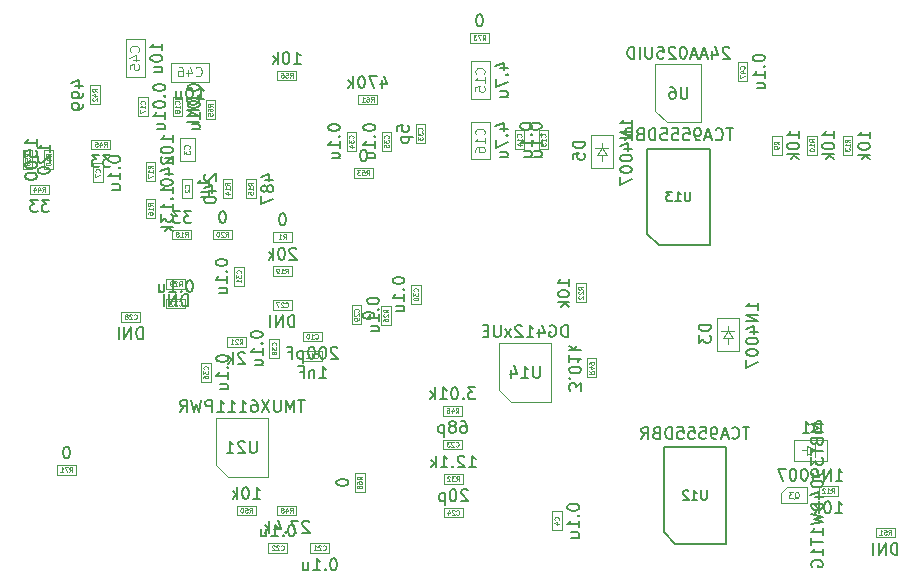
<source format=gbr>
G04 #@! TF.GenerationSoftware,KiCad,Pcbnew,(5.1.12-1-10_14)*
G04 #@! TF.CreationDate,2022-04-11T16:53:27-05:00*
G04 #@! TF.ProjectId,bath_clamp,62617468-5f63-46c6-916d-702e6b696361,rev?*
G04 #@! TF.SameCoordinates,Original*
G04 #@! TF.FileFunction,AssemblyDrawing,Bot*
%FSLAX46Y46*%
G04 Gerber Fmt 4.6, Leading zero omitted, Abs format (unit mm)*
G04 Created by KiCad (PCBNEW (5.1.12-1-10_14)) date 2022-04-11 16:53:27*
%MOMM*%
%LPD*%
G01*
G04 APERTURE LIST*
%ADD10C,0.100000*%
%ADD11C,0.150000*%
%ADD12C,0.060000*%
%ADD13C,0.080000*%
%ADD14C,0.120000*%
%ADD15C,0.075000*%
G04 APERTURE END LIST*
D10*
X42938600Y46386500D02*
X41338600Y46386500D01*
X42938600Y45561500D02*
X42938600Y46386500D01*
X41338600Y45561500D02*
X42938600Y45561500D01*
X41338600Y46386500D02*
X41338600Y45561500D01*
X31591500Y9118500D02*
X31591500Y7518500D01*
X32416500Y9118500D02*
X31591500Y9118500D01*
X32416500Y7518500D02*
X32416500Y9118500D01*
X31591500Y7518500D02*
X32416500Y7518500D01*
X16761300Y37499800D02*
X16761300Y35499800D01*
X18011300Y37499800D02*
X16761300Y37499800D01*
X18011300Y35499800D02*
X18011300Y37499800D01*
X16761300Y35499800D02*
X18011300Y35499800D01*
X64801700Y42303800D02*
X64801700Y43903800D01*
X64001700Y42303800D02*
X64801700Y42303800D01*
X64001700Y43903800D02*
X64001700Y42303800D01*
X64801700Y43903800D02*
X64001700Y43903800D01*
X18942300Y40665300D02*
X18942300Y39065300D01*
X19767300Y40665300D02*
X18942300Y40665300D01*
X19767300Y39065300D02*
X19767300Y40665300D01*
X18942300Y39065300D02*
X19767300Y39065300D01*
X16014900Y42265700D02*
X19214900Y42265700D01*
X16014900Y43865700D02*
X16014900Y42265700D01*
X19214900Y43865700D02*
X16014900Y43865700D01*
X19214900Y42265700D02*
X19214900Y43865700D01*
X13779400Y42672200D02*
X13779400Y45872200D01*
X12179400Y42672200D02*
X13779400Y42672200D01*
X12179400Y45872200D02*
X12179400Y42672200D01*
X13779400Y45872200D02*
X12179400Y45872200D01*
X44824800Y15140300D02*
X48224800Y15140300D01*
X48224800Y15140300D02*
X48224800Y20140300D01*
X48224800Y20140300D02*
X43824800Y20140300D01*
X43824800Y20140300D02*
X43824800Y16140300D01*
X43824800Y16140300D02*
X44824800Y15140300D01*
X33801300Y23266300D02*
X33801300Y21666300D01*
X34626300Y23266300D02*
X33801300Y23266300D01*
X34626300Y21666300D02*
X34626300Y23266300D01*
X33801300Y21666300D02*
X34626300Y21666300D01*
X50311300Y25171300D02*
X50311300Y23571300D01*
X51136300Y25171300D02*
X50311300Y25171300D01*
X51136300Y23571300D02*
X51136300Y25171300D01*
X50311300Y23571300D02*
X51136300Y23571300D01*
X20777300Y19831300D02*
X22377300Y19831300D01*
X20777300Y20656300D02*
X20777300Y19831300D01*
X22377300Y20656300D02*
X20777300Y20656300D01*
X22377300Y19831300D02*
X22377300Y20656300D01*
X26250800Y26625300D02*
X24650800Y26625300D01*
X26250800Y25800300D02*
X26250800Y26625300D01*
X24650800Y25800300D02*
X26250800Y25800300D01*
X24650800Y26625300D02*
X24650800Y25800300D01*
X17741800Y29736800D02*
X16141800Y29736800D01*
X17741800Y28911800D02*
X17741800Y29736800D01*
X16141800Y28911800D02*
X17741800Y28911800D01*
X16141800Y29736800D02*
X16141800Y28911800D01*
X70878800Y7194800D02*
X72478800Y7194800D01*
X70878800Y8019800D02*
X70878800Y7194800D01*
X72478800Y8019800D02*
X70878800Y8019800D01*
X72478800Y7194800D02*
X72478800Y8019800D01*
X51601800Y37709300D02*
X51601800Y34909300D01*
X51601800Y34909300D02*
X53401800Y34909300D01*
X53401800Y34909300D02*
X53401800Y37709300D01*
X53401800Y37709300D02*
X51601800Y37709300D01*
X52501800Y37059300D02*
X52501800Y36659300D01*
X52501800Y36659300D02*
X51951800Y36659300D01*
X52501800Y36659300D02*
X53051800Y36659300D01*
X52501800Y36659300D02*
X52101800Y36059300D01*
X52101800Y36059300D02*
X52901800Y36059300D01*
X52901800Y36059300D02*
X52501800Y36659300D01*
X52501800Y36059300D02*
X52501800Y35559300D01*
X62269800Y22215300D02*
X62269800Y19415300D01*
X62269800Y19415300D02*
X64069800Y19415300D01*
X64069800Y19415300D02*
X64069800Y22215300D01*
X64069800Y22215300D02*
X62269800Y22215300D01*
X63169800Y21565300D02*
X63169800Y21165300D01*
X63169800Y21165300D02*
X62619800Y21165300D01*
X63169800Y21165300D02*
X63719800Y21165300D01*
X63169800Y21165300D02*
X62769800Y20565300D01*
X62769800Y20565300D02*
X63569800Y20565300D01*
X63569800Y20565300D02*
X63169800Y21165300D01*
X63169800Y20565300D02*
X63169800Y20065300D01*
X71557800Y11936300D02*
X68757800Y11936300D01*
X68757800Y11936300D02*
X68757800Y10136300D01*
X68757800Y10136300D02*
X71557800Y10136300D01*
X71557800Y10136300D02*
X71557800Y11936300D01*
X70907800Y11036300D02*
X70507800Y11036300D01*
X70507800Y11036300D02*
X70507800Y11586300D01*
X70507800Y11036300D02*
X70507800Y10486300D01*
X70507800Y11036300D02*
X69907800Y11436300D01*
X69907800Y11436300D02*
X69907800Y10636300D01*
X69907800Y10636300D02*
X70507800Y11036300D01*
X69907800Y11036300D02*
X69407800Y11036300D01*
X6362800Y9797800D02*
X6362800Y8972800D01*
X6362800Y8972800D02*
X7962800Y8972800D01*
X7962800Y8972800D02*
X7962800Y9797800D01*
X7962800Y9797800D02*
X6362800Y9797800D01*
X25031800Y43198800D02*
X25031800Y42373800D01*
X25031800Y42373800D02*
X26631800Y42373800D01*
X26631800Y42373800D02*
X26631800Y43198800D01*
X26631800Y43198800D02*
X25031800Y43198800D01*
X19570800Y29736800D02*
X19570800Y28911800D01*
X19570800Y28911800D02*
X21170800Y28911800D01*
X21170800Y28911800D02*
X21170800Y29736800D01*
X21170800Y29736800D02*
X19570800Y29736800D01*
X24650800Y29546300D02*
X24650800Y28721300D01*
X24650800Y28721300D02*
X26250800Y28721300D01*
X26250800Y28721300D02*
X26250800Y29546300D01*
X26250800Y29546300D02*
X24650800Y29546300D01*
X40728800Y9035800D02*
X39128800Y9035800D01*
X40728800Y8210800D02*
X40728800Y9035800D01*
X39128800Y8210800D02*
X40728800Y8210800D01*
X39128800Y9035800D02*
X39128800Y8210800D01*
X75704800Y3676900D02*
X77304800Y3676900D01*
X75704800Y4501900D02*
X75704800Y3676900D01*
X77304800Y4501900D02*
X75704800Y4501900D01*
X77304800Y3676900D02*
X77304800Y4501900D01*
X23202800Y6368800D02*
X21602800Y6368800D01*
X23202800Y5543800D02*
X23202800Y6368800D01*
X21602800Y5543800D02*
X23202800Y5543800D01*
X21602800Y6368800D02*
X21602800Y5543800D01*
X51200300Y18821300D02*
X51200300Y17221300D01*
X52025300Y18821300D02*
X51200300Y18821300D01*
X52025300Y17221300D02*
X52025300Y18821300D01*
X51200300Y17221300D02*
X52025300Y17221300D01*
X25031800Y5543800D02*
X26631800Y5543800D01*
X25031800Y6368800D02*
X25031800Y5543800D01*
X26631800Y6368800D02*
X25031800Y6368800D01*
X26631800Y5543800D02*
X26631800Y6368800D01*
X40671300Y14818300D02*
X39071300Y14818300D01*
X40671300Y13993300D02*
X40671300Y14818300D01*
X39071300Y13993300D02*
X40671300Y13993300D01*
X39071300Y14818300D02*
X39071300Y13993300D01*
X9283800Y36531800D02*
X10883800Y36531800D01*
X9283800Y37356800D02*
X9283800Y36531800D01*
X10883800Y37356800D02*
X9283800Y37356800D01*
X10883800Y36531800D02*
X10883800Y37356800D01*
X9163300Y41935300D02*
X9163300Y40335300D01*
X9988300Y41935300D02*
X9163300Y41935300D01*
X9988300Y40335300D02*
X9988300Y41935300D01*
X9163300Y40335300D02*
X9988300Y40335300D01*
X67657800Y6551300D02*
X67657800Y7401300D01*
X68157800Y7901300D02*
X69857800Y7901300D01*
X67657800Y6551300D02*
X69857800Y6551300D01*
X69857800Y6551300D02*
X69857800Y7901300D01*
X67657800Y7401300D02*
X68157800Y7901300D01*
X26250800Y22955300D02*
X26250800Y23755300D01*
X26250800Y23755300D02*
X24650800Y23755300D01*
X24650800Y23755300D02*
X24650800Y22955300D01*
X24650800Y22955300D02*
X26250800Y22955300D01*
X19821800Y9790300D02*
X20821800Y8790300D01*
X19821800Y13790300D02*
X19821800Y9790300D01*
X24221800Y13790300D02*
X19821800Y13790300D01*
X24221800Y8790300D02*
X24221800Y13790300D01*
X20821800Y8790300D02*
X24221800Y8790300D01*
X4273300Y36474300D02*
X3448300Y36474300D01*
X3448300Y36474300D02*
X3448300Y34874300D01*
X3448300Y34874300D02*
X4273300Y34874300D01*
X4273300Y34874300D02*
X4273300Y36474300D01*
X40665300Y11944300D02*
X39065300Y11944300D01*
X40665300Y11144300D02*
X40665300Y11944300D01*
X39065300Y11144300D02*
X40665300Y11144300D01*
X39065300Y11944300D02*
X39065300Y11144300D01*
X40728800Y6165800D02*
X39128800Y6165800D01*
X40728800Y5365800D02*
X40728800Y6165800D01*
X39128800Y5365800D02*
X40728800Y5365800D01*
X39128800Y6165800D02*
X39128800Y5365800D01*
X4076800Y32721800D02*
X5676800Y32721800D01*
X4076800Y33546800D02*
X4076800Y32721800D01*
X5676800Y33546800D02*
X4076800Y33546800D01*
X5676800Y32721800D02*
X5676800Y33546800D01*
X5226300Y36474300D02*
X5226300Y34874300D01*
X6051300Y36474300D02*
X5226300Y36474300D01*
X6051300Y34874300D02*
X6051300Y36474300D01*
X5226300Y34874300D02*
X6051300Y34874300D01*
X24352300Y20472300D02*
X24352300Y18872300D01*
X25152300Y20472300D02*
X24352300Y20472300D01*
X25152300Y18872300D02*
X25152300Y20472300D01*
X24352300Y18872300D02*
X25152300Y18872300D01*
X19373800Y16840300D02*
X19373800Y18440300D01*
X18573800Y16840300D02*
X19373800Y16840300D01*
X18573800Y18440300D02*
X18573800Y16840300D01*
X19373800Y18440300D02*
X18573800Y18440300D01*
X31889800Y41166800D02*
X31889800Y40341800D01*
X31889800Y40341800D02*
X33489800Y40341800D01*
X33489800Y40341800D02*
X33489800Y41166800D01*
X33489800Y41166800D02*
X31889800Y41166800D01*
X31508800Y34943800D02*
X31508800Y34118800D01*
X31508800Y34118800D02*
X33108800Y34118800D01*
X33108800Y34118800D02*
X33108800Y34943800D01*
X33108800Y34943800D02*
X31508800Y34943800D01*
X33877300Y36398300D02*
X34677300Y36398300D01*
X34677300Y36398300D02*
X34677300Y37998300D01*
X34677300Y37998300D02*
X33877300Y37998300D01*
X33877300Y37998300D02*
X33877300Y36398300D01*
X30892800Y36398300D02*
X31692800Y36398300D01*
X31692800Y36398300D02*
X31692800Y37998300D01*
X31692800Y37998300D02*
X30892800Y37998300D01*
X30892800Y37998300D02*
X30892800Y36398300D01*
X36734800Y37033300D02*
X37534800Y37033300D01*
X37534800Y37033300D02*
X37534800Y38633300D01*
X37534800Y38633300D02*
X36734800Y38633300D01*
X36734800Y38633300D02*
X36734800Y37033300D01*
X15633800Y23882300D02*
X15633800Y23082300D01*
X15633800Y23082300D02*
X17233800Y23082300D01*
X17233800Y23082300D02*
X17233800Y23882300D01*
X17233800Y23882300D02*
X15633800Y23882300D01*
X21367800Y24968300D02*
X22167800Y24968300D01*
X22167800Y24968300D02*
X22167800Y26568300D01*
X22167800Y26568300D02*
X21367800Y26568300D01*
X21367800Y26568300D02*
X21367800Y24968300D01*
X36353800Y23444300D02*
X37153800Y23444300D01*
X37153800Y23444300D02*
X37153800Y25044300D01*
X37153800Y25044300D02*
X36353800Y25044300D01*
X36353800Y25044300D02*
X36353800Y23444300D01*
X32137300Y23329800D02*
X31337300Y23329800D01*
X31337300Y23329800D02*
X31337300Y21729800D01*
X31337300Y21729800D02*
X32137300Y21729800D01*
X32137300Y21729800D02*
X32137300Y23329800D01*
X13423800Y21939300D02*
X13423800Y22739300D01*
X13423800Y22739300D02*
X11823800Y22739300D01*
X11823800Y22739300D02*
X11823800Y21939300D01*
X11823800Y21939300D02*
X13423800Y21939300D01*
D11*
X56328800Y29399300D02*
X57328800Y28399300D01*
X56328800Y36599300D02*
X56328800Y29399300D01*
X61628800Y36599300D02*
X56328800Y36599300D01*
X61628800Y28399300D02*
X61628800Y36599300D01*
X57328800Y28399300D02*
X61628800Y28399300D01*
X57725800Y4126300D02*
X58725800Y3126300D01*
X57725800Y11326300D02*
X57725800Y4126300D01*
X63025800Y11326300D02*
X57725800Y11326300D01*
X63025800Y3126300D02*
X63025800Y11326300D01*
X58725800Y3126300D02*
X63025800Y3126300D01*
D10*
X57028800Y39787300D02*
X58003800Y38812300D01*
X57028800Y43712300D02*
X57028800Y39787300D01*
X60928800Y43712300D02*
X57028800Y43712300D01*
X60928800Y38812300D02*
X60928800Y43712300D01*
X58003800Y38812300D02*
X60928800Y38812300D01*
X15633800Y24720800D02*
X17233800Y24720800D01*
X15633800Y25545800D02*
X15633800Y24720800D01*
X17233800Y25545800D02*
X15633800Y25545800D01*
X17233800Y24720800D02*
X17233800Y25545800D01*
X14687300Y33858300D02*
X14687300Y35458300D01*
X13862300Y33858300D02*
X14687300Y33858300D01*
X13862300Y35458300D02*
X13862300Y33858300D01*
X14687300Y35458300D02*
X13862300Y35458300D01*
X14687300Y30683300D02*
X14687300Y32283300D01*
X13862300Y30683300D02*
X14687300Y30683300D01*
X13862300Y32283300D02*
X13862300Y30683300D01*
X14687300Y32283300D02*
X13862300Y32283300D01*
X23212500Y32400000D02*
X23212500Y34000000D01*
X22387500Y32400000D02*
X23212500Y32400000D01*
X22387500Y34000000D02*
X22387500Y32400000D01*
X23212500Y34000000D02*
X22387500Y34000000D01*
X20387500Y34000000D02*
X20387500Y32400000D01*
X21212500Y34000000D02*
X20387500Y34000000D01*
X21212500Y32400000D02*
X21212500Y34000000D01*
X20387500Y32400000D02*
X21212500Y32400000D01*
X73716900Y36068100D02*
X73716900Y37668100D01*
X72891900Y36068100D02*
X73716900Y36068100D01*
X72891900Y37668100D02*
X72891900Y36068100D01*
X73716900Y37668100D02*
X72891900Y37668100D01*
X70694300Y36080800D02*
X70694300Y37680800D01*
X69869300Y36080800D02*
X70694300Y36080800D01*
X69869300Y37680800D02*
X69869300Y36080800D01*
X70694300Y37680800D02*
X69869300Y37680800D01*
X67709800Y36080800D02*
X67709800Y37680800D01*
X66884800Y36080800D02*
X67709800Y36080800D01*
X66884800Y37680800D02*
X66884800Y36080800D01*
X67709800Y37680800D02*
X66884800Y37680800D01*
X25869800Y3181300D02*
X24269800Y3181300D01*
X25869800Y2381300D02*
X25869800Y3181300D01*
X24269800Y2381300D02*
X25869800Y2381300D01*
X24269800Y3181300D02*
X24269800Y2381300D01*
X27825800Y2381300D02*
X29425800Y2381300D01*
X27825800Y3181300D02*
X27825800Y2381300D01*
X29425800Y3181300D02*
X27825800Y3181300D01*
X29425800Y2381300D02*
X29425800Y3181300D01*
X16960800Y39319300D02*
X16960800Y40919300D01*
X16160800Y39319300D02*
X16960800Y39319300D01*
X16160800Y40919300D02*
X16160800Y39319300D01*
X16960800Y40919300D02*
X16160800Y40919300D01*
X14039800Y39319300D02*
X14039800Y40919300D01*
X13239800Y39319300D02*
X14039800Y39319300D01*
X13239800Y40919300D02*
X13239800Y39319300D01*
X14039800Y40919300D02*
X13239800Y40919300D01*
X43014800Y35676300D02*
X43014800Y38876300D01*
X41414800Y35676300D02*
X43014800Y35676300D01*
X41414800Y38876300D02*
X41414800Y35676300D01*
X43014800Y38876300D02*
X41414800Y38876300D01*
X43014800Y40805300D02*
X43014800Y44005300D01*
X41414800Y40805300D02*
X43014800Y40805300D01*
X41414800Y44005300D02*
X41414800Y40805300D01*
X43014800Y44005300D02*
X41414800Y44005300D01*
X45916800Y36525300D02*
X45916800Y38125300D01*
X45116800Y36525300D02*
X45916800Y36525300D01*
X45116800Y38125300D02*
X45116800Y36525300D01*
X45916800Y38125300D02*
X45116800Y38125300D01*
X47148800Y38125300D02*
X47148800Y36525300D01*
X47948800Y38125300D02*
X47148800Y38125300D01*
X47948800Y36525300D02*
X47948800Y38125300D01*
X47148800Y36525300D02*
X47948800Y36525300D01*
X27190800Y18637300D02*
X28790800Y18637300D01*
X27190800Y19437300D02*
X27190800Y18637300D01*
X28790800Y19437300D02*
X27190800Y19437300D01*
X28790800Y18637300D02*
X28790800Y19437300D01*
X27190800Y20288300D02*
X28790800Y20288300D01*
X27190800Y21088300D02*
X27190800Y20288300D01*
X28790800Y21088300D02*
X27190800Y21088300D01*
X28790800Y20288300D02*
X28790800Y21088300D01*
X10229800Y33731300D02*
X10229800Y35331300D01*
X9429800Y33731300D02*
X10229800Y33731300D01*
X9429800Y35331300D02*
X9429800Y33731300D01*
X10229800Y35331300D02*
X9429800Y35331300D01*
X49091800Y4267300D02*
X49091800Y5867300D01*
X48291800Y4267300D02*
X49091800Y4267300D01*
X48291800Y5867300D02*
X48291800Y4267300D01*
X49091800Y5867300D02*
X48291800Y5867300D01*
X17786300Y32397800D02*
X17786300Y33997800D01*
X16986300Y32397800D02*
X17786300Y32397800D01*
X16986300Y33997800D02*
X16986300Y32397800D01*
X17786300Y33997800D02*
X16986300Y33997800D01*
D11*
X42186219Y47951619D02*
X42090980Y47951619D01*
X41995742Y47904000D01*
X41948123Y47856380D01*
X41900504Y47761142D01*
X41852885Y47570666D01*
X41852885Y47332571D01*
X41900504Y47142095D01*
X41948123Y47046857D01*
X41995742Y46999238D01*
X42090980Y46951619D01*
X42186219Y46951619D01*
X42281457Y46999238D01*
X42329076Y47046857D01*
X42376695Y47142095D01*
X42424314Y47332571D01*
X42424314Y47570666D01*
X42376695Y47761142D01*
X42329076Y47856380D01*
X42281457Y47904000D01*
X42186219Y47951619D01*
D12*
X42395742Y45793047D02*
X42529076Y45983523D01*
X42624314Y45793047D02*
X42624314Y46193047D01*
X42471933Y46193047D01*
X42433838Y46174000D01*
X42414790Y46154952D01*
X42395742Y46116857D01*
X42395742Y46059714D01*
X42414790Y46021619D01*
X42433838Y46002571D01*
X42471933Y45983523D01*
X42624314Y45983523D01*
X42262409Y46193047D02*
X41995742Y46193047D01*
X42167171Y45793047D01*
X41881457Y46193047D02*
X41633838Y46193047D01*
X41767171Y46040666D01*
X41710028Y46040666D01*
X41671933Y46021619D01*
X41652885Y46002571D01*
X41633838Y45964476D01*
X41633838Y45869238D01*
X41652885Y45831142D01*
X41671933Y45812095D01*
X41710028Y45793047D01*
X41824314Y45793047D01*
X41862409Y45812095D01*
X41881457Y45831142D01*
D11*
X30026380Y8366119D02*
X30026380Y8270880D01*
X30074000Y8175642D01*
X30121619Y8128023D01*
X30216857Y8080404D01*
X30407333Y8032785D01*
X30645428Y8032785D01*
X30835904Y8080404D01*
X30931142Y8128023D01*
X30978761Y8175642D01*
X31026380Y8270880D01*
X31026380Y8366119D01*
X30978761Y8461357D01*
X30931142Y8508976D01*
X30835904Y8556595D01*
X30645428Y8604214D01*
X30407333Y8604214D01*
X30216857Y8556595D01*
X30121619Y8508976D01*
X30074000Y8461357D01*
X30026380Y8366119D01*
D12*
X32184952Y8575642D02*
X31994476Y8708976D01*
X32184952Y8804214D02*
X31784952Y8804214D01*
X31784952Y8651833D01*
X31804000Y8613738D01*
X31823047Y8594690D01*
X31861142Y8575642D01*
X31918285Y8575642D01*
X31956380Y8594690D01*
X31975428Y8613738D01*
X31994476Y8651833D01*
X31994476Y8804214D01*
X31784952Y8232785D02*
X31784952Y8308976D01*
X31804000Y8347071D01*
X31823047Y8366119D01*
X31880190Y8404214D01*
X31956380Y8423261D01*
X32108761Y8423261D01*
X32146857Y8404214D01*
X32165904Y8385166D01*
X32184952Y8347071D01*
X32184952Y8270880D01*
X32165904Y8232785D01*
X32146857Y8213738D01*
X32108761Y8194690D01*
X32013523Y8194690D01*
X31975428Y8213738D01*
X31956380Y8232785D01*
X31937333Y8270880D01*
X31937333Y8347071D01*
X31956380Y8385166D01*
X31975428Y8404214D01*
X32013523Y8423261D01*
X31956380Y7966119D02*
X31937333Y8004214D01*
X31918285Y8023261D01*
X31880190Y8042309D01*
X31861142Y8042309D01*
X31823047Y8023261D01*
X31804000Y8004214D01*
X31784952Y7966119D01*
X31784952Y7889928D01*
X31804000Y7851833D01*
X31823047Y7832785D01*
X31861142Y7813738D01*
X31880190Y7813738D01*
X31918285Y7832785D01*
X31937333Y7851833D01*
X31956380Y7889928D01*
X31956380Y7966119D01*
X31975428Y8004214D01*
X31994476Y8023261D01*
X32032571Y8042309D01*
X32108761Y8042309D01*
X32146857Y8023261D01*
X32165904Y8004214D01*
X32184952Y7966119D01*
X32184952Y7889928D01*
X32165904Y7851833D01*
X32146857Y7832785D01*
X32108761Y7813738D01*
X32032571Y7813738D01*
X31994476Y7832785D01*
X31975428Y7851833D01*
X31956380Y7889928D01*
D11*
X16158680Y37142657D02*
X16158680Y37714085D01*
X16158680Y37428371D02*
X15158680Y37428371D01*
X15301538Y37523609D01*
X15396776Y37618847D01*
X15444395Y37714085D01*
X15158680Y36523609D02*
X15158680Y36428371D01*
X15206300Y36333133D01*
X15253919Y36285514D01*
X15349157Y36237895D01*
X15539633Y36190276D01*
X15777728Y36190276D01*
X15968204Y36237895D01*
X16063442Y36285514D01*
X16111061Y36333133D01*
X16158680Y36428371D01*
X16158680Y36523609D01*
X16111061Y36618847D01*
X16063442Y36666466D01*
X15968204Y36714085D01*
X15777728Y36761704D01*
X15539633Y36761704D01*
X15349157Y36714085D01*
X15253919Y36666466D01*
X15206300Y36618847D01*
X15158680Y36523609D01*
X15492014Y35333133D02*
X16158680Y35333133D01*
X15492014Y35761704D02*
X16015823Y35761704D01*
X16111061Y35714085D01*
X16158680Y35618847D01*
X16158680Y35475990D01*
X16111061Y35380752D01*
X16063442Y35333133D01*
D13*
X17564871Y36583133D02*
X17588680Y36606942D01*
X17612490Y36678371D01*
X17612490Y36725990D01*
X17588680Y36797419D01*
X17541061Y36845038D01*
X17493442Y36868847D01*
X17398204Y36892657D01*
X17326776Y36892657D01*
X17231538Y36868847D01*
X17183919Y36845038D01*
X17136300Y36797419D01*
X17112490Y36725990D01*
X17112490Y36678371D01*
X17136300Y36606942D01*
X17160109Y36583133D01*
X17112490Y36416466D02*
X17112490Y36106942D01*
X17302966Y36273609D01*
X17302966Y36202180D01*
X17326776Y36154561D01*
X17350585Y36130752D01*
X17398204Y36106942D01*
X17517252Y36106942D01*
X17564871Y36130752D01*
X17588680Y36154561D01*
X17612490Y36202180D01*
X17612490Y36345038D01*
X17588680Y36392657D01*
X17564871Y36416466D01*
D11*
X65284080Y44318085D02*
X65284080Y44222847D01*
X65331700Y44127609D01*
X65379319Y44079990D01*
X65474557Y44032371D01*
X65665033Y43984752D01*
X65903128Y43984752D01*
X66093604Y44032371D01*
X66188842Y44079990D01*
X66236461Y44127609D01*
X66284080Y44222847D01*
X66284080Y44318085D01*
X66236461Y44413323D01*
X66188842Y44460942D01*
X66093604Y44508561D01*
X65903128Y44556180D01*
X65665033Y44556180D01*
X65474557Y44508561D01*
X65379319Y44460942D01*
X65331700Y44413323D01*
X65284080Y44318085D01*
X66188842Y43556180D02*
X66236461Y43508561D01*
X66284080Y43556180D01*
X66236461Y43603800D01*
X66188842Y43556180D01*
X66284080Y43556180D01*
X66284080Y42556180D02*
X66284080Y43127609D01*
X66284080Y42841895D02*
X65284080Y42841895D01*
X65426938Y42937133D01*
X65522176Y43032371D01*
X65569795Y43127609D01*
X65617414Y41699038D02*
X66284080Y41699038D01*
X65617414Y42127609D02*
X66141223Y42127609D01*
X66236461Y42079990D01*
X66284080Y41984752D01*
X66284080Y41841895D01*
X66236461Y41746657D01*
X66188842Y41699038D01*
D12*
X64544557Y43360942D02*
X64563604Y43379990D01*
X64582652Y43437133D01*
X64582652Y43475228D01*
X64563604Y43532371D01*
X64525509Y43570466D01*
X64487414Y43589514D01*
X64411223Y43608561D01*
X64354080Y43608561D01*
X64277890Y43589514D01*
X64239795Y43570466D01*
X64201700Y43532371D01*
X64182652Y43475228D01*
X64182652Y43437133D01*
X64201700Y43379990D01*
X64220747Y43360942D01*
X64315985Y43018085D02*
X64582652Y43018085D01*
X64163604Y43113323D02*
X64449319Y43208561D01*
X64449319Y42960942D01*
X64182652Y42846657D02*
X64182652Y42579990D01*
X64582652Y42751419D01*
D11*
X18377180Y40889109D02*
X17377180Y40889109D01*
X17377180Y40651014D01*
X17424800Y40508157D01*
X17520038Y40412919D01*
X17615276Y40365300D01*
X17805752Y40317680D01*
X17948609Y40317680D01*
X18139085Y40365300D01*
X18234323Y40412919D01*
X18329561Y40508157D01*
X18377180Y40651014D01*
X18377180Y40889109D01*
X18377180Y39889109D02*
X17377180Y39889109D01*
X18377180Y39317680D01*
X17377180Y39317680D01*
X18377180Y38841490D02*
X17377180Y38841490D01*
D12*
X19535752Y40122442D02*
X19345276Y40255776D01*
X19535752Y40351014D02*
X19135752Y40351014D01*
X19135752Y40198633D01*
X19154800Y40160538D01*
X19173847Y40141490D01*
X19211942Y40122442D01*
X19269085Y40122442D01*
X19307180Y40141490D01*
X19326228Y40160538D01*
X19345276Y40198633D01*
X19345276Y40351014D01*
X19135752Y39779585D02*
X19135752Y39855776D01*
X19154800Y39893871D01*
X19173847Y39912919D01*
X19230990Y39951014D01*
X19307180Y39970061D01*
X19459561Y39970061D01*
X19497657Y39951014D01*
X19516704Y39931966D01*
X19535752Y39893871D01*
X19535752Y39817680D01*
X19516704Y39779585D01*
X19497657Y39760538D01*
X19459561Y39741490D01*
X19364323Y39741490D01*
X19326228Y39760538D01*
X19307180Y39779585D01*
X19288133Y39817680D01*
X19288133Y39893871D01*
X19307180Y39931966D01*
X19326228Y39951014D01*
X19364323Y39970061D01*
X19135752Y39379585D02*
X19135752Y39570061D01*
X19326228Y39589109D01*
X19307180Y39570061D01*
X19288133Y39531966D01*
X19288133Y39436728D01*
X19307180Y39398633D01*
X19326228Y39379585D01*
X19364323Y39360538D01*
X19459561Y39360538D01*
X19497657Y39379585D01*
X19516704Y39398633D01*
X19535752Y39436728D01*
X19535752Y39531966D01*
X19516704Y39570061D01*
X19497657Y39589109D01*
D11*
X18257757Y40763319D02*
X18829185Y40763319D01*
X18543471Y40763319D02*
X18543471Y41763319D01*
X18638709Y41620461D01*
X18733947Y41525223D01*
X18829185Y41477604D01*
X17638709Y41763319D02*
X17543471Y41763319D01*
X17448233Y41715700D01*
X17400614Y41668080D01*
X17352995Y41572842D01*
X17305376Y41382366D01*
X17305376Y41144271D01*
X17352995Y40953795D01*
X17400614Y40858557D01*
X17448233Y40810938D01*
X17543471Y40763319D01*
X17638709Y40763319D01*
X17733947Y40810938D01*
X17781566Y40858557D01*
X17829185Y40953795D01*
X17876804Y41144271D01*
X17876804Y41382366D01*
X17829185Y41572842D01*
X17781566Y41668080D01*
X17733947Y41715700D01*
X17638709Y41763319D01*
X16448233Y41429985D02*
X16448233Y40763319D01*
X16876804Y41429985D02*
X16876804Y40906176D01*
X16829185Y40810938D01*
X16733947Y40763319D01*
X16591090Y40763319D01*
X16495852Y40810938D01*
X16448233Y40858557D01*
D14*
X18129185Y42779985D02*
X18167280Y42741890D01*
X18281566Y42703795D01*
X18357757Y42703795D01*
X18472042Y42741890D01*
X18548233Y42818080D01*
X18586328Y42894271D01*
X18624423Y43046652D01*
X18624423Y43160938D01*
X18586328Y43313319D01*
X18548233Y43389509D01*
X18472042Y43465700D01*
X18357757Y43503795D01*
X18281566Y43503795D01*
X18167280Y43465700D01*
X18129185Y43427604D01*
X17443471Y43237128D02*
X17443471Y42703795D01*
X17633947Y43541890D02*
X17824423Y42970461D01*
X17329185Y42970461D01*
X16681566Y43503795D02*
X16833947Y43503795D01*
X16910138Y43465700D01*
X16948233Y43427604D01*
X17024423Y43313319D01*
X17062519Y43160938D01*
X17062519Y42856176D01*
X17024423Y42779985D01*
X16986328Y42741890D01*
X16910138Y42703795D01*
X16757757Y42703795D01*
X16681566Y42741890D01*
X16643471Y42779985D01*
X16605376Y42856176D01*
X16605376Y43046652D01*
X16643471Y43122842D01*
X16681566Y43160938D01*
X16757757Y43199033D01*
X16910138Y43199033D01*
X16986328Y43160938D01*
X17024423Y43122842D01*
X17062519Y43046652D01*
D11*
X15281780Y44915057D02*
X15281780Y45486485D01*
X15281780Y45200771D02*
X14281780Y45200771D01*
X14424638Y45296009D01*
X14519876Y45391247D01*
X14567495Y45486485D01*
X14281780Y44296009D02*
X14281780Y44200771D01*
X14329400Y44105533D01*
X14377019Y44057914D01*
X14472257Y44010295D01*
X14662733Y43962676D01*
X14900828Y43962676D01*
X15091304Y44010295D01*
X15186542Y44057914D01*
X15234161Y44105533D01*
X15281780Y44200771D01*
X15281780Y44296009D01*
X15234161Y44391247D01*
X15186542Y44438866D01*
X15091304Y44486485D01*
X14900828Y44534104D01*
X14662733Y44534104D01*
X14472257Y44486485D01*
X14377019Y44438866D01*
X14329400Y44391247D01*
X14281780Y44296009D01*
X14615114Y43105533D02*
X15281780Y43105533D01*
X14615114Y43534104D02*
X15138923Y43534104D01*
X15234161Y43486485D01*
X15281780Y43391247D01*
X15281780Y43248390D01*
X15234161Y43153152D01*
X15186542Y43105533D01*
D14*
X13265114Y44786485D02*
X13303209Y44824580D01*
X13341304Y44938866D01*
X13341304Y45015057D01*
X13303209Y45129342D01*
X13227019Y45205533D01*
X13150828Y45243628D01*
X12998447Y45281723D01*
X12884161Y45281723D01*
X12731780Y45243628D01*
X12655590Y45205533D01*
X12579400Y45129342D01*
X12541304Y45015057D01*
X12541304Y44938866D01*
X12579400Y44824580D01*
X12617495Y44786485D01*
X12807971Y44100771D02*
X13341304Y44100771D01*
X12503209Y44291247D02*
X13074638Y44481723D01*
X13074638Y43986485D01*
X12541304Y43300771D02*
X12541304Y43681723D01*
X12922257Y43719819D01*
X12884161Y43681723D01*
X12846066Y43605533D01*
X12846066Y43415057D01*
X12884161Y43338866D01*
X12922257Y43300771D01*
X12998447Y43262676D01*
X13188923Y43262676D01*
X13265114Y43300771D01*
X13303209Y43338866D01*
X13341304Y43415057D01*
X13341304Y43605533D01*
X13303209Y43681723D01*
X13265114Y43719819D01*
D11*
X49596228Y20637919D02*
X49596228Y21637919D01*
X49358133Y21637919D01*
X49215276Y21590300D01*
X49120038Y21495061D01*
X49072419Y21399823D01*
X49024800Y21209347D01*
X49024800Y21066490D01*
X49072419Y20876014D01*
X49120038Y20780776D01*
X49215276Y20685538D01*
X49358133Y20637919D01*
X49596228Y20637919D01*
X48072419Y21590300D02*
X48167657Y21637919D01*
X48310514Y21637919D01*
X48453371Y21590300D01*
X48548609Y21495061D01*
X48596228Y21399823D01*
X48643847Y21209347D01*
X48643847Y21066490D01*
X48596228Y20876014D01*
X48548609Y20780776D01*
X48453371Y20685538D01*
X48310514Y20637919D01*
X48215276Y20637919D01*
X48072419Y20685538D01*
X48024800Y20733157D01*
X48024800Y21066490D01*
X48215276Y21066490D01*
X47167657Y21304585D02*
X47167657Y20637919D01*
X47405752Y21685538D02*
X47643847Y20971252D01*
X47024800Y20971252D01*
X46120038Y20637919D02*
X46691466Y20637919D01*
X46405752Y20637919D02*
X46405752Y21637919D01*
X46500990Y21495061D01*
X46596228Y21399823D01*
X46691466Y21352204D01*
X45739085Y21542680D02*
X45691466Y21590300D01*
X45596228Y21637919D01*
X45358133Y21637919D01*
X45262895Y21590300D01*
X45215276Y21542680D01*
X45167657Y21447442D01*
X45167657Y21352204D01*
X45215276Y21209347D01*
X45786704Y20637919D01*
X45167657Y20637919D01*
X44834323Y20637919D02*
X44310514Y21304585D01*
X44834323Y21304585D02*
X44310514Y20637919D01*
X43929561Y21637919D02*
X43929561Y20828395D01*
X43881942Y20733157D01*
X43834323Y20685538D01*
X43739085Y20637919D01*
X43548609Y20637919D01*
X43453371Y20685538D01*
X43405752Y20733157D01*
X43358133Y20828395D01*
X43358133Y21637919D01*
X42881942Y21161728D02*
X42548609Y21161728D01*
X42405752Y20637919D02*
X42881942Y20637919D01*
X42881942Y21637919D01*
X42405752Y21637919D01*
X47262895Y18187919D02*
X47262895Y17378395D01*
X47215276Y17283157D01*
X47167657Y17235538D01*
X47072419Y17187919D01*
X46881942Y17187919D01*
X46786704Y17235538D01*
X46739085Y17283157D01*
X46691466Y17378395D01*
X46691466Y18187919D01*
X45691466Y17187919D02*
X46262895Y17187919D01*
X45977180Y17187919D02*
X45977180Y18187919D01*
X46072419Y18045061D01*
X46167657Y17949823D01*
X46262895Y17902204D01*
X44834323Y17854585D02*
X44834323Y17187919D01*
X45072419Y18235538D02*
X45310514Y17521252D01*
X44691466Y17521252D01*
X32236180Y22513919D02*
X32236180Y22418680D01*
X32283800Y22323442D01*
X32331419Y22275823D01*
X32426657Y22228204D01*
X32617133Y22180585D01*
X32855228Y22180585D01*
X33045704Y22228204D01*
X33140942Y22275823D01*
X33188561Y22323442D01*
X33236180Y22418680D01*
X33236180Y22513919D01*
X33188561Y22609157D01*
X33140942Y22656776D01*
X33045704Y22704395D01*
X32855228Y22752014D01*
X32617133Y22752014D01*
X32426657Y22704395D01*
X32331419Y22656776D01*
X32283800Y22609157D01*
X32236180Y22513919D01*
D12*
X34394752Y22723442D02*
X34204276Y22856776D01*
X34394752Y22952014D02*
X33994752Y22952014D01*
X33994752Y22799633D01*
X34013800Y22761538D01*
X34032847Y22742490D01*
X34070942Y22723442D01*
X34128085Y22723442D01*
X34166180Y22742490D01*
X34185228Y22761538D01*
X34204276Y22799633D01*
X34204276Y22952014D01*
X34032847Y22571061D02*
X34013800Y22552014D01*
X33994752Y22513919D01*
X33994752Y22418680D01*
X34013800Y22380585D01*
X34032847Y22361538D01*
X34070942Y22342490D01*
X34109038Y22342490D01*
X34166180Y22361538D01*
X34394752Y22590109D01*
X34394752Y22342490D01*
X33994752Y21999633D02*
X33994752Y22075823D01*
X34013800Y22113919D01*
X34032847Y22132966D01*
X34089990Y22171061D01*
X34166180Y22190109D01*
X34318561Y22190109D01*
X34356657Y22171061D01*
X34375704Y22152014D01*
X34394752Y22113919D01*
X34394752Y22037728D01*
X34375704Y21999633D01*
X34356657Y21980585D01*
X34318561Y21961538D01*
X34223323Y21961538D01*
X34185228Y21980585D01*
X34166180Y21999633D01*
X34147133Y22037728D01*
X34147133Y22113919D01*
X34166180Y22152014D01*
X34185228Y22171061D01*
X34223323Y22190109D01*
D11*
X49746180Y24966538D02*
X49746180Y25537966D01*
X49746180Y25252252D02*
X48746180Y25252252D01*
X48889038Y25347490D01*
X48984276Y25442728D01*
X49031895Y25537966D01*
X48746180Y24347490D02*
X48746180Y24252252D01*
X48793800Y24157014D01*
X48841419Y24109395D01*
X48936657Y24061776D01*
X49127133Y24014157D01*
X49365228Y24014157D01*
X49555704Y24061776D01*
X49650942Y24109395D01*
X49698561Y24157014D01*
X49746180Y24252252D01*
X49746180Y24347490D01*
X49698561Y24442728D01*
X49650942Y24490347D01*
X49555704Y24537966D01*
X49365228Y24585585D01*
X49127133Y24585585D01*
X48936657Y24537966D01*
X48841419Y24490347D01*
X48793800Y24442728D01*
X48746180Y24347490D01*
X49746180Y23585585D02*
X48746180Y23585585D01*
X49365228Y23490347D02*
X49746180Y23204633D01*
X49079514Y23204633D02*
X49460466Y23585585D01*
D12*
X50904752Y24628442D02*
X50714276Y24761776D01*
X50904752Y24857014D02*
X50504752Y24857014D01*
X50504752Y24704633D01*
X50523800Y24666538D01*
X50542847Y24647490D01*
X50580942Y24628442D01*
X50638085Y24628442D01*
X50676180Y24647490D01*
X50695228Y24666538D01*
X50714276Y24704633D01*
X50714276Y24857014D01*
X50542847Y24476061D02*
X50523800Y24457014D01*
X50504752Y24418919D01*
X50504752Y24323680D01*
X50523800Y24285585D01*
X50542847Y24266538D01*
X50580942Y24247490D01*
X50619038Y24247490D01*
X50676180Y24266538D01*
X50904752Y24495109D01*
X50904752Y24247490D01*
X50542847Y24095109D02*
X50523800Y24076061D01*
X50504752Y24037966D01*
X50504752Y23942728D01*
X50523800Y23904633D01*
X50542847Y23885585D01*
X50580942Y23866538D01*
X50619038Y23866538D01*
X50676180Y23885585D01*
X50904752Y24114157D01*
X50904752Y23866538D01*
D11*
X22267776Y19266180D02*
X22220157Y19313800D01*
X22124919Y19361419D01*
X21886823Y19361419D01*
X21791585Y19313800D01*
X21743966Y19266180D01*
X21696347Y19170942D01*
X21696347Y19075704D01*
X21743966Y18932847D01*
X22315395Y18361419D01*
X21696347Y18361419D01*
X21267776Y18361419D02*
X21267776Y19361419D01*
X21172538Y18742371D02*
X20886823Y18361419D01*
X20886823Y19028085D02*
X21267776Y18647133D01*
D12*
X21834442Y20062847D02*
X21967776Y20253323D01*
X22063014Y20062847D02*
X22063014Y20462847D01*
X21910633Y20462847D01*
X21872538Y20443800D01*
X21853490Y20424752D01*
X21834442Y20386657D01*
X21834442Y20329514D01*
X21853490Y20291419D01*
X21872538Y20272371D01*
X21910633Y20253323D01*
X22063014Y20253323D01*
X21682061Y20424752D02*
X21663014Y20443800D01*
X21624919Y20462847D01*
X21529680Y20462847D01*
X21491585Y20443800D01*
X21472538Y20424752D01*
X21453490Y20386657D01*
X21453490Y20348561D01*
X21472538Y20291419D01*
X21701109Y20062847D01*
X21453490Y20062847D01*
X21072538Y20062847D02*
X21301109Y20062847D01*
X21186823Y20062847D02*
X21186823Y20462847D01*
X21224919Y20405704D01*
X21263014Y20367609D01*
X21301109Y20348561D01*
D11*
X26617466Y28095180D02*
X26569847Y28142800D01*
X26474609Y28190419D01*
X26236514Y28190419D01*
X26141276Y28142800D01*
X26093657Y28095180D01*
X26046038Y27999942D01*
X26046038Y27904704D01*
X26093657Y27761847D01*
X26665085Y27190419D01*
X26046038Y27190419D01*
X25426990Y28190419D02*
X25331752Y28190419D01*
X25236514Y28142800D01*
X25188895Y28095180D01*
X25141276Y27999942D01*
X25093657Y27809466D01*
X25093657Y27571371D01*
X25141276Y27380895D01*
X25188895Y27285657D01*
X25236514Y27238038D01*
X25331752Y27190419D01*
X25426990Y27190419D01*
X25522228Y27238038D01*
X25569847Y27285657D01*
X25617466Y27380895D01*
X25665085Y27571371D01*
X25665085Y27809466D01*
X25617466Y27999942D01*
X25569847Y28095180D01*
X25522228Y28142800D01*
X25426990Y28190419D01*
X24665085Y27190419D02*
X24665085Y28190419D01*
X24569847Y27571371D02*
X24284133Y27190419D01*
X24284133Y27857085D02*
X24665085Y27476133D01*
D12*
X25707942Y26031847D02*
X25841276Y26222323D01*
X25936514Y26031847D02*
X25936514Y26431847D01*
X25784133Y26431847D01*
X25746038Y26412800D01*
X25726990Y26393752D01*
X25707942Y26355657D01*
X25707942Y26298514D01*
X25726990Y26260419D01*
X25746038Y26241371D01*
X25784133Y26222323D01*
X25936514Y26222323D01*
X25326990Y26031847D02*
X25555561Y26031847D01*
X25441276Y26031847D02*
X25441276Y26431847D01*
X25479371Y26374704D01*
X25517466Y26336609D01*
X25555561Y26317561D01*
X25136514Y26031847D02*
X25060323Y26031847D01*
X25022228Y26050895D01*
X25003180Y26069942D01*
X24965085Y26127085D01*
X24946038Y26203276D01*
X24946038Y26355657D01*
X24965085Y26393752D01*
X24984133Y26412800D01*
X25022228Y26431847D01*
X25098419Y26431847D01*
X25136514Y26412800D01*
X25155561Y26393752D01*
X25174609Y26355657D01*
X25174609Y26260419D01*
X25155561Y26222323D01*
X25136514Y26203276D01*
X25098419Y26184228D01*
X25022228Y26184228D01*
X24984133Y26203276D01*
X24965085Y26222323D01*
X24946038Y26260419D01*
D11*
X17751323Y31301919D02*
X17132276Y31301919D01*
X17465609Y30920966D01*
X17322752Y30920966D01*
X17227514Y30873347D01*
X17179895Y30825728D01*
X17132276Y30730490D01*
X17132276Y30492395D01*
X17179895Y30397157D01*
X17227514Y30349538D01*
X17322752Y30301919D01*
X17608466Y30301919D01*
X17703704Y30349538D01*
X17751323Y30397157D01*
X16798942Y31301919D02*
X16179895Y31301919D01*
X16513228Y30920966D01*
X16370371Y30920966D01*
X16275133Y30873347D01*
X16227514Y30825728D01*
X16179895Y30730490D01*
X16179895Y30492395D01*
X16227514Y30397157D01*
X16275133Y30349538D01*
X16370371Y30301919D01*
X16656085Y30301919D01*
X16751323Y30349538D01*
X16798942Y30397157D01*
D12*
X17198942Y29143347D02*
X17332276Y29333823D01*
X17427514Y29143347D02*
X17427514Y29543347D01*
X17275133Y29543347D01*
X17237038Y29524300D01*
X17217990Y29505252D01*
X17198942Y29467157D01*
X17198942Y29410014D01*
X17217990Y29371919D01*
X17237038Y29352871D01*
X17275133Y29333823D01*
X17427514Y29333823D01*
X16817990Y29143347D02*
X17046561Y29143347D01*
X16932276Y29143347D02*
X16932276Y29543347D01*
X16970371Y29486204D01*
X17008466Y29448109D01*
X17046561Y29429061D01*
X16589419Y29371919D02*
X16627514Y29390966D01*
X16646561Y29410014D01*
X16665609Y29448109D01*
X16665609Y29467157D01*
X16646561Y29505252D01*
X16627514Y29524300D01*
X16589419Y29543347D01*
X16513228Y29543347D01*
X16475133Y29524300D01*
X16456085Y29505252D01*
X16437038Y29467157D01*
X16437038Y29448109D01*
X16456085Y29410014D01*
X16475133Y29390966D01*
X16513228Y29371919D01*
X16589419Y29371919D01*
X16627514Y29352871D01*
X16646561Y29333823D01*
X16665609Y29295728D01*
X16665609Y29219538D01*
X16646561Y29181442D01*
X16627514Y29162395D01*
X16589419Y29143347D01*
X16513228Y29143347D01*
X16475133Y29162395D01*
X16456085Y29181442D01*
X16437038Y29219538D01*
X16437038Y29295728D01*
X16456085Y29333823D01*
X16475133Y29352871D01*
X16513228Y29371919D01*
D11*
X72274038Y5724919D02*
X72845466Y5724919D01*
X72559752Y5724919D02*
X72559752Y6724919D01*
X72654990Y6582061D01*
X72750228Y6486823D01*
X72845466Y6439204D01*
X71654990Y6724919D02*
X71559752Y6724919D01*
X71464514Y6677300D01*
X71416895Y6629680D01*
X71369276Y6534442D01*
X71321657Y6343966D01*
X71321657Y6105871D01*
X71369276Y5915395D01*
X71416895Y5820157D01*
X71464514Y5772538D01*
X71559752Y5724919D01*
X71654990Y5724919D01*
X71750228Y5772538D01*
X71797847Y5820157D01*
X71845466Y5915395D01*
X71893085Y6105871D01*
X71893085Y6343966D01*
X71845466Y6534442D01*
X71797847Y6629680D01*
X71750228Y6677300D01*
X71654990Y6724919D01*
X70893085Y5724919D02*
X70893085Y6724919D01*
X70797847Y6105871D02*
X70512133Y5724919D01*
X70512133Y6391585D02*
X70893085Y6010633D01*
D12*
X71935942Y7426347D02*
X72069276Y7616823D01*
X72164514Y7426347D02*
X72164514Y7826347D01*
X72012133Y7826347D01*
X71974038Y7807300D01*
X71954990Y7788252D01*
X71935942Y7750157D01*
X71935942Y7693014D01*
X71954990Y7654919D01*
X71974038Y7635871D01*
X72012133Y7616823D01*
X72164514Y7616823D01*
X71554990Y7426347D02*
X71783561Y7426347D01*
X71669276Y7426347D02*
X71669276Y7826347D01*
X71707371Y7769204D01*
X71745466Y7731109D01*
X71783561Y7712061D01*
X71402609Y7788252D02*
X71383561Y7807300D01*
X71345466Y7826347D01*
X71250228Y7826347D01*
X71212133Y7807300D01*
X71193085Y7788252D01*
X71174038Y7750157D01*
X71174038Y7712061D01*
X71193085Y7654919D01*
X71421657Y7426347D01*
X71174038Y7426347D01*
D11*
X55054180Y38452157D02*
X55054180Y39023585D01*
X55054180Y38737871D02*
X54054180Y38737871D01*
X54197038Y38833109D01*
X54292276Y38928347D01*
X54339895Y39023585D01*
X55054180Y38023585D02*
X54054180Y38023585D01*
X55054180Y37452157D01*
X54054180Y37452157D01*
X54387514Y36547395D02*
X55054180Y36547395D01*
X54006561Y36785490D02*
X54720847Y37023585D01*
X54720847Y36404538D01*
X54054180Y35833109D02*
X54054180Y35737871D01*
X54101800Y35642633D01*
X54149419Y35595014D01*
X54244657Y35547395D01*
X54435133Y35499776D01*
X54673228Y35499776D01*
X54863704Y35547395D01*
X54958942Y35595014D01*
X55006561Y35642633D01*
X55054180Y35737871D01*
X55054180Y35833109D01*
X55006561Y35928347D01*
X54958942Y35975966D01*
X54863704Y36023585D01*
X54673228Y36071204D01*
X54435133Y36071204D01*
X54244657Y36023585D01*
X54149419Y35975966D01*
X54101800Y35928347D01*
X54054180Y35833109D01*
X54054180Y34880728D02*
X54054180Y34785490D01*
X54101800Y34690252D01*
X54149419Y34642633D01*
X54244657Y34595014D01*
X54435133Y34547395D01*
X54673228Y34547395D01*
X54863704Y34595014D01*
X54958942Y34642633D01*
X55006561Y34690252D01*
X55054180Y34785490D01*
X55054180Y34880728D01*
X55006561Y34975966D01*
X54958942Y35023585D01*
X54863704Y35071204D01*
X54673228Y35118823D01*
X54435133Y35118823D01*
X54244657Y35071204D01*
X54149419Y35023585D01*
X54101800Y34975966D01*
X54054180Y34880728D01*
X54054180Y34214061D02*
X54054180Y33547395D01*
X55054180Y33975966D01*
X51049180Y37174395D02*
X50049180Y37174395D01*
X50049180Y36936300D01*
X50096800Y36793442D01*
X50192038Y36698204D01*
X50287276Y36650585D01*
X50477752Y36602966D01*
X50620609Y36602966D01*
X50811085Y36650585D01*
X50906323Y36698204D01*
X51001561Y36793442D01*
X51049180Y36936300D01*
X51049180Y37174395D01*
X50049180Y35698204D02*
X50049180Y36174395D01*
X50525371Y36222014D01*
X50477752Y36174395D01*
X50430133Y36079157D01*
X50430133Y35841061D01*
X50477752Y35745823D01*
X50525371Y35698204D01*
X50620609Y35650585D01*
X50858704Y35650585D01*
X50953942Y35698204D01*
X51001561Y35745823D01*
X51049180Y35841061D01*
X51049180Y36079157D01*
X51001561Y36174395D01*
X50953942Y36222014D01*
X65722180Y22958157D02*
X65722180Y23529585D01*
X65722180Y23243871D02*
X64722180Y23243871D01*
X64865038Y23339109D01*
X64960276Y23434347D01*
X65007895Y23529585D01*
X65722180Y22529585D02*
X64722180Y22529585D01*
X65722180Y21958157D01*
X64722180Y21958157D01*
X65055514Y21053395D02*
X65722180Y21053395D01*
X64674561Y21291490D02*
X65388847Y21529585D01*
X65388847Y20910538D01*
X64722180Y20339109D02*
X64722180Y20243871D01*
X64769800Y20148633D01*
X64817419Y20101014D01*
X64912657Y20053395D01*
X65103133Y20005776D01*
X65341228Y20005776D01*
X65531704Y20053395D01*
X65626942Y20101014D01*
X65674561Y20148633D01*
X65722180Y20243871D01*
X65722180Y20339109D01*
X65674561Y20434347D01*
X65626942Y20481966D01*
X65531704Y20529585D01*
X65341228Y20577204D01*
X65103133Y20577204D01*
X64912657Y20529585D01*
X64817419Y20481966D01*
X64769800Y20434347D01*
X64722180Y20339109D01*
X64722180Y19386728D02*
X64722180Y19291490D01*
X64769800Y19196252D01*
X64817419Y19148633D01*
X64912657Y19101014D01*
X65103133Y19053395D01*
X65341228Y19053395D01*
X65531704Y19101014D01*
X65626942Y19148633D01*
X65674561Y19196252D01*
X65722180Y19291490D01*
X65722180Y19386728D01*
X65674561Y19481966D01*
X65626942Y19529585D01*
X65531704Y19577204D01*
X65341228Y19624823D01*
X65103133Y19624823D01*
X64912657Y19577204D01*
X64817419Y19529585D01*
X64769800Y19481966D01*
X64722180Y19386728D01*
X64722180Y18720061D02*
X64722180Y18053395D01*
X65722180Y18481966D01*
X61717180Y21680395D02*
X60717180Y21680395D01*
X60717180Y21442300D01*
X60764800Y21299442D01*
X60860038Y21204204D01*
X60955276Y21156585D01*
X61145752Y21108966D01*
X61288609Y21108966D01*
X61479085Y21156585D01*
X61574323Y21204204D01*
X61669561Y21299442D01*
X61717180Y21442300D01*
X61717180Y21680395D01*
X60717180Y20775633D02*
X60717180Y20156585D01*
X61098133Y20489919D01*
X61098133Y20347061D01*
X61145752Y20251823D01*
X61193371Y20204204D01*
X61288609Y20156585D01*
X61526704Y20156585D01*
X61621942Y20204204D01*
X61669561Y20251823D01*
X61717180Y20347061D01*
X61717180Y20632776D01*
X61669561Y20728014D01*
X61621942Y20775633D01*
X72300657Y8483919D02*
X72872085Y8483919D01*
X72586371Y8483919D02*
X72586371Y9483919D01*
X72681609Y9341061D01*
X72776847Y9245823D01*
X72872085Y9198204D01*
X71872085Y8483919D02*
X71872085Y9483919D01*
X71300657Y8483919D01*
X71300657Y9483919D01*
X70395895Y9150585D02*
X70395895Y8483919D01*
X70633990Y9531538D02*
X70872085Y8817252D01*
X70253038Y8817252D01*
X69681609Y9483919D02*
X69586371Y9483919D01*
X69491133Y9436300D01*
X69443514Y9388680D01*
X69395895Y9293442D01*
X69348276Y9102966D01*
X69348276Y8864871D01*
X69395895Y8674395D01*
X69443514Y8579157D01*
X69491133Y8531538D01*
X69586371Y8483919D01*
X69681609Y8483919D01*
X69776847Y8531538D01*
X69824466Y8579157D01*
X69872085Y8674395D01*
X69919704Y8864871D01*
X69919704Y9102966D01*
X69872085Y9293442D01*
X69824466Y9388680D01*
X69776847Y9436300D01*
X69681609Y9483919D01*
X68729228Y9483919D02*
X68633990Y9483919D01*
X68538752Y9436300D01*
X68491133Y9388680D01*
X68443514Y9293442D01*
X68395895Y9102966D01*
X68395895Y8864871D01*
X68443514Y8674395D01*
X68491133Y8579157D01*
X68538752Y8531538D01*
X68633990Y8483919D01*
X68729228Y8483919D01*
X68824466Y8531538D01*
X68872085Y8579157D01*
X68919704Y8674395D01*
X68967323Y8864871D01*
X68967323Y9102966D01*
X68919704Y9293442D01*
X68872085Y9388680D01*
X68824466Y9436300D01*
X68729228Y9483919D01*
X68062561Y9483919D02*
X67395895Y9483919D01*
X67824466Y8483919D01*
X71022895Y12488919D02*
X71022895Y13488919D01*
X70784800Y13488919D01*
X70641942Y13441300D01*
X70546704Y13346061D01*
X70499085Y13250823D01*
X70451466Y13060347D01*
X70451466Y12917490D01*
X70499085Y12727014D01*
X70546704Y12631776D01*
X70641942Y12536538D01*
X70784800Y12488919D01*
X71022895Y12488919D01*
X69499085Y12488919D02*
X70070514Y12488919D01*
X69784800Y12488919D02*
X69784800Y13488919D01*
X69880038Y13346061D01*
X69975276Y13250823D01*
X70070514Y13203204D01*
X7210419Y11362919D02*
X7115180Y11362919D01*
X7019942Y11315300D01*
X6972323Y11267680D01*
X6924704Y11172442D01*
X6877085Y10981966D01*
X6877085Y10743871D01*
X6924704Y10553395D01*
X6972323Y10458157D01*
X7019942Y10410538D01*
X7115180Y10362919D01*
X7210419Y10362919D01*
X7305657Y10410538D01*
X7353276Y10458157D01*
X7400895Y10553395D01*
X7448514Y10743871D01*
X7448514Y10981966D01*
X7400895Y11172442D01*
X7353276Y11267680D01*
X7305657Y11315300D01*
X7210419Y11362919D01*
D12*
X7419942Y9204347D02*
X7553276Y9394823D01*
X7648514Y9204347D02*
X7648514Y9604347D01*
X7496133Y9604347D01*
X7458038Y9585300D01*
X7438990Y9566252D01*
X7419942Y9528157D01*
X7419942Y9471014D01*
X7438990Y9432919D01*
X7458038Y9413871D01*
X7496133Y9394823D01*
X7648514Y9394823D01*
X7286609Y9604347D02*
X7019942Y9604347D01*
X7191371Y9204347D01*
X6658038Y9204347D02*
X6886609Y9204347D01*
X6772323Y9204347D02*
X6772323Y9604347D01*
X6810419Y9547204D01*
X6848514Y9509109D01*
X6886609Y9490061D01*
D11*
X26427038Y43763919D02*
X26998466Y43763919D01*
X26712752Y43763919D02*
X26712752Y44763919D01*
X26807990Y44621061D01*
X26903228Y44525823D01*
X26998466Y44478204D01*
X25807990Y44763919D02*
X25712752Y44763919D01*
X25617514Y44716300D01*
X25569895Y44668680D01*
X25522276Y44573442D01*
X25474657Y44382966D01*
X25474657Y44144871D01*
X25522276Y43954395D01*
X25569895Y43859157D01*
X25617514Y43811538D01*
X25712752Y43763919D01*
X25807990Y43763919D01*
X25903228Y43811538D01*
X25950847Y43859157D01*
X25998466Y43954395D01*
X26046085Y44144871D01*
X26046085Y44382966D01*
X25998466Y44573442D01*
X25950847Y44668680D01*
X25903228Y44716300D01*
X25807990Y44763919D01*
X25046085Y43763919D02*
X25046085Y44763919D01*
X24950847Y44144871D02*
X24665133Y43763919D01*
X24665133Y44430585D02*
X25046085Y44049633D01*
D12*
X26088942Y42605347D02*
X26222276Y42795823D01*
X26317514Y42605347D02*
X26317514Y43005347D01*
X26165133Y43005347D01*
X26127038Y42986300D01*
X26107990Y42967252D01*
X26088942Y42929157D01*
X26088942Y42872014D01*
X26107990Y42833919D01*
X26127038Y42814871D01*
X26165133Y42795823D01*
X26317514Y42795823D01*
X25727038Y43005347D02*
X25917514Y43005347D01*
X25936561Y42814871D01*
X25917514Y42833919D01*
X25879419Y42852966D01*
X25784180Y42852966D01*
X25746085Y42833919D01*
X25727038Y42814871D01*
X25707990Y42776776D01*
X25707990Y42681538D01*
X25727038Y42643442D01*
X25746085Y42624395D01*
X25784180Y42605347D01*
X25879419Y42605347D01*
X25917514Y42624395D01*
X25936561Y42643442D01*
X25365133Y43005347D02*
X25441323Y43005347D01*
X25479419Y42986300D01*
X25498466Y42967252D01*
X25536561Y42910109D01*
X25555609Y42833919D01*
X25555609Y42681538D01*
X25536561Y42643442D01*
X25517514Y42624395D01*
X25479419Y42605347D01*
X25403228Y42605347D01*
X25365133Y42624395D01*
X25346085Y42643442D01*
X25327038Y42681538D01*
X25327038Y42776776D01*
X25346085Y42814871D01*
X25365133Y42833919D01*
X25403228Y42852966D01*
X25479419Y42852966D01*
X25517514Y42833919D01*
X25536561Y42814871D01*
X25555609Y42776776D01*
D11*
X20418419Y31301919D02*
X20323180Y31301919D01*
X20227942Y31254300D01*
X20180323Y31206680D01*
X20132704Y31111442D01*
X20085085Y30920966D01*
X20085085Y30682871D01*
X20132704Y30492395D01*
X20180323Y30397157D01*
X20227942Y30349538D01*
X20323180Y30301919D01*
X20418419Y30301919D01*
X20513657Y30349538D01*
X20561276Y30397157D01*
X20608895Y30492395D01*
X20656514Y30682871D01*
X20656514Y30920966D01*
X20608895Y31111442D01*
X20561276Y31206680D01*
X20513657Y31254300D01*
X20418419Y31301919D01*
D12*
X20627942Y29143347D02*
X20761276Y29333823D01*
X20856514Y29143347D02*
X20856514Y29543347D01*
X20704133Y29543347D01*
X20666038Y29524300D01*
X20646990Y29505252D01*
X20627942Y29467157D01*
X20627942Y29410014D01*
X20646990Y29371919D01*
X20666038Y29352871D01*
X20704133Y29333823D01*
X20856514Y29333823D01*
X20475561Y29505252D02*
X20456514Y29524300D01*
X20418419Y29543347D01*
X20323180Y29543347D01*
X20285085Y29524300D01*
X20266038Y29505252D01*
X20246990Y29467157D01*
X20246990Y29429061D01*
X20266038Y29371919D01*
X20494609Y29143347D01*
X20246990Y29143347D01*
X19999371Y29543347D02*
X19961276Y29543347D01*
X19923180Y29524300D01*
X19904133Y29505252D01*
X19885085Y29467157D01*
X19866038Y29390966D01*
X19866038Y29295728D01*
X19885085Y29219538D01*
X19904133Y29181442D01*
X19923180Y29162395D01*
X19961276Y29143347D01*
X19999371Y29143347D01*
X20037466Y29162395D01*
X20056514Y29181442D01*
X20075561Y29219538D01*
X20094609Y29295728D01*
X20094609Y29390966D01*
X20075561Y29467157D01*
X20056514Y29505252D01*
X20037466Y29524300D01*
X19999371Y29543347D01*
D11*
X25498419Y31111419D02*
X25403180Y31111419D01*
X25307942Y31063800D01*
X25260323Y31016180D01*
X25212704Y30920942D01*
X25165085Y30730466D01*
X25165085Y30492371D01*
X25212704Y30301895D01*
X25260323Y30206657D01*
X25307942Y30159038D01*
X25403180Y30111419D01*
X25498419Y30111419D01*
X25593657Y30159038D01*
X25641276Y30206657D01*
X25688895Y30301895D01*
X25736514Y30492371D01*
X25736514Y30730466D01*
X25688895Y30920942D01*
X25641276Y31016180D01*
X25593657Y31063800D01*
X25498419Y31111419D01*
D12*
X25517466Y28952847D02*
X25650800Y29143323D01*
X25746038Y28952847D02*
X25746038Y29352847D01*
X25593657Y29352847D01*
X25555561Y29333800D01*
X25536514Y29314752D01*
X25517466Y29276657D01*
X25517466Y29219514D01*
X25536514Y29181419D01*
X25555561Y29162371D01*
X25593657Y29143323D01*
X25746038Y29143323D01*
X25136514Y28952847D02*
X25365085Y28952847D01*
X25250800Y28952847D02*
X25250800Y29352847D01*
X25288895Y29295704D01*
X25326990Y29257609D01*
X25365085Y29238561D01*
D11*
X41238323Y9600919D02*
X41809752Y9600919D01*
X41524038Y9600919D02*
X41524038Y10600919D01*
X41619276Y10458061D01*
X41714514Y10362823D01*
X41809752Y10315204D01*
X40857371Y10505680D02*
X40809752Y10553300D01*
X40714514Y10600919D01*
X40476419Y10600919D01*
X40381180Y10553300D01*
X40333561Y10505680D01*
X40285942Y10410442D01*
X40285942Y10315204D01*
X40333561Y10172347D01*
X40904990Y9600919D01*
X40285942Y9600919D01*
X39857371Y9696157D02*
X39809752Y9648538D01*
X39857371Y9600919D01*
X39904990Y9648538D01*
X39857371Y9696157D01*
X39857371Y9600919D01*
X38857371Y9600919D02*
X39428800Y9600919D01*
X39143085Y9600919D02*
X39143085Y10600919D01*
X39238323Y10458061D01*
X39333561Y10362823D01*
X39428800Y10315204D01*
X38428800Y9600919D02*
X38428800Y10600919D01*
X38333561Y9981871D02*
X38047847Y9600919D01*
X38047847Y10267585D02*
X38428800Y9886633D01*
D12*
X40185942Y8442347D02*
X40319276Y8632823D01*
X40414514Y8442347D02*
X40414514Y8842347D01*
X40262133Y8842347D01*
X40224038Y8823300D01*
X40204990Y8804252D01*
X40185942Y8766157D01*
X40185942Y8709014D01*
X40204990Y8670919D01*
X40224038Y8651871D01*
X40262133Y8632823D01*
X40414514Y8632823D01*
X40052609Y8842347D02*
X39804990Y8842347D01*
X39938323Y8689966D01*
X39881180Y8689966D01*
X39843085Y8670919D01*
X39824038Y8651871D01*
X39804990Y8613776D01*
X39804990Y8518538D01*
X39824038Y8480442D01*
X39843085Y8461395D01*
X39881180Y8442347D01*
X39995466Y8442347D01*
X40033561Y8461395D01*
X40052609Y8480442D01*
X39652609Y8804252D02*
X39633561Y8823300D01*
X39595466Y8842347D01*
X39500228Y8842347D01*
X39462133Y8823300D01*
X39443085Y8804252D01*
X39424038Y8766157D01*
X39424038Y8728061D01*
X39443085Y8670919D01*
X39671657Y8442347D01*
X39424038Y8442347D01*
D11*
X77528609Y2207019D02*
X77528609Y3207019D01*
X77290514Y3207019D01*
X77147657Y3159400D01*
X77052419Y3064161D01*
X77004800Y2968923D01*
X76957180Y2778447D01*
X76957180Y2635590D01*
X77004800Y2445114D01*
X77052419Y2349876D01*
X77147657Y2254638D01*
X77290514Y2207019D01*
X77528609Y2207019D01*
X76528609Y2207019D02*
X76528609Y3207019D01*
X75957180Y2207019D01*
X75957180Y3207019D01*
X75480990Y2207019D02*
X75480990Y3207019D01*
D12*
X76761942Y3908447D02*
X76895276Y4098923D01*
X76990514Y3908447D02*
X76990514Y4308447D01*
X76838133Y4308447D01*
X76800038Y4289400D01*
X76780990Y4270352D01*
X76761942Y4232257D01*
X76761942Y4175114D01*
X76780990Y4137019D01*
X76800038Y4117971D01*
X76838133Y4098923D01*
X76990514Y4098923D01*
X76400038Y4308447D02*
X76590514Y4308447D01*
X76609561Y4117971D01*
X76590514Y4137019D01*
X76552419Y4156066D01*
X76457180Y4156066D01*
X76419085Y4137019D01*
X76400038Y4117971D01*
X76380990Y4079876D01*
X76380990Y3984638D01*
X76400038Y3946542D01*
X76419085Y3927495D01*
X76457180Y3908447D01*
X76552419Y3908447D01*
X76590514Y3927495D01*
X76609561Y3946542D01*
X76000038Y3908447D02*
X76228609Y3908447D01*
X76114323Y3908447D02*
X76114323Y4308447D01*
X76152419Y4251304D01*
X76190514Y4213209D01*
X76228609Y4194161D01*
D11*
X22998038Y6933919D02*
X23569466Y6933919D01*
X23283752Y6933919D02*
X23283752Y7933919D01*
X23378990Y7791061D01*
X23474228Y7695823D01*
X23569466Y7648204D01*
X22378990Y7933919D02*
X22283752Y7933919D01*
X22188514Y7886300D01*
X22140895Y7838680D01*
X22093276Y7743442D01*
X22045657Y7552966D01*
X22045657Y7314871D01*
X22093276Y7124395D01*
X22140895Y7029157D01*
X22188514Y6981538D01*
X22283752Y6933919D01*
X22378990Y6933919D01*
X22474228Y6981538D01*
X22521847Y7029157D01*
X22569466Y7124395D01*
X22617085Y7314871D01*
X22617085Y7552966D01*
X22569466Y7743442D01*
X22521847Y7838680D01*
X22474228Y7886300D01*
X22378990Y7933919D01*
X21617085Y6933919D02*
X21617085Y7933919D01*
X21521847Y7314871D02*
X21236133Y6933919D01*
X21236133Y7600585D02*
X21617085Y7219633D01*
D12*
X22659942Y5775347D02*
X22793276Y5965823D01*
X22888514Y5775347D02*
X22888514Y6175347D01*
X22736133Y6175347D01*
X22698038Y6156300D01*
X22678990Y6137252D01*
X22659942Y6099157D01*
X22659942Y6042014D01*
X22678990Y6003919D01*
X22698038Y5984871D01*
X22736133Y5965823D01*
X22888514Y5965823D01*
X22298038Y6175347D02*
X22488514Y6175347D01*
X22507561Y5984871D01*
X22488514Y6003919D01*
X22450419Y6022966D01*
X22355180Y6022966D01*
X22317085Y6003919D01*
X22298038Y5984871D01*
X22278990Y5946776D01*
X22278990Y5851538D01*
X22298038Y5813442D01*
X22317085Y5794395D01*
X22355180Y5775347D01*
X22450419Y5775347D01*
X22488514Y5794395D01*
X22507561Y5813442D01*
X22031371Y6175347D02*
X21993276Y6175347D01*
X21955180Y6156300D01*
X21936133Y6137252D01*
X21917085Y6099157D01*
X21898038Y6022966D01*
X21898038Y5927728D01*
X21917085Y5851538D01*
X21936133Y5813442D01*
X21955180Y5794395D01*
X21993276Y5775347D01*
X22031371Y5775347D01*
X22069466Y5794395D01*
X22088514Y5813442D01*
X22107561Y5851538D01*
X22126609Y5927728D01*
X22126609Y6022966D01*
X22107561Y6099157D01*
X22088514Y6137252D01*
X22069466Y6156300D01*
X22031371Y6175347D01*
D11*
X50730419Y16092728D02*
X50730419Y16711776D01*
X50349466Y16378442D01*
X50349466Y16521300D01*
X50301847Y16616538D01*
X50254228Y16664157D01*
X50158990Y16711776D01*
X49920895Y16711776D01*
X49825657Y16664157D01*
X49778038Y16616538D01*
X49730419Y16521300D01*
X49730419Y16235585D01*
X49778038Y16140347D01*
X49825657Y16092728D01*
X49825657Y17140347D02*
X49778038Y17187966D01*
X49730419Y17140347D01*
X49778038Y17092728D01*
X49825657Y17140347D01*
X49730419Y17140347D01*
X50730419Y17807014D02*
X50730419Y17902252D01*
X50682800Y17997490D01*
X50635180Y18045109D01*
X50539942Y18092728D01*
X50349466Y18140347D01*
X50111371Y18140347D01*
X49920895Y18092728D01*
X49825657Y18045109D01*
X49778038Y17997490D01*
X49730419Y17902252D01*
X49730419Y17807014D01*
X49778038Y17711776D01*
X49825657Y17664157D01*
X49920895Y17616538D01*
X50111371Y17568919D01*
X50349466Y17568919D01*
X50539942Y17616538D01*
X50635180Y17664157D01*
X50682800Y17711776D01*
X50730419Y17807014D01*
X49730419Y19092728D02*
X49730419Y18521300D01*
X49730419Y18807014D02*
X50730419Y18807014D01*
X50587561Y18711776D01*
X50492323Y18616538D01*
X50444704Y18521300D01*
X49730419Y19521300D02*
X50730419Y19521300D01*
X50111371Y19616538D02*
X49730419Y19902252D01*
X50397085Y19902252D02*
X50016133Y19521300D01*
D12*
X51431847Y17764157D02*
X51622323Y17630823D01*
X51431847Y17535585D02*
X51831847Y17535585D01*
X51831847Y17687966D01*
X51812800Y17726061D01*
X51793752Y17745109D01*
X51755657Y17764157D01*
X51698514Y17764157D01*
X51660419Y17745109D01*
X51641371Y17726061D01*
X51622323Y17687966D01*
X51622323Y17535585D01*
X51698514Y18107014D02*
X51431847Y18107014D01*
X51850895Y18011776D02*
X51565180Y17916538D01*
X51565180Y18164157D01*
X51431847Y18335585D02*
X51431847Y18411776D01*
X51450895Y18449871D01*
X51469942Y18468919D01*
X51527085Y18507014D01*
X51603276Y18526061D01*
X51755657Y18526061D01*
X51793752Y18507014D01*
X51812800Y18487966D01*
X51831847Y18449871D01*
X51831847Y18373680D01*
X51812800Y18335585D01*
X51793752Y18316538D01*
X51755657Y18297490D01*
X51660419Y18297490D01*
X51622323Y18316538D01*
X51603276Y18335585D01*
X51584228Y18373680D01*
X51584228Y18449871D01*
X51603276Y18487966D01*
X51622323Y18507014D01*
X51660419Y18526061D01*
D11*
X27712752Y4978680D02*
X27665133Y5026300D01*
X27569895Y5073919D01*
X27331800Y5073919D01*
X27236561Y5026300D01*
X27188942Y4978680D01*
X27141323Y4883442D01*
X27141323Y4788204D01*
X27188942Y4645347D01*
X27760371Y4073919D01*
X27141323Y4073919D01*
X26807990Y5073919D02*
X26141323Y5073919D01*
X26569895Y4073919D01*
X25760371Y4169157D02*
X25712752Y4121538D01*
X25760371Y4073919D01*
X25807990Y4121538D01*
X25760371Y4169157D01*
X25760371Y4073919D01*
X24855609Y4740585D02*
X24855609Y4073919D01*
X25093704Y5121538D02*
X25331800Y4407252D01*
X24712752Y4407252D01*
X24331800Y4073919D02*
X24331800Y5073919D01*
X24236561Y4454871D02*
X23950847Y4073919D01*
X23950847Y4740585D02*
X24331800Y4359633D01*
D12*
X26088942Y5775347D02*
X26222276Y5965823D01*
X26317514Y5775347D02*
X26317514Y6175347D01*
X26165133Y6175347D01*
X26127038Y6156300D01*
X26107990Y6137252D01*
X26088942Y6099157D01*
X26088942Y6042014D01*
X26107990Y6003919D01*
X26127038Y5984871D01*
X26165133Y5965823D01*
X26317514Y5965823D01*
X25746085Y6042014D02*
X25746085Y5775347D01*
X25841323Y6194395D02*
X25936561Y5908680D01*
X25688942Y5908680D01*
X25479419Y6003919D02*
X25517514Y6022966D01*
X25536561Y6042014D01*
X25555609Y6080109D01*
X25555609Y6099157D01*
X25536561Y6137252D01*
X25517514Y6156300D01*
X25479419Y6175347D01*
X25403228Y6175347D01*
X25365133Y6156300D01*
X25346085Y6137252D01*
X25327038Y6099157D01*
X25327038Y6080109D01*
X25346085Y6042014D01*
X25365133Y6022966D01*
X25403228Y6003919D01*
X25479419Y6003919D01*
X25517514Y5984871D01*
X25536561Y5965823D01*
X25555609Y5927728D01*
X25555609Y5851538D01*
X25536561Y5813442D01*
X25517514Y5794395D01*
X25479419Y5775347D01*
X25403228Y5775347D01*
X25365133Y5794395D01*
X25346085Y5813442D01*
X25327038Y5851538D01*
X25327038Y5927728D01*
X25346085Y5965823D01*
X25365133Y5984871D01*
X25403228Y6003919D01*
D11*
X41799871Y16383419D02*
X41180823Y16383419D01*
X41514157Y16002466D01*
X41371300Y16002466D01*
X41276061Y15954847D01*
X41228442Y15907228D01*
X41180823Y15811990D01*
X41180823Y15573895D01*
X41228442Y15478657D01*
X41276061Y15431038D01*
X41371300Y15383419D01*
X41657014Y15383419D01*
X41752252Y15431038D01*
X41799871Y15478657D01*
X40752252Y15478657D02*
X40704633Y15431038D01*
X40752252Y15383419D01*
X40799871Y15431038D01*
X40752252Y15478657D01*
X40752252Y15383419D01*
X40085585Y16383419D02*
X39990347Y16383419D01*
X39895109Y16335800D01*
X39847490Y16288180D01*
X39799871Y16192942D01*
X39752252Y16002466D01*
X39752252Y15764371D01*
X39799871Y15573895D01*
X39847490Y15478657D01*
X39895109Y15431038D01*
X39990347Y15383419D01*
X40085585Y15383419D01*
X40180823Y15431038D01*
X40228442Y15478657D01*
X40276061Y15573895D01*
X40323680Y15764371D01*
X40323680Y16002466D01*
X40276061Y16192942D01*
X40228442Y16288180D01*
X40180823Y16335800D01*
X40085585Y16383419D01*
X38799871Y15383419D02*
X39371300Y15383419D01*
X39085585Y15383419D02*
X39085585Y16383419D01*
X39180823Y16240561D01*
X39276061Y16145323D01*
X39371300Y16097704D01*
X38371300Y15383419D02*
X38371300Y16383419D01*
X38276061Y15764371D02*
X37990347Y15383419D01*
X37990347Y16050085D02*
X38371300Y15669133D01*
D12*
X40128442Y14224847D02*
X40261776Y14415323D01*
X40357014Y14224847D02*
X40357014Y14624847D01*
X40204633Y14624847D01*
X40166538Y14605800D01*
X40147490Y14586752D01*
X40128442Y14548657D01*
X40128442Y14491514D01*
X40147490Y14453419D01*
X40166538Y14434371D01*
X40204633Y14415323D01*
X40357014Y14415323D01*
X39785585Y14491514D02*
X39785585Y14224847D01*
X39880823Y14643895D02*
X39976061Y14358180D01*
X39728442Y14358180D01*
X39404633Y14624847D02*
X39480823Y14624847D01*
X39518919Y14605800D01*
X39537966Y14586752D01*
X39576061Y14529609D01*
X39595109Y14453419D01*
X39595109Y14301038D01*
X39576061Y14262942D01*
X39557014Y14243895D01*
X39518919Y14224847D01*
X39442728Y14224847D01*
X39404633Y14243895D01*
X39385585Y14262942D01*
X39366538Y14301038D01*
X39366538Y14396276D01*
X39385585Y14434371D01*
X39404633Y14453419D01*
X39442728Y14472466D01*
X39518919Y14472466D01*
X39557014Y14453419D01*
X39576061Y14434371D01*
X39595109Y14396276D01*
D11*
X10893323Y36061919D02*
X10274276Y36061919D01*
X10607609Y35680966D01*
X10464752Y35680966D01*
X10369514Y35633347D01*
X10321895Y35585728D01*
X10274276Y35490490D01*
X10274276Y35252395D01*
X10321895Y35157157D01*
X10369514Y35109538D01*
X10464752Y35061919D01*
X10750466Y35061919D01*
X10845704Y35109538D01*
X10893323Y35157157D01*
X9940942Y36061919D02*
X9321895Y36061919D01*
X9655228Y35680966D01*
X9512371Y35680966D01*
X9417133Y35633347D01*
X9369514Y35585728D01*
X9321895Y35490490D01*
X9321895Y35252395D01*
X9369514Y35157157D01*
X9417133Y35109538D01*
X9512371Y35061919D01*
X9798085Y35061919D01*
X9893323Y35109538D01*
X9940942Y35157157D01*
D12*
X10340942Y36763347D02*
X10474276Y36953823D01*
X10569514Y36763347D02*
X10569514Y37163347D01*
X10417133Y37163347D01*
X10379038Y37144300D01*
X10359990Y37125252D01*
X10340942Y37087157D01*
X10340942Y37030014D01*
X10359990Y36991919D01*
X10379038Y36972871D01*
X10417133Y36953823D01*
X10569514Y36953823D01*
X9998085Y37030014D02*
X9998085Y36763347D01*
X10093323Y37182395D02*
X10188561Y36896680D01*
X9940942Y36896680D01*
X9598085Y37163347D02*
X9788561Y37163347D01*
X9807609Y36972871D01*
X9788561Y36991919D01*
X9750466Y37010966D01*
X9655228Y37010966D01*
X9617133Y36991919D01*
X9598085Y36972871D01*
X9579038Y36934776D01*
X9579038Y36839538D01*
X9598085Y36801442D01*
X9617133Y36782395D01*
X9655228Y36763347D01*
X9750466Y36763347D01*
X9788561Y36782395D01*
X9807609Y36801442D01*
D11*
X7931514Y41897204D02*
X8598180Y41897204D01*
X7550561Y42135300D02*
X8264847Y42373395D01*
X8264847Y41754347D01*
X8598180Y41325776D02*
X8598180Y41135300D01*
X8550561Y41040061D01*
X8502942Y40992442D01*
X8360085Y40897204D01*
X8169609Y40849585D01*
X7788657Y40849585D01*
X7693419Y40897204D01*
X7645800Y40944823D01*
X7598180Y41040061D01*
X7598180Y41230538D01*
X7645800Y41325776D01*
X7693419Y41373395D01*
X7788657Y41421014D01*
X8026752Y41421014D01*
X8121990Y41373395D01*
X8169609Y41325776D01*
X8217228Y41230538D01*
X8217228Y41040061D01*
X8169609Y40944823D01*
X8121990Y40897204D01*
X8026752Y40849585D01*
X8598180Y40373395D02*
X8598180Y40182919D01*
X8550561Y40087680D01*
X8502942Y40040061D01*
X8360085Y39944823D01*
X8169609Y39897204D01*
X7788657Y39897204D01*
X7693419Y39944823D01*
X7645800Y39992442D01*
X7598180Y40087680D01*
X7598180Y40278157D01*
X7645800Y40373395D01*
X7693419Y40421014D01*
X7788657Y40468633D01*
X8026752Y40468633D01*
X8121990Y40421014D01*
X8169609Y40373395D01*
X8217228Y40278157D01*
X8217228Y40087680D01*
X8169609Y39992442D01*
X8121990Y39944823D01*
X8026752Y39897204D01*
D12*
X9756752Y41392442D02*
X9566276Y41525776D01*
X9756752Y41621014D02*
X9356752Y41621014D01*
X9356752Y41468633D01*
X9375800Y41430538D01*
X9394847Y41411490D01*
X9432942Y41392442D01*
X9490085Y41392442D01*
X9528180Y41411490D01*
X9547228Y41430538D01*
X9566276Y41468633D01*
X9566276Y41621014D01*
X9490085Y41049585D02*
X9756752Y41049585D01*
X9337704Y41144823D02*
X9623419Y41240061D01*
X9623419Y40992442D01*
X9394847Y40859109D02*
X9375800Y40840061D01*
X9356752Y40801966D01*
X9356752Y40706728D01*
X9375800Y40668633D01*
X9394847Y40649585D01*
X9432942Y40630538D01*
X9471038Y40630538D01*
X9528180Y40649585D01*
X9756752Y40878157D01*
X9756752Y40630538D01*
D11*
X71210180Y13250109D02*
X70210180Y13250109D01*
X70924466Y12916776D01*
X70210180Y12583442D01*
X71210180Y12583442D01*
X70686371Y11773919D02*
X70733990Y11631061D01*
X70781609Y11583442D01*
X70876847Y11535823D01*
X71019704Y11535823D01*
X71114942Y11583442D01*
X71162561Y11631061D01*
X71210180Y11726300D01*
X71210180Y12107252D01*
X70210180Y12107252D01*
X70210180Y11773919D01*
X70257800Y11678680D01*
X70305419Y11631061D01*
X70400657Y11583442D01*
X70495895Y11583442D01*
X70591133Y11631061D01*
X70638752Y11678680D01*
X70686371Y11773919D01*
X70686371Y12107252D01*
X70210180Y11250109D02*
X70210180Y10678680D01*
X71210180Y10964395D02*
X70210180Y10964395D01*
X70210180Y10440585D02*
X70210180Y9821538D01*
X70591133Y10154871D01*
X70591133Y10012014D01*
X70638752Y9916776D01*
X70686371Y9869157D01*
X70781609Y9821538D01*
X71019704Y9821538D01*
X71114942Y9869157D01*
X71162561Y9916776D01*
X71210180Y10012014D01*
X71210180Y10297728D01*
X71162561Y10392966D01*
X71114942Y10440585D01*
X71210180Y9345347D02*
X71210180Y9154871D01*
X71162561Y9059633D01*
X71114942Y9012014D01*
X70972085Y8916776D01*
X70781609Y8869157D01*
X70400657Y8869157D01*
X70305419Y8916776D01*
X70257800Y8964395D01*
X70210180Y9059633D01*
X70210180Y9250109D01*
X70257800Y9345347D01*
X70305419Y9392966D01*
X70400657Y9440585D01*
X70638752Y9440585D01*
X70733990Y9392966D01*
X70781609Y9345347D01*
X70829228Y9250109D01*
X70829228Y9059633D01*
X70781609Y8964395D01*
X70733990Y8916776D01*
X70638752Y8869157D01*
X70210180Y8250109D02*
X70210180Y8154871D01*
X70257800Y8059633D01*
X70305419Y8012014D01*
X70400657Y7964395D01*
X70591133Y7916776D01*
X70829228Y7916776D01*
X71019704Y7964395D01*
X71114942Y8012014D01*
X71162561Y8059633D01*
X71210180Y8154871D01*
X71210180Y8250109D01*
X71162561Y8345347D01*
X71114942Y8392966D01*
X71019704Y8440585D01*
X70829228Y8488204D01*
X70591133Y8488204D01*
X70400657Y8440585D01*
X70305419Y8392966D01*
X70257800Y8345347D01*
X70210180Y8250109D01*
X70543514Y7059633D02*
X71210180Y7059633D01*
X70162561Y7297728D02*
X70876847Y7535823D01*
X70876847Y6916776D01*
X71210180Y6535823D02*
X70210180Y6535823D01*
X70210180Y6297728D01*
X70257800Y6154871D01*
X70353038Y6059633D01*
X70448276Y6012014D01*
X70638752Y5964395D01*
X70781609Y5964395D01*
X70972085Y6012014D01*
X71067323Y6059633D01*
X71162561Y6154871D01*
X71210180Y6297728D01*
X71210180Y6535823D01*
X70210180Y5631061D02*
X71210180Y5392966D01*
X70495895Y5202490D01*
X71210180Y5012014D01*
X70210180Y4773919D01*
X71210180Y3869157D02*
X71210180Y4440585D01*
X71210180Y4154871D02*
X70210180Y4154871D01*
X70353038Y4250109D01*
X70448276Y4345347D01*
X70495895Y4440585D01*
X70210180Y3583442D02*
X70210180Y3012014D01*
X71210180Y3297728D02*
X70210180Y3297728D01*
X71210180Y2154871D02*
X71210180Y2726300D01*
X71210180Y2440585D02*
X70210180Y2440585D01*
X70353038Y2535823D01*
X70448276Y2631061D01*
X70495895Y2726300D01*
X70257800Y1202490D02*
X70210180Y1297728D01*
X70210180Y1440585D01*
X70257800Y1583442D01*
X70353038Y1678680D01*
X70448276Y1726300D01*
X70638752Y1773919D01*
X70781609Y1773919D01*
X70972085Y1726300D01*
X71067323Y1678680D01*
X71162561Y1583442D01*
X71210180Y1440585D01*
X71210180Y1345347D01*
X71162561Y1202490D01*
X71114942Y1154871D01*
X70781609Y1154871D01*
X70781609Y1345347D01*
D15*
X68805419Y6952490D02*
X68853038Y6976300D01*
X68900657Y7023919D01*
X68972085Y7095347D01*
X69019704Y7119157D01*
X69067323Y7119157D01*
X69043514Y7000109D02*
X69091133Y7023919D01*
X69138752Y7071538D01*
X69162561Y7166776D01*
X69162561Y7333442D01*
X69138752Y7428680D01*
X69091133Y7476300D01*
X69043514Y7500109D01*
X68948276Y7500109D01*
X68900657Y7476300D01*
X68853038Y7428680D01*
X68829228Y7333442D01*
X68829228Y7166776D01*
X68853038Y7071538D01*
X68900657Y7023919D01*
X68948276Y7000109D01*
X69043514Y7000109D01*
X68662561Y7500109D02*
X68353038Y7500109D01*
X68519704Y7309633D01*
X68448276Y7309633D01*
X68400657Y7285823D01*
X68376847Y7262014D01*
X68353038Y7214395D01*
X68353038Y7095347D01*
X68376847Y7047728D01*
X68400657Y7023919D01*
X68448276Y7000109D01*
X68591133Y7000109D01*
X68638752Y7023919D01*
X68662561Y7047728D01*
D11*
X26474609Y21472919D02*
X26474609Y22472919D01*
X26236514Y22472919D01*
X26093657Y22425300D01*
X25998419Y22330061D01*
X25950800Y22234823D01*
X25903180Y22044347D01*
X25903180Y21901490D01*
X25950800Y21711014D01*
X25998419Y21615776D01*
X26093657Y21520538D01*
X26236514Y21472919D01*
X26474609Y21472919D01*
X25474609Y21472919D02*
X25474609Y22472919D01*
X24903180Y21472919D01*
X24903180Y22472919D01*
X24426990Y21472919D02*
X24426990Y22472919D01*
D12*
X25707942Y23212442D02*
X25726990Y23193395D01*
X25784133Y23174347D01*
X25822228Y23174347D01*
X25879371Y23193395D01*
X25917466Y23231490D01*
X25936514Y23269585D01*
X25955561Y23345776D01*
X25955561Y23402919D01*
X25936514Y23479109D01*
X25917466Y23517204D01*
X25879371Y23555300D01*
X25822228Y23574347D01*
X25784133Y23574347D01*
X25726990Y23555300D01*
X25707942Y23536252D01*
X25555561Y23536252D02*
X25536514Y23555300D01*
X25498419Y23574347D01*
X25403180Y23574347D01*
X25365085Y23555300D01*
X25346038Y23536252D01*
X25326990Y23498157D01*
X25326990Y23460061D01*
X25346038Y23402919D01*
X25574609Y23174347D01*
X25326990Y23174347D01*
X25193657Y23574347D02*
X24926990Y23574347D01*
X25098419Y23174347D01*
D11*
X27355133Y15287919D02*
X26783704Y15287919D01*
X27069419Y14287919D02*
X27069419Y15287919D01*
X26450371Y14287919D02*
X26450371Y15287919D01*
X26117038Y14573633D01*
X25783704Y15287919D01*
X25783704Y14287919D01*
X25307514Y15287919D02*
X25307514Y14478395D01*
X25259895Y14383157D01*
X25212276Y14335538D01*
X25117038Y14287919D01*
X24926561Y14287919D01*
X24831323Y14335538D01*
X24783704Y14383157D01*
X24736085Y14478395D01*
X24736085Y15287919D01*
X24355133Y15287919D02*
X23688466Y14287919D01*
X23688466Y15287919D02*
X24355133Y14287919D01*
X22878942Y15287919D02*
X23069419Y15287919D01*
X23164657Y15240300D01*
X23212276Y15192680D01*
X23307514Y15049823D01*
X23355133Y14859347D01*
X23355133Y14478395D01*
X23307514Y14383157D01*
X23259895Y14335538D01*
X23164657Y14287919D01*
X22974180Y14287919D01*
X22878942Y14335538D01*
X22831323Y14383157D01*
X22783704Y14478395D01*
X22783704Y14716490D01*
X22831323Y14811728D01*
X22878942Y14859347D01*
X22974180Y14906966D01*
X23164657Y14906966D01*
X23259895Y14859347D01*
X23307514Y14811728D01*
X23355133Y14716490D01*
X21831323Y14287919D02*
X22402752Y14287919D01*
X22117038Y14287919D02*
X22117038Y15287919D01*
X22212276Y15145061D01*
X22307514Y15049823D01*
X22402752Y15002204D01*
X20878942Y14287919D02*
X21450371Y14287919D01*
X21164657Y14287919D02*
X21164657Y15287919D01*
X21259895Y15145061D01*
X21355133Y15049823D01*
X21450371Y15002204D01*
X19926561Y14287919D02*
X20497990Y14287919D01*
X20212276Y14287919D02*
X20212276Y15287919D01*
X20307514Y15145061D01*
X20402752Y15049823D01*
X20497990Y15002204D01*
X19497990Y14287919D02*
X19497990Y15287919D01*
X19117038Y15287919D01*
X19021800Y15240300D01*
X18974180Y15192680D01*
X18926561Y15097442D01*
X18926561Y14954585D01*
X18974180Y14859347D01*
X19021800Y14811728D01*
X19117038Y14764109D01*
X19497990Y14764109D01*
X18593228Y15287919D02*
X18355133Y14287919D01*
X18164657Y15002204D01*
X17974180Y14287919D01*
X17736085Y15287919D01*
X16783704Y14287919D02*
X17117038Y14764109D01*
X17355133Y14287919D02*
X17355133Y15287919D01*
X16974180Y15287919D01*
X16878942Y15240300D01*
X16831323Y15192680D01*
X16783704Y15097442D01*
X16783704Y14954585D01*
X16831323Y14859347D01*
X16878942Y14811728D01*
X16974180Y14764109D01*
X17355133Y14764109D01*
X23259895Y11837919D02*
X23259895Y11028395D01*
X23212276Y10933157D01*
X23164657Y10885538D01*
X23069419Y10837919D01*
X22878942Y10837919D01*
X22783704Y10885538D01*
X22736085Y10933157D01*
X22688466Y11028395D01*
X22688466Y11837919D01*
X22259895Y11742680D02*
X22212276Y11790300D01*
X22117038Y11837919D01*
X21878942Y11837919D01*
X21783704Y11790300D01*
X21736085Y11742680D01*
X21688466Y11647442D01*
X21688466Y11552204D01*
X21736085Y11409347D01*
X22307514Y10837919D01*
X21688466Y10837919D01*
X20736085Y10837919D02*
X21307514Y10837919D01*
X21021800Y10837919D02*
X21021800Y11837919D01*
X21117038Y11695061D01*
X21212276Y11599823D01*
X21307514Y11552204D01*
X5743180Y36340966D02*
X5743180Y36912395D01*
X5743180Y36626680D02*
X4743180Y36626680D01*
X4886038Y36721919D01*
X4981276Y36817157D01*
X5028895Y36912395D01*
X4838419Y35960014D02*
X4790800Y35912395D01*
X4743180Y35817157D01*
X4743180Y35579061D01*
X4790800Y35483823D01*
X4838419Y35436204D01*
X4933657Y35388585D01*
X5028895Y35388585D01*
X5171752Y35436204D01*
X5743180Y36007633D01*
X5743180Y35388585D01*
X4743180Y34769538D02*
X4743180Y34674300D01*
X4790800Y34579061D01*
X4838419Y34531442D01*
X4933657Y34483823D01*
X5124133Y34436204D01*
X5362228Y34436204D01*
X5552704Y34483823D01*
X5647942Y34531442D01*
X5695561Y34579061D01*
X5743180Y34674300D01*
X5743180Y34769538D01*
X5695561Y34864776D01*
X5647942Y34912395D01*
X5552704Y34960014D01*
X5362228Y35007633D01*
X5124133Y35007633D01*
X4933657Y34960014D01*
X4838419Y34912395D01*
X4790800Y34864776D01*
X4743180Y34769538D01*
D12*
X4041752Y35931442D02*
X3851276Y36064776D01*
X4041752Y36160014D02*
X3641752Y36160014D01*
X3641752Y36007633D01*
X3660800Y35969538D01*
X3679847Y35950490D01*
X3717942Y35931442D01*
X3775085Y35931442D01*
X3813180Y35950490D01*
X3832228Y35969538D01*
X3851276Y36007633D01*
X3851276Y36160014D01*
X3641752Y35569538D02*
X3641752Y35760014D01*
X3832228Y35779061D01*
X3813180Y35760014D01*
X3794133Y35721919D01*
X3794133Y35626680D01*
X3813180Y35588585D01*
X3832228Y35569538D01*
X3870323Y35550490D01*
X3965561Y35550490D01*
X4003657Y35569538D01*
X4022704Y35588585D01*
X4041752Y35626680D01*
X4041752Y35721919D01*
X4022704Y35760014D01*
X4003657Y35779061D01*
X3813180Y35321919D02*
X3794133Y35360014D01*
X3775085Y35379061D01*
X3736990Y35398109D01*
X3717942Y35398109D01*
X3679847Y35379061D01*
X3660800Y35360014D01*
X3641752Y35321919D01*
X3641752Y35245728D01*
X3660800Y35207633D01*
X3679847Y35188585D01*
X3717942Y35169538D01*
X3736990Y35169538D01*
X3775085Y35188585D01*
X3794133Y35207633D01*
X3813180Y35245728D01*
X3813180Y35321919D01*
X3832228Y35360014D01*
X3851276Y35379061D01*
X3889371Y35398109D01*
X3965561Y35398109D01*
X4003657Y35379061D01*
X4022704Y35360014D01*
X4041752Y35321919D01*
X4041752Y35245728D01*
X4022704Y35207633D01*
X4003657Y35188585D01*
X3965561Y35169538D01*
X3889371Y35169538D01*
X3851276Y35188585D01*
X3832228Y35207633D01*
X3813180Y35245728D01*
D11*
X40603395Y13521919D02*
X40793871Y13521919D01*
X40889109Y13474300D01*
X40936728Y13426680D01*
X41031966Y13283823D01*
X41079585Y13093347D01*
X41079585Y12712395D01*
X41031966Y12617157D01*
X40984347Y12569538D01*
X40889109Y12521919D01*
X40698633Y12521919D01*
X40603395Y12569538D01*
X40555776Y12617157D01*
X40508157Y12712395D01*
X40508157Y12950490D01*
X40555776Y13045728D01*
X40603395Y13093347D01*
X40698633Y13140966D01*
X40889109Y13140966D01*
X40984347Y13093347D01*
X41031966Y13045728D01*
X41079585Y12950490D01*
X39936728Y13093347D02*
X40031966Y13140966D01*
X40079585Y13188585D01*
X40127204Y13283823D01*
X40127204Y13331442D01*
X40079585Y13426680D01*
X40031966Y13474300D01*
X39936728Y13521919D01*
X39746252Y13521919D01*
X39651014Y13474300D01*
X39603395Y13426680D01*
X39555776Y13331442D01*
X39555776Y13283823D01*
X39603395Y13188585D01*
X39651014Y13140966D01*
X39746252Y13093347D01*
X39936728Y13093347D01*
X40031966Y13045728D01*
X40079585Y12998109D01*
X40127204Y12902871D01*
X40127204Y12712395D01*
X40079585Y12617157D01*
X40031966Y12569538D01*
X39936728Y12521919D01*
X39746252Y12521919D01*
X39651014Y12569538D01*
X39603395Y12617157D01*
X39555776Y12712395D01*
X39555776Y12902871D01*
X39603395Y12998109D01*
X39651014Y13045728D01*
X39746252Y13093347D01*
X39127204Y13188585D02*
X39127204Y12188585D01*
X39127204Y13140966D02*
X39031966Y13188585D01*
X38841490Y13188585D01*
X38746252Y13140966D01*
X38698633Y13093347D01*
X38651014Y12998109D01*
X38651014Y12712395D01*
X38698633Y12617157D01*
X38746252Y12569538D01*
X38841490Y12521919D01*
X39031966Y12521919D01*
X39127204Y12569538D01*
D12*
X40122442Y11401442D02*
X40141490Y11382395D01*
X40198633Y11363347D01*
X40236728Y11363347D01*
X40293871Y11382395D01*
X40331966Y11420490D01*
X40351014Y11458585D01*
X40370061Y11534776D01*
X40370061Y11591919D01*
X40351014Y11668109D01*
X40331966Y11706204D01*
X40293871Y11744300D01*
X40236728Y11763347D01*
X40198633Y11763347D01*
X40141490Y11744300D01*
X40122442Y11725252D01*
X39970061Y11725252D02*
X39951014Y11744300D01*
X39912919Y11763347D01*
X39817680Y11763347D01*
X39779585Y11744300D01*
X39760538Y11725252D01*
X39741490Y11687157D01*
X39741490Y11649061D01*
X39760538Y11591919D01*
X39989109Y11363347D01*
X39741490Y11363347D01*
X39608157Y11763347D02*
X39360538Y11763347D01*
X39493871Y11610966D01*
X39436728Y11610966D01*
X39398633Y11591919D01*
X39379585Y11572871D01*
X39360538Y11534776D01*
X39360538Y11439538D01*
X39379585Y11401442D01*
X39398633Y11382395D01*
X39436728Y11363347D01*
X39551014Y11363347D01*
X39589109Y11382395D01*
X39608157Y11401442D01*
D11*
X41143085Y7648180D02*
X41095466Y7695800D01*
X41000228Y7743419D01*
X40762133Y7743419D01*
X40666895Y7695800D01*
X40619276Y7648180D01*
X40571657Y7552942D01*
X40571657Y7457704D01*
X40619276Y7314847D01*
X41190704Y6743419D01*
X40571657Y6743419D01*
X39952609Y7743419D02*
X39857371Y7743419D01*
X39762133Y7695800D01*
X39714514Y7648180D01*
X39666895Y7552942D01*
X39619276Y7362466D01*
X39619276Y7124371D01*
X39666895Y6933895D01*
X39714514Y6838657D01*
X39762133Y6791038D01*
X39857371Y6743419D01*
X39952609Y6743419D01*
X40047847Y6791038D01*
X40095466Y6838657D01*
X40143085Y6933895D01*
X40190704Y7124371D01*
X40190704Y7362466D01*
X40143085Y7552942D01*
X40095466Y7648180D01*
X40047847Y7695800D01*
X39952609Y7743419D01*
X39190704Y7410085D02*
X39190704Y6410085D01*
X39190704Y7362466D02*
X39095466Y7410085D01*
X38904990Y7410085D01*
X38809752Y7362466D01*
X38762133Y7314847D01*
X38714514Y7219609D01*
X38714514Y6933895D01*
X38762133Y6838657D01*
X38809752Y6791038D01*
X38904990Y6743419D01*
X39095466Y6743419D01*
X39190704Y6791038D01*
D12*
X40185942Y5622942D02*
X40204990Y5603895D01*
X40262133Y5584847D01*
X40300228Y5584847D01*
X40357371Y5603895D01*
X40395466Y5641990D01*
X40414514Y5680085D01*
X40433561Y5756276D01*
X40433561Y5813419D01*
X40414514Y5889609D01*
X40395466Y5927704D01*
X40357371Y5965800D01*
X40300228Y5984847D01*
X40262133Y5984847D01*
X40204990Y5965800D01*
X40185942Y5946752D01*
X40033561Y5946752D02*
X40014514Y5965800D01*
X39976419Y5984847D01*
X39881180Y5984847D01*
X39843085Y5965800D01*
X39824038Y5946752D01*
X39804990Y5908657D01*
X39804990Y5870561D01*
X39824038Y5813419D01*
X40052609Y5584847D01*
X39804990Y5584847D01*
X39462133Y5851514D02*
X39462133Y5584847D01*
X39557371Y6003895D02*
X39652609Y5718180D01*
X39404990Y5718180D01*
D11*
X5686323Y32251919D02*
X5067276Y32251919D01*
X5400609Y31870966D01*
X5257752Y31870966D01*
X5162514Y31823347D01*
X5114895Y31775728D01*
X5067276Y31680490D01*
X5067276Y31442395D01*
X5114895Y31347157D01*
X5162514Y31299538D01*
X5257752Y31251919D01*
X5543466Y31251919D01*
X5638704Y31299538D01*
X5686323Y31347157D01*
X4733942Y32251919D02*
X4114895Y32251919D01*
X4448228Y31870966D01*
X4305371Y31870966D01*
X4210133Y31823347D01*
X4162514Y31775728D01*
X4114895Y31680490D01*
X4114895Y31442395D01*
X4162514Y31347157D01*
X4210133Y31299538D01*
X4305371Y31251919D01*
X4591085Y31251919D01*
X4686323Y31299538D01*
X4733942Y31347157D01*
D12*
X5133942Y32953347D02*
X5267276Y33143823D01*
X5362514Y32953347D02*
X5362514Y33353347D01*
X5210133Y33353347D01*
X5172038Y33334300D01*
X5152990Y33315252D01*
X5133942Y33277157D01*
X5133942Y33220014D01*
X5152990Y33181919D01*
X5172038Y33162871D01*
X5210133Y33143823D01*
X5362514Y33143823D01*
X4791085Y33220014D02*
X4791085Y32953347D01*
X4886323Y33372395D02*
X4981561Y33086680D01*
X4733942Y33086680D01*
X4410133Y33220014D02*
X4410133Y32953347D01*
X4505371Y33372395D02*
X4600609Y33086680D01*
X4352990Y33086680D01*
D11*
X4661180Y36817157D02*
X4661180Y37388585D01*
X4661180Y37102871D02*
X3661180Y37102871D01*
X3804038Y37198109D01*
X3899276Y37293347D01*
X3946895Y37388585D01*
X3661180Y35912395D02*
X3661180Y36388585D01*
X4137371Y36436204D01*
X4089752Y36388585D01*
X4042133Y36293347D01*
X4042133Y36055252D01*
X4089752Y35960014D01*
X4137371Y35912395D01*
X4232609Y35864776D01*
X4470704Y35864776D01*
X4565942Y35912395D01*
X4613561Y35960014D01*
X4661180Y36055252D01*
X4661180Y36293347D01*
X4613561Y36388585D01*
X4565942Y36436204D01*
X3661180Y35245728D02*
X3661180Y35150490D01*
X3708800Y35055252D01*
X3756419Y35007633D01*
X3851657Y34960014D01*
X4042133Y34912395D01*
X4280228Y34912395D01*
X4470704Y34960014D01*
X4565942Y35007633D01*
X4613561Y35055252D01*
X4661180Y35150490D01*
X4661180Y35245728D01*
X4613561Y35340966D01*
X4565942Y35388585D01*
X4470704Y35436204D01*
X4280228Y35483823D01*
X4042133Y35483823D01*
X3851657Y35436204D01*
X3756419Y35388585D01*
X3708800Y35340966D01*
X3661180Y35245728D01*
X3661180Y34293347D02*
X3661180Y34198109D01*
X3708800Y34102871D01*
X3756419Y34055252D01*
X3851657Y34007633D01*
X4042133Y33960014D01*
X4280228Y33960014D01*
X4470704Y34007633D01*
X4565942Y34055252D01*
X4613561Y34102871D01*
X4661180Y34198109D01*
X4661180Y34293347D01*
X4613561Y34388585D01*
X4565942Y34436204D01*
X4470704Y34483823D01*
X4280228Y34531442D01*
X4042133Y34531442D01*
X3851657Y34483823D01*
X3756419Y34436204D01*
X3708800Y34388585D01*
X3661180Y34293347D01*
D12*
X5819752Y35931442D02*
X5629276Y36064776D01*
X5819752Y36160014D02*
X5419752Y36160014D01*
X5419752Y36007633D01*
X5438800Y35969538D01*
X5457847Y35950490D01*
X5495942Y35931442D01*
X5553085Y35931442D01*
X5591180Y35950490D01*
X5610228Y35969538D01*
X5629276Y36007633D01*
X5629276Y36160014D01*
X5553085Y35588585D02*
X5819752Y35588585D01*
X5400704Y35683823D02*
X5686419Y35779061D01*
X5686419Y35531442D01*
X5419752Y35302871D02*
X5419752Y35264776D01*
X5438800Y35226680D01*
X5457847Y35207633D01*
X5495942Y35188585D01*
X5572133Y35169538D01*
X5667371Y35169538D01*
X5743561Y35188585D01*
X5781657Y35207633D01*
X5800704Y35226680D01*
X5819752Y35264776D01*
X5819752Y35302871D01*
X5800704Y35340966D01*
X5781657Y35360014D01*
X5743561Y35379061D01*
X5667371Y35398109D01*
X5572133Y35398109D01*
X5495942Y35379061D01*
X5457847Y35360014D01*
X5438800Y35340966D01*
X5419752Y35302871D01*
D11*
X22774680Y20886585D02*
X22774680Y20791347D01*
X22822300Y20696109D01*
X22869919Y20648490D01*
X22965157Y20600871D01*
X23155633Y20553252D01*
X23393728Y20553252D01*
X23584204Y20600871D01*
X23679442Y20648490D01*
X23727061Y20696109D01*
X23774680Y20791347D01*
X23774680Y20886585D01*
X23727061Y20981823D01*
X23679442Y21029442D01*
X23584204Y21077061D01*
X23393728Y21124680D01*
X23155633Y21124680D01*
X22965157Y21077061D01*
X22869919Y21029442D01*
X22822300Y20981823D01*
X22774680Y20886585D01*
X23679442Y20124680D02*
X23727061Y20077061D01*
X23774680Y20124680D01*
X23727061Y20172300D01*
X23679442Y20124680D01*
X23774680Y20124680D01*
X23774680Y19124680D02*
X23774680Y19696109D01*
X23774680Y19410395D02*
X22774680Y19410395D01*
X22917538Y19505633D01*
X23012776Y19600871D01*
X23060395Y19696109D01*
X23108014Y18267538D02*
X23774680Y18267538D01*
X23108014Y18696109D02*
X23631823Y18696109D01*
X23727061Y18648490D01*
X23774680Y18553252D01*
X23774680Y18410395D01*
X23727061Y18315157D01*
X23679442Y18267538D01*
D12*
X24895157Y19929442D02*
X24914204Y19948490D01*
X24933252Y20005633D01*
X24933252Y20043728D01*
X24914204Y20100871D01*
X24876109Y20138966D01*
X24838014Y20158014D01*
X24761823Y20177061D01*
X24704680Y20177061D01*
X24628490Y20158014D01*
X24590395Y20138966D01*
X24552300Y20100871D01*
X24533252Y20043728D01*
X24533252Y20005633D01*
X24552300Y19948490D01*
X24571347Y19929442D01*
X24533252Y19796109D02*
X24533252Y19548490D01*
X24685633Y19681823D01*
X24685633Y19624680D01*
X24704680Y19586585D01*
X24723728Y19567538D01*
X24761823Y19548490D01*
X24857061Y19548490D01*
X24895157Y19567538D01*
X24914204Y19586585D01*
X24933252Y19624680D01*
X24933252Y19738966D01*
X24914204Y19777061D01*
X24895157Y19796109D01*
X24704680Y19319919D02*
X24685633Y19358014D01*
X24666585Y19377061D01*
X24628490Y19396109D01*
X24609442Y19396109D01*
X24571347Y19377061D01*
X24552300Y19358014D01*
X24533252Y19319919D01*
X24533252Y19243728D01*
X24552300Y19205633D01*
X24571347Y19186585D01*
X24609442Y19167538D01*
X24628490Y19167538D01*
X24666585Y19186585D01*
X24685633Y19205633D01*
X24704680Y19243728D01*
X24704680Y19319919D01*
X24723728Y19358014D01*
X24742776Y19377061D01*
X24780871Y19396109D01*
X24857061Y19396109D01*
X24895157Y19377061D01*
X24914204Y19358014D01*
X24933252Y19319919D01*
X24933252Y19243728D01*
X24914204Y19205633D01*
X24895157Y19186585D01*
X24857061Y19167538D01*
X24780871Y19167538D01*
X24742776Y19186585D01*
X24723728Y19205633D01*
X24704680Y19243728D01*
D11*
X19856180Y18854585D02*
X19856180Y18759347D01*
X19903800Y18664109D01*
X19951419Y18616490D01*
X20046657Y18568871D01*
X20237133Y18521252D01*
X20475228Y18521252D01*
X20665704Y18568871D01*
X20760942Y18616490D01*
X20808561Y18664109D01*
X20856180Y18759347D01*
X20856180Y18854585D01*
X20808561Y18949823D01*
X20760942Y18997442D01*
X20665704Y19045061D01*
X20475228Y19092680D01*
X20237133Y19092680D01*
X20046657Y19045061D01*
X19951419Y18997442D01*
X19903800Y18949823D01*
X19856180Y18854585D01*
X20760942Y18092680D02*
X20808561Y18045061D01*
X20856180Y18092680D01*
X20808561Y18140300D01*
X20760942Y18092680D01*
X20856180Y18092680D01*
X20856180Y17092680D02*
X20856180Y17664109D01*
X20856180Y17378395D02*
X19856180Y17378395D01*
X19999038Y17473633D01*
X20094276Y17568871D01*
X20141895Y17664109D01*
X20189514Y16235538D02*
X20856180Y16235538D01*
X20189514Y16664109D02*
X20713323Y16664109D01*
X20808561Y16616490D01*
X20856180Y16521252D01*
X20856180Y16378395D01*
X20808561Y16283157D01*
X20760942Y16235538D01*
D12*
X19116657Y17897442D02*
X19135704Y17916490D01*
X19154752Y17973633D01*
X19154752Y18011728D01*
X19135704Y18068871D01*
X19097609Y18106966D01*
X19059514Y18126014D01*
X18983323Y18145061D01*
X18926180Y18145061D01*
X18849990Y18126014D01*
X18811895Y18106966D01*
X18773800Y18068871D01*
X18754752Y18011728D01*
X18754752Y17973633D01*
X18773800Y17916490D01*
X18792847Y17897442D01*
X18754752Y17764109D02*
X18754752Y17516490D01*
X18907133Y17649823D01*
X18907133Y17592680D01*
X18926180Y17554585D01*
X18945228Y17535538D01*
X18983323Y17516490D01*
X19078561Y17516490D01*
X19116657Y17535538D01*
X19135704Y17554585D01*
X19154752Y17592680D01*
X19154752Y17706966D01*
X19135704Y17745061D01*
X19116657Y17764109D01*
X18754752Y17173633D02*
X18754752Y17249823D01*
X18773800Y17287919D01*
X18792847Y17306966D01*
X18849990Y17345061D01*
X18926180Y17364109D01*
X19078561Y17364109D01*
X19116657Y17345061D01*
X19135704Y17326014D01*
X19154752Y17287919D01*
X19154752Y17211728D01*
X19135704Y17173633D01*
X19116657Y17154585D01*
X19078561Y17135538D01*
X18983323Y17135538D01*
X18945228Y17154585D01*
X18926180Y17173633D01*
X18907133Y17211728D01*
X18907133Y17287919D01*
X18926180Y17326014D01*
X18945228Y17345061D01*
X18983323Y17364109D01*
D11*
X33856466Y42398585D02*
X33856466Y41731919D01*
X34094561Y42779538D02*
X34332657Y42065252D01*
X33713609Y42065252D01*
X33427895Y42731919D02*
X32761228Y42731919D01*
X33189800Y41731919D01*
X32189800Y42731919D02*
X32094561Y42731919D01*
X31999323Y42684300D01*
X31951704Y42636680D01*
X31904085Y42541442D01*
X31856466Y42350966D01*
X31856466Y42112871D01*
X31904085Y41922395D01*
X31951704Y41827157D01*
X31999323Y41779538D01*
X32094561Y41731919D01*
X32189800Y41731919D01*
X32285038Y41779538D01*
X32332657Y41827157D01*
X32380276Y41922395D01*
X32427895Y42112871D01*
X32427895Y42350966D01*
X32380276Y42541442D01*
X32332657Y42636680D01*
X32285038Y42684300D01*
X32189800Y42731919D01*
X31427895Y41731919D02*
X31427895Y42731919D01*
X31332657Y42112871D02*
X31046942Y41731919D01*
X31046942Y42398585D02*
X31427895Y42017633D01*
D12*
X32946942Y40573347D02*
X33080276Y40763823D01*
X33175514Y40573347D02*
X33175514Y40973347D01*
X33023133Y40973347D01*
X32985038Y40954300D01*
X32965990Y40935252D01*
X32946942Y40897157D01*
X32946942Y40840014D01*
X32965990Y40801919D01*
X32985038Y40782871D01*
X33023133Y40763823D01*
X33175514Y40763823D01*
X32604085Y40973347D02*
X32680276Y40973347D01*
X32718371Y40954300D01*
X32737419Y40935252D01*
X32775514Y40878109D01*
X32794561Y40801919D01*
X32794561Y40649538D01*
X32775514Y40611442D01*
X32756466Y40592395D01*
X32718371Y40573347D01*
X32642180Y40573347D01*
X32604085Y40592395D01*
X32585038Y40611442D01*
X32565990Y40649538D01*
X32565990Y40744776D01*
X32585038Y40782871D01*
X32604085Y40801919D01*
X32642180Y40820966D01*
X32718371Y40820966D01*
X32756466Y40801919D01*
X32775514Y40782871D01*
X32794561Y40744776D01*
X32185038Y40573347D02*
X32413609Y40573347D01*
X32299323Y40573347D02*
X32299323Y40973347D01*
X32337419Y40916204D01*
X32375514Y40878109D01*
X32413609Y40859061D01*
D11*
X32356419Y36508919D02*
X32261180Y36508919D01*
X32165942Y36461300D01*
X32118323Y36413680D01*
X32070704Y36318442D01*
X32023085Y36127966D01*
X32023085Y35889871D01*
X32070704Y35699395D01*
X32118323Y35604157D01*
X32165942Y35556538D01*
X32261180Y35508919D01*
X32356419Y35508919D01*
X32451657Y35556538D01*
X32499276Y35604157D01*
X32546895Y35699395D01*
X32594514Y35889871D01*
X32594514Y36127966D01*
X32546895Y36318442D01*
X32499276Y36413680D01*
X32451657Y36461300D01*
X32356419Y36508919D01*
D12*
X32565942Y34350347D02*
X32699276Y34540823D01*
X32794514Y34350347D02*
X32794514Y34750347D01*
X32642133Y34750347D01*
X32604038Y34731300D01*
X32584990Y34712252D01*
X32565942Y34674157D01*
X32565942Y34617014D01*
X32584990Y34578919D01*
X32604038Y34559871D01*
X32642133Y34540823D01*
X32794514Y34540823D01*
X32204038Y34750347D02*
X32394514Y34750347D01*
X32413561Y34559871D01*
X32394514Y34578919D01*
X32356419Y34597966D01*
X32261180Y34597966D01*
X32223085Y34578919D01*
X32204038Y34559871D01*
X32184990Y34521776D01*
X32184990Y34426538D01*
X32204038Y34388442D01*
X32223085Y34369395D01*
X32261180Y34350347D01*
X32356419Y34350347D01*
X32394514Y34369395D01*
X32413561Y34388442D01*
X32051657Y34750347D02*
X31804038Y34750347D01*
X31937371Y34597966D01*
X31880228Y34597966D01*
X31842133Y34578919D01*
X31823085Y34559871D01*
X31804038Y34521776D01*
X31804038Y34426538D01*
X31823085Y34388442D01*
X31842133Y34369395D01*
X31880228Y34350347D01*
X31994514Y34350347D01*
X32032609Y34369395D01*
X32051657Y34388442D01*
D11*
X32299680Y38412585D02*
X32299680Y38317347D01*
X32347300Y38222109D01*
X32394919Y38174490D01*
X32490157Y38126871D01*
X32680633Y38079252D01*
X32918728Y38079252D01*
X33109204Y38126871D01*
X33204442Y38174490D01*
X33252061Y38222109D01*
X33299680Y38317347D01*
X33299680Y38412585D01*
X33252061Y38507823D01*
X33204442Y38555442D01*
X33109204Y38603061D01*
X32918728Y38650680D01*
X32680633Y38650680D01*
X32490157Y38603061D01*
X32394919Y38555442D01*
X32347300Y38507823D01*
X32299680Y38412585D01*
X33204442Y37650680D02*
X33252061Y37603061D01*
X33299680Y37650680D01*
X33252061Y37698300D01*
X33204442Y37650680D01*
X33299680Y37650680D01*
X33299680Y36650680D02*
X33299680Y37222109D01*
X33299680Y36936395D02*
X32299680Y36936395D01*
X32442538Y37031633D01*
X32537776Y37126871D01*
X32585395Y37222109D01*
X32633014Y35793538D02*
X33299680Y35793538D01*
X32633014Y36222109D02*
X33156823Y36222109D01*
X33252061Y36174490D01*
X33299680Y36079252D01*
X33299680Y35936395D01*
X33252061Y35841157D01*
X33204442Y35793538D01*
D12*
X34420157Y37455442D02*
X34439204Y37474490D01*
X34458252Y37531633D01*
X34458252Y37569728D01*
X34439204Y37626871D01*
X34401109Y37664966D01*
X34363014Y37684014D01*
X34286823Y37703061D01*
X34229680Y37703061D01*
X34153490Y37684014D01*
X34115395Y37664966D01*
X34077300Y37626871D01*
X34058252Y37569728D01*
X34058252Y37531633D01*
X34077300Y37474490D01*
X34096347Y37455442D01*
X34058252Y37322109D02*
X34058252Y37074490D01*
X34210633Y37207823D01*
X34210633Y37150680D01*
X34229680Y37112585D01*
X34248728Y37093538D01*
X34286823Y37074490D01*
X34382061Y37074490D01*
X34420157Y37093538D01*
X34439204Y37112585D01*
X34458252Y37150680D01*
X34458252Y37264966D01*
X34439204Y37303061D01*
X34420157Y37322109D01*
X34058252Y36712585D02*
X34058252Y36903061D01*
X34248728Y36922109D01*
X34229680Y36903061D01*
X34210633Y36864966D01*
X34210633Y36769728D01*
X34229680Y36731633D01*
X34248728Y36712585D01*
X34286823Y36693538D01*
X34382061Y36693538D01*
X34420157Y36712585D01*
X34439204Y36731633D01*
X34458252Y36769728D01*
X34458252Y36864966D01*
X34439204Y36903061D01*
X34420157Y36922109D01*
D11*
X29315180Y38412585D02*
X29315180Y38317347D01*
X29362800Y38222109D01*
X29410419Y38174490D01*
X29505657Y38126871D01*
X29696133Y38079252D01*
X29934228Y38079252D01*
X30124704Y38126871D01*
X30219942Y38174490D01*
X30267561Y38222109D01*
X30315180Y38317347D01*
X30315180Y38412585D01*
X30267561Y38507823D01*
X30219942Y38555442D01*
X30124704Y38603061D01*
X29934228Y38650680D01*
X29696133Y38650680D01*
X29505657Y38603061D01*
X29410419Y38555442D01*
X29362800Y38507823D01*
X29315180Y38412585D01*
X30219942Y37650680D02*
X30267561Y37603061D01*
X30315180Y37650680D01*
X30267561Y37698300D01*
X30219942Y37650680D01*
X30315180Y37650680D01*
X30315180Y36650680D02*
X30315180Y37222109D01*
X30315180Y36936395D02*
X29315180Y36936395D01*
X29458038Y37031633D01*
X29553276Y37126871D01*
X29600895Y37222109D01*
X29648514Y35793538D02*
X30315180Y35793538D01*
X29648514Y36222109D02*
X30172323Y36222109D01*
X30267561Y36174490D01*
X30315180Y36079252D01*
X30315180Y35936395D01*
X30267561Y35841157D01*
X30219942Y35793538D01*
D12*
X31435657Y37455442D02*
X31454704Y37474490D01*
X31473752Y37531633D01*
X31473752Y37569728D01*
X31454704Y37626871D01*
X31416609Y37664966D01*
X31378514Y37684014D01*
X31302323Y37703061D01*
X31245180Y37703061D01*
X31168990Y37684014D01*
X31130895Y37664966D01*
X31092800Y37626871D01*
X31073752Y37569728D01*
X31073752Y37531633D01*
X31092800Y37474490D01*
X31111847Y37455442D01*
X31073752Y37322109D02*
X31073752Y37074490D01*
X31226133Y37207823D01*
X31226133Y37150680D01*
X31245180Y37112585D01*
X31264228Y37093538D01*
X31302323Y37074490D01*
X31397561Y37074490D01*
X31435657Y37093538D01*
X31454704Y37112585D01*
X31473752Y37150680D01*
X31473752Y37264966D01*
X31454704Y37303061D01*
X31435657Y37322109D01*
X31207085Y36731633D02*
X31473752Y36731633D01*
X31054704Y36826871D02*
X31340419Y36922109D01*
X31340419Y36674490D01*
D11*
X35157180Y38047585D02*
X35157180Y38523776D01*
X35633371Y38571395D01*
X35585752Y38523776D01*
X35538133Y38428538D01*
X35538133Y38190442D01*
X35585752Y38095204D01*
X35633371Y38047585D01*
X35728609Y37999966D01*
X35966704Y37999966D01*
X36061942Y38047585D01*
X36109561Y38095204D01*
X36157180Y38190442D01*
X36157180Y38428538D01*
X36109561Y38523776D01*
X36061942Y38571395D01*
X35490514Y37571395D02*
X36490514Y37571395D01*
X35538133Y37571395D02*
X35490514Y37476157D01*
X35490514Y37285680D01*
X35538133Y37190442D01*
X35585752Y37142823D01*
X35680990Y37095204D01*
X35966704Y37095204D01*
X36061942Y37142823D01*
X36109561Y37190442D01*
X36157180Y37285680D01*
X36157180Y37476157D01*
X36109561Y37571395D01*
D12*
X37277657Y38090442D02*
X37296704Y38109490D01*
X37315752Y38166633D01*
X37315752Y38204728D01*
X37296704Y38261871D01*
X37258609Y38299966D01*
X37220514Y38319014D01*
X37144323Y38338061D01*
X37087180Y38338061D01*
X37010990Y38319014D01*
X36972895Y38299966D01*
X36934800Y38261871D01*
X36915752Y38204728D01*
X36915752Y38166633D01*
X36934800Y38109490D01*
X36953847Y38090442D01*
X36915752Y37957109D02*
X36915752Y37709490D01*
X37068133Y37842823D01*
X37068133Y37785680D01*
X37087180Y37747585D01*
X37106228Y37728538D01*
X37144323Y37709490D01*
X37239561Y37709490D01*
X37277657Y37728538D01*
X37296704Y37747585D01*
X37315752Y37785680D01*
X37315752Y37899966D01*
X37296704Y37938061D01*
X37277657Y37957109D01*
X36915752Y37576157D02*
X36915752Y37328538D01*
X37068133Y37461871D01*
X37068133Y37404728D01*
X37087180Y37366633D01*
X37106228Y37347585D01*
X37144323Y37328538D01*
X37239561Y37328538D01*
X37277657Y37347585D01*
X37296704Y37366633D01*
X37315752Y37404728D01*
X37315752Y37519014D01*
X37296704Y37557109D01*
X37277657Y37576157D01*
D11*
X17648085Y25459919D02*
X17552847Y25459919D01*
X17457609Y25412300D01*
X17409990Y25364680D01*
X17362371Y25269442D01*
X17314752Y25078966D01*
X17314752Y24840871D01*
X17362371Y24650395D01*
X17409990Y24555157D01*
X17457609Y24507538D01*
X17552847Y24459919D01*
X17648085Y24459919D01*
X17743323Y24507538D01*
X17790942Y24555157D01*
X17838561Y24650395D01*
X17886180Y24840871D01*
X17886180Y25078966D01*
X17838561Y25269442D01*
X17790942Y25364680D01*
X17743323Y25412300D01*
X17648085Y25459919D01*
X16886180Y24555157D02*
X16838561Y24507538D01*
X16886180Y24459919D01*
X16933800Y24507538D01*
X16886180Y24555157D01*
X16886180Y24459919D01*
X15886180Y24459919D02*
X16457609Y24459919D01*
X16171895Y24459919D02*
X16171895Y25459919D01*
X16267133Y25317061D01*
X16362371Y25221823D01*
X16457609Y25174204D01*
X15029038Y25126585D02*
X15029038Y24459919D01*
X15457609Y25126585D02*
X15457609Y24602776D01*
X15409990Y24507538D01*
X15314752Y24459919D01*
X15171895Y24459919D01*
X15076657Y24507538D01*
X15029038Y24555157D01*
D12*
X16690942Y23339442D02*
X16709990Y23320395D01*
X16767133Y23301347D01*
X16805228Y23301347D01*
X16862371Y23320395D01*
X16900466Y23358490D01*
X16919514Y23396585D01*
X16938561Y23472776D01*
X16938561Y23529919D01*
X16919514Y23606109D01*
X16900466Y23644204D01*
X16862371Y23682300D01*
X16805228Y23701347D01*
X16767133Y23701347D01*
X16709990Y23682300D01*
X16690942Y23663252D01*
X16557609Y23701347D02*
X16309990Y23701347D01*
X16443323Y23548966D01*
X16386180Y23548966D01*
X16348085Y23529919D01*
X16329038Y23510871D01*
X16309990Y23472776D01*
X16309990Y23377538D01*
X16329038Y23339442D01*
X16348085Y23320395D01*
X16386180Y23301347D01*
X16500466Y23301347D01*
X16538561Y23320395D01*
X16557609Y23339442D01*
X16157609Y23663252D02*
X16138561Y23682300D01*
X16100466Y23701347D01*
X16005228Y23701347D01*
X15967133Y23682300D01*
X15948085Y23663252D01*
X15929038Y23625157D01*
X15929038Y23587061D01*
X15948085Y23529919D01*
X16176657Y23301347D01*
X15929038Y23301347D01*
D11*
X19790180Y26982585D02*
X19790180Y26887347D01*
X19837800Y26792109D01*
X19885419Y26744490D01*
X19980657Y26696871D01*
X20171133Y26649252D01*
X20409228Y26649252D01*
X20599704Y26696871D01*
X20694942Y26744490D01*
X20742561Y26792109D01*
X20790180Y26887347D01*
X20790180Y26982585D01*
X20742561Y27077823D01*
X20694942Y27125442D01*
X20599704Y27173061D01*
X20409228Y27220680D01*
X20171133Y27220680D01*
X19980657Y27173061D01*
X19885419Y27125442D01*
X19837800Y27077823D01*
X19790180Y26982585D01*
X20694942Y26220680D02*
X20742561Y26173061D01*
X20790180Y26220680D01*
X20742561Y26268300D01*
X20694942Y26220680D01*
X20790180Y26220680D01*
X20790180Y25220680D02*
X20790180Y25792109D01*
X20790180Y25506395D02*
X19790180Y25506395D01*
X19933038Y25601633D01*
X20028276Y25696871D01*
X20075895Y25792109D01*
X20123514Y24363538D02*
X20790180Y24363538D01*
X20123514Y24792109D02*
X20647323Y24792109D01*
X20742561Y24744490D01*
X20790180Y24649252D01*
X20790180Y24506395D01*
X20742561Y24411157D01*
X20694942Y24363538D01*
D12*
X21910657Y26025442D02*
X21929704Y26044490D01*
X21948752Y26101633D01*
X21948752Y26139728D01*
X21929704Y26196871D01*
X21891609Y26234966D01*
X21853514Y26254014D01*
X21777323Y26273061D01*
X21720180Y26273061D01*
X21643990Y26254014D01*
X21605895Y26234966D01*
X21567800Y26196871D01*
X21548752Y26139728D01*
X21548752Y26101633D01*
X21567800Y26044490D01*
X21586847Y26025442D01*
X21548752Y25892109D02*
X21548752Y25644490D01*
X21701133Y25777823D01*
X21701133Y25720680D01*
X21720180Y25682585D01*
X21739228Y25663538D01*
X21777323Y25644490D01*
X21872561Y25644490D01*
X21910657Y25663538D01*
X21929704Y25682585D01*
X21948752Y25720680D01*
X21948752Y25834966D01*
X21929704Y25873061D01*
X21910657Y25892109D01*
X21948752Y25263538D02*
X21948752Y25492109D01*
X21948752Y25377823D02*
X21548752Y25377823D01*
X21605895Y25415919D01*
X21643990Y25454014D01*
X21663038Y25492109D01*
D11*
X34776180Y25458585D02*
X34776180Y25363347D01*
X34823800Y25268109D01*
X34871419Y25220490D01*
X34966657Y25172871D01*
X35157133Y25125252D01*
X35395228Y25125252D01*
X35585704Y25172871D01*
X35680942Y25220490D01*
X35728561Y25268109D01*
X35776180Y25363347D01*
X35776180Y25458585D01*
X35728561Y25553823D01*
X35680942Y25601442D01*
X35585704Y25649061D01*
X35395228Y25696680D01*
X35157133Y25696680D01*
X34966657Y25649061D01*
X34871419Y25601442D01*
X34823800Y25553823D01*
X34776180Y25458585D01*
X35680942Y24696680D02*
X35728561Y24649061D01*
X35776180Y24696680D01*
X35728561Y24744300D01*
X35680942Y24696680D01*
X35776180Y24696680D01*
X35776180Y23696680D02*
X35776180Y24268109D01*
X35776180Y23982395D02*
X34776180Y23982395D01*
X34919038Y24077633D01*
X35014276Y24172871D01*
X35061895Y24268109D01*
X35109514Y22839538D02*
X35776180Y22839538D01*
X35109514Y23268109D02*
X35633323Y23268109D01*
X35728561Y23220490D01*
X35776180Y23125252D01*
X35776180Y22982395D01*
X35728561Y22887157D01*
X35680942Y22839538D01*
D12*
X36896657Y24501442D02*
X36915704Y24520490D01*
X36934752Y24577633D01*
X36934752Y24615728D01*
X36915704Y24672871D01*
X36877609Y24710966D01*
X36839514Y24730014D01*
X36763323Y24749061D01*
X36706180Y24749061D01*
X36629990Y24730014D01*
X36591895Y24710966D01*
X36553800Y24672871D01*
X36534752Y24615728D01*
X36534752Y24577633D01*
X36553800Y24520490D01*
X36572847Y24501442D01*
X36534752Y24368109D02*
X36534752Y24120490D01*
X36687133Y24253823D01*
X36687133Y24196680D01*
X36706180Y24158585D01*
X36725228Y24139538D01*
X36763323Y24120490D01*
X36858561Y24120490D01*
X36896657Y24139538D01*
X36915704Y24158585D01*
X36934752Y24196680D01*
X36934752Y24310966D01*
X36915704Y24349061D01*
X36896657Y24368109D01*
X36534752Y23872871D02*
X36534752Y23834776D01*
X36553800Y23796680D01*
X36572847Y23777633D01*
X36610942Y23758585D01*
X36687133Y23739538D01*
X36782371Y23739538D01*
X36858561Y23758585D01*
X36896657Y23777633D01*
X36915704Y23796680D01*
X36934752Y23834776D01*
X36934752Y23872871D01*
X36915704Y23910966D01*
X36896657Y23930014D01*
X36858561Y23949061D01*
X36782371Y23968109D01*
X36687133Y23968109D01*
X36610942Y23949061D01*
X36572847Y23930014D01*
X36553800Y23910966D01*
X36534752Y23872871D01*
D11*
X32619680Y23744085D02*
X32619680Y23648847D01*
X32667300Y23553609D01*
X32714919Y23505990D01*
X32810157Y23458371D01*
X33000633Y23410752D01*
X33238728Y23410752D01*
X33429204Y23458371D01*
X33524442Y23505990D01*
X33572061Y23553609D01*
X33619680Y23648847D01*
X33619680Y23744085D01*
X33572061Y23839323D01*
X33524442Y23886942D01*
X33429204Y23934561D01*
X33238728Y23982180D01*
X33000633Y23982180D01*
X32810157Y23934561D01*
X32714919Y23886942D01*
X32667300Y23839323D01*
X32619680Y23744085D01*
X33524442Y22982180D02*
X33572061Y22934561D01*
X33619680Y22982180D01*
X33572061Y23029800D01*
X33524442Y22982180D01*
X33619680Y22982180D01*
X33619680Y21982180D02*
X33619680Y22553609D01*
X33619680Y22267895D02*
X32619680Y22267895D01*
X32762538Y22363133D01*
X32857776Y22458371D01*
X32905395Y22553609D01*
X32953014Y21125038D02*
X33619680Y21125038D01*
X32953014Y21553609D02*
X33476823Y21553609D01*
X33572061Y21505990D01*
X33619680Y21410752D01*
X33619680Y21267895D01*
X33572061Y21172657D01*
X33524442Y21125038D01*
D12*
X31880157Y22786942D02*
X31899204Y22805990D01*
X31918252Y22863133D01*
X31918252Y22901228D01*
X31899204Y22958371D01*
X31861109Y22996466D01*
X31823014Y23015514D01*
X31746823Y23034561D01*
X31689680Y23034561D01*
X31613490Y23015514D01*
X31575395Y22996466D01*
X31537300Y22958371D01*
X31518252Y22901228D01*
X31518252Y22863133D01*
X31537300Y22805990D01*
X31556347Y22786942D01*
X31556347Y22634561D02*
X31537300Y22615514D01*
X31518252Y22577419D01*
X31518252Y22482180D01*
X31537300Y22444085D01*
X31556347Y22425038D01*
X31594442Y22405990D01*
X31632538Y22405990D01*
X31689680Y22425038D01*
X31918252Y22653609D01*
X31918252Y22405990D01*
X31918252Y22215514D02*
X31918252Y22139323D01*
X31899204Y22101228D01*
X31880157Y22082180D01*
X31823014Y22044085D01*
X31746823Y22025038D01*
X31594442Y22025038D01*
X31556347Y22044085D01*
X31537300Y22063133D01*
X31518252Y22101228D01*
X31518252Y22177419D01*
X31537300Y22215514D01*
X31556347Y22234561D01*
X31594442Y22253609D01*
X31689680Y22253609D01*
X31727776Y22234561D01*
X31746823Y22215514D01*
X31765871Y22177419D01*
X31765871Y22101228D01*
X31746823Y22063133D01*
X31727776Y22044085D01*
X31689680Y22025038D01*
D11*
X13647609Y20456919D02*
X13647609Y21456919D01*
X13409514Y21456919D01*
X13266657Y21409300D01*
X13171419Y21314061D01*
X13123800Y21218823D01*
X13076180Y21028347D01*
X13076180Y20885490D01*
X13123800Y20695014D01*
X13171419Y20599776D01*
X13266657Y20504538D01*
X13409514Y20456919D01*
X13647609Y20456919D01*
X12647609Y20456919D02*
X12647609Y21456919D01*
X12076180Y20456919D01*
X12076180Y21456919D01*
X11599990Y20456919D02*
X11599990Y21456919D01*
D12*
X12880942Y22196442D02*
X12899990Y22177395D01*
X12957133Y22158347D01*
X12995228Y22158347D01*
X13052371Y22177395D01*
X13090466Y22215490D01*
X13109514Y22253585D01*
X13128561Y22329776D01*
X13128561Y22386919D01*
X13109514Y22463109D01*
X13090466Y22501204D01*
X13052371Y22539300D01*
X12995228Y22558347D01*
X12957133Y22558347D01*
X12899990Y22539300D01*
X12880942Y22520252D01*
X12728561Y22520252D02*
X12709514Y22539300D01*
X12671419Y22558347D01*
X12576180Y22558347D01*
X12538085Y22539300D01*
X12519038Y22520252D01*
X12499990Y22482157D01*
X12499990Y22444061D01*
X12519038Y22386919D01*
X12747609Y22158347D01*
X12499990Y22158347D01*
X12271419Y22386919D02*
X12309514Y22405966D01*
X12328561Y22425014D01*
X12347609Y22463109D01*
X12347609Y22482157D01*
X12328561Y22520252D01*
X12309514Y22539300D01*
X12271419Y22558347D01*
X12195228Y22558347D01*
X12157133Y22539300D01*
X12138085Y22520252D01*
X12119038Y22482157D01*
X12119038Y22463109D01*
X12138085Y22425014D01*
X12157133Y22405966D01*
X12195228Y22386919D01*
X12271419Y22386919D01*
X12309514Y22367871D01*
X12328561Y22348823D01*
X12347609Y22310728D01*
X12347609Y22234538D01*
X12328561Y22196442D01*
X12309514Y22177395D01*
X12271419Y22158347D01*
X12195228Y22158347D01*
X12157133Y22177395D01*
X12138085Y22196442D01*
X12119038Y22234538D01*
X12119038Y22310728D01*
X12138085Y22348823D01*
X12157133Y22367871D01*
X12195228Y22386919D01*
D11*
X63597847Y38296919D02*
X63026419Y38296919D01*
X63312133Y37296919D02*
X63312133Y38296919D01*
X62121657Y37392157D02*
X62169276Y37344538D01*
X62312133Y37296919D01*
X62407371Y37296919D01*
X62550228Y37344538D01*
X62645466Y37439776D01*
X62693085Y37535014D01*
X62740704Y37725490D01*
X62740704Y37868347D01*
X62693085Y38058823D01*
X62645466Y38154061D01*
X62550228Y38249300D01*
X62407371Y38296919D01*
X62312133Y38296919D01*
X62169276Y38249300D01*
X62121657Y38201680D01*
X61740704Y37582633D02*
X61264514Y37582633D01*
X61835942Y37296919D02*
X61502609Y38296919D01*
X61169276Y37296919D01*
X60788323Y37296919D02*
X60597847Y37296919D01*
X60502609Y37344538D01*
X60454990Y37392157D01*
X60359752Y37535014D01*
X60312133Y37725490D01*
X60312133Y38106442D01*
X60359752Y38201680D01*
X60407371Y38249300D01*
X60502609Y38296919D01*
X60693085Y38296919D01*
X60788323Y38249300D01*
X60835942Y38201680D01*
X60883561Y38106442D01*
X60883561Y37868347D01*
X60835942Y37773109D01*
X60788323Y37725490D01*
X60693085Y37677871D01*
X60502609Y37677871D01*
X60407371Y37725490D01*
X60359752Y37773109D01*
X60312133Y37868347D01*
X59407371Y38296919D02*
X59883561Y38296919D01*
X59931180Y37820728D01*
X59883561Y37868347D01*
X59788323Y37915966D01*
X59550228Y37915966D01*
X59454990Y37868347D01*
X59407371Y37820728D01*
X59359752Y37725490D01*
X59359752Y37487395D01*
X59407371Y37392157D01*
X59454990Y37344538D01*
X59550228Y37296919D01*
X59788323Y37296919D01*
X59883561Y37344538D01*
X59931180Y37392157D01*
X58454990Y38296919D02*
X58931180Y38296919D01*
X58978800Y37820728D01*
X58931180Y37868347D01*
X58835942Y37915966D01*
X58597847Y37915966D01*
X58502609Y37868347D01*
X58454990Y37820728D01*
X58407371Y37725490D01*
X58407371Y37487395D01*
X58454990Y37392157D01*
X58502609Y37344538D01*
X58597847Y37296919D01*
X58835942Y37296919D01*
X58931180Y37344538D01*
X58978800Y37392157D01*
X57502609Y38296919D02*
X57978800Y38296919D01*
X58026419Y37820728D01*
X57978800Y37868347D01*
X57883561Y37915966D01*
X57645466Y37915966D01*
X57550228Y37868347D01*
X57502609Y37820728D01*
X57454990Y37725490D01*
X57454990Y37487395D01*
X57502609Y37392157D01*
X57550228Y37344538D01*
X57645466Y37296919D01*
X57883561Y37296919D01*
X57978800Y37344538D01*
X58026419Y37392157D01*
X57026419Y37296919D02*
X57026419Y38296919D01*
X56788323Y38296919D01*
X56645466Y38249300D01*
X56550228Y38154061D01*
X56502609Y38058823D01*
X56454990Y37868347D01*
X56454990Y37725490D01*
X56502609Y37535014D01*
X56550228Y37439776D01*
X56645466Y37344538D01*
X56788323Y37296919D01*
X57026419Y37296919D01*
X55693085Y37820728D02*
X55550228Y37773109D01*
X55502609Y37725490D01*
X55454990Y37630252D01*
X55454990Y37487395D01*
X55502609Y37392157D01*
X55550228Y37344538D01*
X55645466Y37296919D01*
X56026419Y37296919D01*
X56026419Y38296919D01*
X55693085Y38296919D01*
X55597847Y38249300D01*
X55550228Y38201680D01*
X55502609Y38106442D01*
X55502609Y38011204D01*
X55550228Y37915966D01*
X55597847Y37868347D01*
X55693085Y37820728D01*
X56026419Y37820728D01*
X54454990Y37296919D02*
X54788323Y37773109D01*
X55026419Y37296919D02*
X55026419Y38296919D01*
X54645466Y38296919D01*
X54550228Y38249300D01*
X54502609Y38201680D01*
X54454990Y38106442D01*
X54454990Y37963585D01*
X54502609Y37868347D01*
X54550228Y37820728D01*
X54645466Y37773109D01*
X55026419Y37773109D01*
X59969276Y32937395D02*
X59969276Y32289776D01*
X59931180Y32213585D01*
X59893085Y32175490D01*
X59816895Y32137395D01*
X59664514Y32137395D01*
X59588323Y32175490D01*
X59550228Y32213585D01*
X59512133Y32289776D01*
X59512133Y32937395D01*
X58712133Y32137395D02*
X59169276Y32137395D01*
X58940704Y32137395D02*
X58940704Y32937395D01*
X59016895Y32823109D01*
X59093085Y32746919D01*
X59169276Y32708823D01*
X58445466Y32937395D02*
X57950228Y32937395D01*
X58216895Y32632633D01*
X58102609Y32632633D01*
X58026419Y32594538D01*
X57988323Y32556442D01*
X57950228Y32480252D01*
X57950228Y32289776D01*
X57988323Y32213585D01*
X58026419Y32175490D01*
X58102609Y32137395D01*
X58331180Y32137395D01*
X58407371Y32175490D01*
X58445466Y32213585D01*
X64994847Y13023919D02*
X64423419Y13023919D01*
X64709133Y12023919D02*
X64709133Y13023919D01*
X63518657Y12119157D02*
X63566276Y12071538D01*
X63709133Y12023919D01*
X63804371Y12023919D01*
X63947228Y12071538D01*
X64042466Y12166776D01*
X64090085Y12262014D01*
X64137704Y12452490D01*
X64137704Y12595347D01*
X64090085Y12785823D01*
X64042466Y12881061D01*
X63947228Y12976300D01*
X63804371Y13023919D01*
X63709133Y13023919D01*
X63566276Y12976300D01*
X63518657Y12928680D01*
X63137704Y12309633D02*
X62661514Y12309633D01*
X63232942Y12023919D02*
X62899609Y13023919D01*
X62566276Y12023919D01*
X62185323Y12023919D02*
X61994847Y12023919D01*
X61899609Y12071538D01*
X61851990Y12119157D01*
X61756752Y12262014D01*
X61709133Y12452490D01*
X61709133Y12833442D01*
X61756752Y12928680D01*
X61804371Y12976300D01*
X61899609Y13023919D01*
X62090085Y13023919D01*
X62185323Y12976300D01*
X62232942Y12928680D01*
X62280561Y12833442D01*
X62280561Y12595347D01*
X62232942Y12500109D01*
X62185323Y12452490D01*
X62090085Y12404871D01*
X61899609Y12404871D01*
X61804371Y12452490D01*
X61756752Y12500109D01*
X61709133Y12595347D01*
X60804371Y13023919D02*
X61280561Y13023919D01*
X61328180Y12547728D01*
X61280561Y12595347D01*
X61185323Y12642966D01*
X60947228Y12642966D01*
X60851990Y12595347D01*
X60804371Y12547728D01*
X60756752Y12452490D01*
X60756752Y12214395D01*
X60804371Y12119157D01*
X60851990Y12071538D01*
X60947228Y12023919D01*
X61185323Y12023919D01*
X61280561Y12071538D01*
X61328180Y12119157D01*
X59851990Y13023919D02*
X60328180Y13023919D01*
X60375800Y12547728D01*
X60328180Y12595347D01*
X60232942Y12642966D01*
X59994847Y12642966D01*
X59899609Y12595347D01*
X59851990Y12547728D01*
X59804371Y12452490D01*
X59804371Y12214395D01*
X59851990Y12119157D01*
X59899609Y12071538D01*
X59994847Y12023919D01*
X60232942Y12023919D01*
X60328180Y12071538D01*
X60375800Y12119157D01*
X58899609Y13023919D02*
X59375800Y13023919D01*
X59423419Y12547728D01*
X59375800Y12595347D01*
X59280561Y12642966D01*
X59042466Y12642966D01*
X58947228Y12595347D01*
X58899609Y12547728D01*
X58851990Y12452490D01*
X58851990Y12214395D01*
X58899609Y12119157D01*
X58947228Y12071538D01*
X59042466Y12023919D01*
X59280561Y12023919D01*
X59375800Y12071538D01*
X59423419Y12119157D01*
X58423419Y12023919D02*
X58423419Y13023919D01*
X58185323Y13023919D01*
X58042466Y12976300D01*
X57947228Y12881061D01*
X57899609Y12785823D01*
X57851990Y12595347D01*
X57851990Y12452490D01*
X57899609Y12262014D01*
X57947228Y12166776D01*
X58042466Y12071538D01*
X58185323Y12023919D01*
X58423419Y12023919D01*
X57090085Y12547728D02*
X56947228Y12500109D01*
X56899609Y12452490D01*
X56851990Y12357252D01*
X56851990Y12214395D01*
X56899609Y12119157D01*
X56947228Y12071538D01*
X57042466Y12023919D01*
X57423419Y12023919D01*
X57423419Y13023919D01*
X57090085Y13023919D01*
X56994847Y12976300D01*
X56947228Y12928680D01*
X56899609Y12833442D01*
X56899609Y12738204D01*
X56947228Y12642966D01*
X56994847Y12595347D01*
X57090085Y12547728D01*
X57423419Y12547728D01*
X55851990Y12023919D02*
X56185323Y12500109D01*
X56423419Y12023919D02*
X56423419Y13023919D01*
X56042466Y13023919D01*
X55947228Y12976300D01*
X55899609Y12928680D01*
X55851990Y12833442D01*
X55851990Y12690585D01*
X55899609Y12595347D01*
X55947228Y12547728D01*
X56042466Y12500109D01*
X56423419Y12500109D01*
X61366276Y7664395D02*
X61366276Y7016776D01*
X61328180Y6940585D01*
X61290085Y6902490D01*
X61213895Y6864395D01*
X61061514Y6864395D01*
X60985323Y6902490D01*
X60947228Y6940585D01*
X60909133Y7016776D01*
X60909133Y7664395D01*
X60109133Y6864395D02*
X60566276Y6864395D01*
X60337704Y6864395D02*
X60337704Y7664395D01*
X60413895Y7550109D01*
X60490085Y7473919D01*
X60566276Y7435823D01*
X59804371Y7588204D02*
X59766276Y7626300D01*
X59690085Y7664395D01*
X59499609Y7664395D01*
X59423419Y7626300D01*
X59385323Y7588204D01*
X59347228Y7512014D01*
X59347228Y7435823D01*
X59385323Y7321538D01*
X59842466Y6864395D01*
X59347228Y6864395D01*
X63288323Y45114680D02*
X63240704Y45162300D01*
X63145466Y45209919D01*
X62907371Y45209919D01*
X62812133Y45162300D01*
X62764514Y45114680D01*
X62716895Y45019442D01*
X62716895Y44924204D01*
X62764514Y44781347D01*
X63335942Y44209919D01*
X62716895Y44209919D01*
X61859752Y44876585D02*
X61859752Y44209919D01*
X62097847Y45257538D02*
X62335942Y44543252D01*
X61716895Y44543252D01*
X61383561Y44495633D02*
X60907371Y44495633D01*
X61478800Y44209919D02*
X61145466Y45209919D01*
X60812133Y44209919D01*
X60526419Y44495633D02*
X60050228Y44495633D01*
X60621657Y44209919D02*
X60288323Y45209919D01*
X59954990Y44209919D01*
X59431180Y45209919D02*
X59335942Y45209919D01*
X59240704Y45162300D01*
X59193085Y45114680D01*
X59145466Y45019442D01*
X59097847Y44828966D01*
X59097847Y44590871D01*
X59145466Y44400395D01*
X59193085Y44305157D01*
X59240704Y44257538D01*
X59335942Y44209919D01*
X59431180Y44209919D01*
X59526419Y44257538D01*
X59574038Y44305157D01*
X59621657Y44400395D01*
X59669276Y44590871D01*
X59669276Y44828966D01*
X59621657Y45019442D01*
X59574038Y45114680D01*
X59526419Y45162300D01*
X59431180Y45209919D01*
X58716895Y45114680D02*
X58669276Y45162300D01*
X58574038Y45209919D01*
X58335942Y45209919D01*
X58240704Y45162300D01*
X58193085Y45114680D01*
X58145466Y45019442D01*
X58145466Y44924204D01*
X58193085Y44781347D01*
X58764514Y44209919D01*
X58145466Y44209919D01*
X57240704Y45209919D02*
X57716895Y45209919D01*
X57764514Y44733728D01*
X57716895Y44781347D01*
X57621657Y44828966D01*
X57383561Y44828966D01*
X57288323Y44781347D01*
X57240704Y44733728D01*
X57193085Y44638490D01*
X57193085Y44400395D01*
X57240704Y44305157D01*
X57288323Y44257538D01*
X57383561Y44209919D01*
X57621657Y44209919D01*
X57716895Y44257538D01*
X57764514Y44305157D01*
X56764514Y45209919D02*
X56764514Y44400395D01*
X56716895Y44305157D01*
X56669276Y44257538D01*
X56574038Y44209919D01*
X56383561Y44209919D01*
X56288323Y44257538D01*
X56240704Y44305157D01*
X56193085Y44400395D01*
X56193085Y45209919D01*
X55716895Y44209919D02*
X55716895Y45209919D01*
X55240704Y44209919D02*
X55240704Y45209919D01*
X55002609Y45209919D01*
X54859752Y45162300D01*
X54764514Y45067061D01*
X54716895Y44971823D01*
X54669276Y44781347D01*
X54669276Y44638490D01*
X54716895Y44448014D01*
X54764514Y44352776D01*
X54859752Y44257538D01*
X55002609Y44209919D01*
X55240704Y44209919D01*
X59725466Y41798966D02*
X59725466Y41005633D01*
X59678800Y40912300D01*
X59632133Y40865633D01*
X59538800Y40818966D01*
X59352133Y40818966D01*
X59258800Y40865633D01*
X59212133Y40912300D01*
X59165466Y41005633D01*
X59165466Y41798966D01*
X58278800Y41798966D02*
X58465466Y41798966D01*
X58558800Y41752300D01*
X58605466Y41705633D01*
X58698800Y41565633D01*
X58745466Y41378966D01*
X58745466Y41005633D01*
X58698800Y40912300D01*
X58652133Y40865633D01*
X58558800Y40818966D01*
X58372133Y40818966D01*
X58278800Y40865633D01*
X58232133Y40912300D01*
X58185466Y41005633D01*
X58185466Y41238966D01*
X58232133Y41332300D01*
X58278800Y41378966D01*
X58372133Y41425633D01*
X58558800Y41425633D01*
X58652133Y41378966D01*
X58698800Y41332300D01*
X58745466Y41238966D01*
X17457609Y23250919D02*
X17457609Y24250919D01*
X17219514Y24250919D01*
X17076657Y24203300D01*
X16981419Y24108061D01*
X16933800Y24012823D01*
X16886180Y23822347D01*
X16886180Y23679490D01*
X16933800Y23489014D01*
X16981419Y23393776D01*
X17076657Y23298538D01*
X17219514Y23250919D01*
X17457609Y23250919D01*
X16457609Y23250919D02*
X16457609Y24250919D01*
X15886180Y23250919D01*
X15886180Y24250919D01*
X15409990Y23250919D02*
X15409990Y24250919D01*
D12*
X16690942Y24952347D02*
X16824276Y25142823D01*
X16919514Y24952347D02*
X16919514Y25352347D01*
X16767133Y25352347D01*
X16729038Y25333300D01*
X16709990Y25314252D01*
X16690942Y25276157D01*
X16690942Y25219014D01*
X16709990Y25180919D01*
X16729038Y25161871D01*
X16767133Y25142823D01*
X16919514Y25142823D01*
X16538561Y25314252D02*
X16519514Y25333300D01*
X16481419Y25352347D01*
X16386180Y25352347D01*
X16348085Y25333300D01*
X16329038Y25314252D01*
X16309990Y25276157D01*
X16309990Y25238061D01*
X16329038Y25180919D01*
X16557609Y24952347D01*
X16309990Y24952347D01*
X16119514Y24952347D02*
X16043323Y24952347D01*
X16005228Y24971395D01*
X15986180Y24990442D01*
X15948085Y25047585D01*
X15929038Y25123776D01*
X15929038Y25276157D01*
X15948085Y25314252D01*
X15967133Y25333300D01*
X16005228Y25352347D01*
X16081419Y25352347D01*
X16119514Y25333300D01*
X16138561Y25314252D01*
X16157609Y25276157D01*
X16157609Y25180919D01*
X16138561Y25142823D01*
X16119514Y25123776D01*
X16081419Y25104728D01*
X16005228Y25104728D01*
X15967133Y25123776D01*
X15948085Y25142823D01*
X15929038Y25180919D01*
D11*
X15252419Y35896395D02*
X15204800Y35848776D01*
X15157180Y35753538D01*
X15157180Y35515442D01*
X15204800Y35420204D01*
X15252419Y35372585D01*
X15347657Y35324966D01*
X15442895Y35324966D01*
X15585752Y35372585D01*
X16157180Y35944014D01*
X16157180Y35324966D01*
X15490514Y34467823D02*
X16157180Y34467823D01*
X15109561Y34705919D02*
X15823847Y34944014D01*
X15823847Y34324966D01*
X15157180Y33753538D02*
X15157180Y33658300D01*
X15204800Y33563061D01*
X15252419Y33515442D01*
X15347657Y33467823D01*
X15538133Y33420204D01*
X15776228Y33420204D01*
X15966704Y33467823D01*
X16061942Y33515442D01*
X16109561Y33563061D01*
X16157180Y33658300D01*
X16157180Y33753538D01*
X16109561Y33848776D01*
X16061942Y33896395D01*
X15966704Y33944014D01*
X15776228Y33991633D01*
X15538133Y33991633D01*
X15347657Y33944014D01*
X15252419Y33896395D01*
X15204800Y33848776D01*
X15157180Y33753538D01*
D12*
X14455752Y34915442D02*
X14265276Y35048776D01*
X14455752Y35144014D02*
X14055752Y35144014D01*
X14055752Y34991633D01*
X14074800Y34953538D01*
X14093847Y34934490D01*
X14131942Y34915442D01*
X14189085Y34915442D01*
X14227180Y34934490D01*
X14246228Y34953538D01*
X14265276Y34991633D01*
X14265276Y35144014D01*
X14455752Y34534490D02*
X14455752Y34763061D01*
X14455752Y34648776D02*
X14055752Y34648776D01*
X14112895Y34686871D01*
X14150990Y34724966D01*
X14170038Y34763061D01*
X14055752Y34401157D02*
X14055752Y34134490D01*
X14455752Y34305919D01*
D11*
X16157180Y32792823D02*
X16157180Y33364252D01*
X16157180Y33078538D02*
X15157180Y33078538D01*
X15300038Y33173776D01*
X15395276Y33269014D01*
X15442895Y33364252D01*
X16061942Y32364252D02*
X16109561Y32316633D01*
X16157180Y32364252D01*
X16109561Y32411871D01*
X16061942Y32364252D01*
X16157180Y32364252D01*
X16157180Y31364252D02*
X16157180Y31935680D01*
X16157180Y31649966D02*
X15157180Y31649966D01*
X15300038Y31745204D01*
X15395276Y31840442D01*
X15442895Y31935680D01*
X15157180Y31030919D02*
X15157180Y30411871D01*
X15538133Y30745204D01*
X15538133Y30602347D01*
X15585752Y30507109D01*
X15633371Y30459490D01*
X15728609Y30411871D01*
X15966704Y30411871D01*
X16061942Y30459490D01*
X16109561Y30507109D01*
X16157180Y30602347D01*
X16157180Y30888061D01*
X16109561Y30983300D01*
X16061942Y31030919D01*
X16157180Y29983300D02*
X15157180Y29983300D01*
X15776228Y29888061D02*
X16157180Y29602347D01*
X15490514Y29602347D02*
X15871466Y29983300D01*
D12*
X14455752Y31740442D02*
X14265276Y31873776D01*
X14455752Y31969014D02*
X14055752Y31969014D01*
X14055752Y31816633D01*
X14074800Y31778538D01*
X14093847Y31759490D01*
X14131942Y31740442D01*
X14189085Y31740442D01*
X14227180Y31759490D01*
X14246228Y31778538D01*
X14265276Y31816633D01*
X14265276Y31969014D01*
X14455752Y31359490D02*
X14455752Y31588061D01*
X14455752Y31473776D02*
X14055752Y31473776D01*
X14112895Y31511871D01*
X14150990Y31549966D01*
X14170038Y31588061D01*
X14055752Y31016633D02*
X14055752Y31092823D01*
X14074800Y31130919D01*
X14093847Y31149966D01*
X14150990Y31188061D01*
X14227180Y31207109D01*
X14379561Y31207109D01*
X14417657Y31188061D01*
X14436704Y31169014D01*
X14455752Y31130919D01*
X14455752Y31054728D01*
X14436704Y31016633D01*
X14417657Y30997585D01*
X14379561Y30978538D01*
X14284323Y30978538D01*
X14246228Y30997585D01*
X14227180Y31016633D01*
X14208133Y31054728D01*
X14208133Y31130919D01*
X14227180Y31169014D01*
X14246228Y31188061D01*
X14284323Y31207109D01*
D11*
X24015714Y33961904D02*
X24682380Y33961904D01*
X23634761Y34200000D02*
X24349047Y34438095D01*
X24349047Y33819047D01*
X24110952Y33295238D02*
X24063333Y33390476D01*
X24015714Y33438095D01*
X23920476Y33485714D01*
X23872857Y33485714D01*
X23777619Y33438095D01*
X23730000Y33390476D01*
X23682380Y33295238D01*
X23682380Y33104761D01*
X23730000Y33009523D01*
X23777619Y32961904D01*
X23872857Y32914285D01*
X23920476Y32914285D01*
X24015714Y32961904D01*
X24063333Y33009523D01*
X24110952Y33104761D01*
X24110952Y33295238D01*
X24158571Y33390476D01*
X24206190Y33438095D01*
X24301428Y33485714D01*
X24491904Y33485714D01*
X24587142Y33438095D01*
X24634761Y33390476D01*
X24682380Y33295238D01*
X24682380Y33104761D01*
X24634761Y33009523D01*
X24587142Y32961904D01*
X24491904Y32914285D01*
X24301428Y32914285D01*
X24206190Y32961904D01*
X24158571Y33009523D01*
X24110952Y33104761D01*
X23682380Y32580952D02*
X23682380Y31914285D01*
X24682380Y32342857D01*
D12*
X22980952Y33457142D02*
X22790476Y33590476D01*
X22980952Y33685714D02*
X22580952Y33685714D01*
X22580952Y33533333D01*
X22600000Y33495238D01*
X22619047Y33476190D01*
X22657142Y33457142D01*
X22714285Y33457142D01*
X22752380Y33476190D01*
X22771428Y33495238D01*
X22790476Y33533333D01*
X22790476Y33685714D01*
X22980952Y33076190D02*
X22980952Y33304761D01*
X22980952Y33190476D02*
X22580952Y33190476D01*
X22638095Y33228571D01*
X22676190Y33266666D01*
X22695238Y33304761D01*
X22580952Y32714285D02*
X22580952Y32904761D01*
X22771428Y32923809D01*
X22752380Y32904761D01*
X22733333Y32866666D01*
X22733333Y32771428D01*
X22752380Y32733333D01*
X22771428Y32714285D01*
X22809523Y32695238D01*
X22904761Y32695238D01*
X22942857Y32714285D01*
X22961904Y32733333D01*
X22980952Y32771428D01*
X22980952Y32866666D01*
X22961904Y32904761D01*
X22942857Y32923809D01*
D11*
X18917619Y34438095D02*
X18870000Y34390476D01*
X18822380Y34295238D01*
X18822380Y34057142D01*
X18870000Y33961904D01*
X18917619Y33914285D01*
X19012857Y33866666D01*
X19108095Y33866666D01*
X19250952Y33914285D01*
X19822380Y34485714D01*
X19822380Y33866666D01*
X19155714Y33009523D02*
X19822380Y33009523D01*
X18774761Y33247619D02*
X19489047Y33485714D01*
X19489047Y32866666D01*
X18822380Y32295238D02*
X18822380Y32200000D01*
X18870000Y32104761D01*
X18917619Y32057142D01*
X19012857Y32009523D01*
X19203333Y31961904D01*
X19441428Y31961904D01*
X19631904Y32009523D01*
X19727142Y32057142D01*
X19774761Y32104761D01*
X19822380Y32200000D01*
X19822380Y32295238D01*
X19774761Y32390476D01*
X19727142Y32438095D01*
X19631904Y32485714D01*
X19441428Y32533333D01*
X19203333Y32533333D01*
X19012857Y32485714D01*
X18917619Y32438095D01*
X18870000Y32390476D01*
X18822380Y32295238D01*
D12*
X20980952Y33457142D02*
X20790476Y33590476D01*
X20980952Y33685714D02*
X20580952Y33685714D01*
X20580952Y33533333D01*
X20600000Y33495238D01*
X20619047Y33476190D01*
X20657142Y33457142D01*
X20714285Y33457142D01*
X20752380Y33476190D01*
X20771428Y33495238D01*
X20790476Y33533333D01*
X20790476Y33685714D01*
X20980952Y33076190D02*
X20980952Y33304761D01*
X20980952Y33190476D02*
X20580952Y33190476D01*
X20638095Y33228571D01*
X20676190Y33266666D01*
X20695238Y33304761D01*
X20714285Y32733333D02*
X20980952Y32733333D01*
X20561904Y32828571D02*
X20847619Y32923809D01*
X20847619Y32676190D01*
D11*
X75186780Y37463338D02*
X75186780Y38034766D01*
X75186780Y37749052D02*
X74186780Y37749052D01*
X74329638Y37844290D01*
X74424876Y37939528D01*
X74472495Y38034766D01*
X74186780Y36844290D02*
X74186780Y36749052D01*
X74234400Y36653814D01*
X74282019Y36606195D01*
X74377257Y36558576D01*
X74567733Y36510957D01*
X74805828Y36510957D01*
X74996304Y36558576D01*
X75091542Y36606195D01*
X75139161Y36653814D01*
X75186780Y36749052D01*
X75186780Y36844290D01*
X75139161Y36939528D01*
X75091542Y36987147D01*
X74996304Y37034766D01*
X74805828Y37082385D01*
X74567733Y37082385D01*
X74377257Y37034766D01*
X74282019Y36987147D01*
X74234400Y36939528D01*
X74186780Y36844290D01*
X75186780Y36082385D02*
X74186780Y36082385D01*
X74805828Y35987147D02*
X75186780Y35701433D01*
X74520114Y35701433D02*
X74901066Y36082385D01*
D12*
X73485352Y37125242D02*
X73294876Y37258576D01*
X73485352Y37353814D02*
X73085352Y37353814D01*
X73085352Y37201433D01*
X73104400Y37163338D01*
X73123447Y37144290D01*
X73161542Y37125242D01*
X73218685Y37125242D01*
X73256780Y37144290D01*
X73275828Y37163338D01*
X73294876Y37201433D01*
X73294876Y37353814D01*
X73485352Y36744290D02*
X73485352Y36972861D01*
X73485352Y36858576D02*
X73085352Y36858576D01*
X73142495Y36896671D01*
X73180590Y36934766D01*
X73199638Y36972861D01*
X73085352Y36610957D02*
X73085352Y36363338D01*
X73237733Y36496671D01*
X73237733Y36439528D01*
X73256780Y36401433D01*
X73275828Y36382385D01*
X73313923Y36363338D01*
X73409161Y36363338D01*
X73447257Y36382385D01*
X73466304Y36401433D01*
X73485352Y36439528D01*
X73485352Y36553814D01*
X73466304Y36591909D01*
X73447257Y36610957D01*
D11*
X72164180Y37476038D02*
X72164180Y38047466D01*
X72164180Y37761752D02*
X71164180Y37761752D01*
X71307038Y37856990D01*
X71402276Y37952228D01*
X71449895Y38047466D01*
X71164180Y36856990D02*
X71164180Y36761752D01*
X71211800Y36666514D01*
X71259419Y36618895D01*
X71354657Y36571276D01*
X71545133Y36523657D01*
X71783228Y36523657D01*
X71973704Y36571276D01*
X72068942Y36618895D01*
X72116561Y36666514D01*
X72164180Y36761752D01*
X72164180Y36856990D01*
X72116561Y36952228D01*
X72068942Y36999847D01*
X71973704Y37047466D01*
X71783228Y37095085D01*
X71545133Y37095085D01*
X71354657Y37047466D01*
X71259419Y36999847D01*
X71211800Y36952228D01*
X71164180Y36856990D01*
X72164180Y36095085D02*
X71164180Y36095085D01*
X71783228Y35999847D02*
X72164180Y35714133D01*
X71497514Y35714133D02*
X71878466Y36095085D01*
D12*
X70462752Y37137942D02*
X70272276Y37271276D01*
X70462752Y37366514D02*
X70062752Y37366514D01*
X70062752Y37214133D01*
X70081800Y37176038D01*
X70100847Y37156990D01*
X70138942Y37137942D01*
X70196085Y37137942D01*
X70234180Y37156990D01*
X70253228Y37176038D01*
X70272276Y37214133D01*
X70272276Y37366514D01*
X70462752Y36756990D02*
X70462752Y36985561D01*
X70462752Y36871276D02*
X70062752Y36871276D01*
X70119895Y36909371D01*
X70157990Y36947466D01*
X70177038Y36985561D01*
X70062752Y36509371D02*
X70062752Y36471276D01*
X70081800Y36433180D01*
X70100847Y36414133D01*
X70138942Y36395085D01*
X70215133Y36376038D01*
X70310371Y36376038D01*
X70386561Y36395085D01*
X70424657Y36414133D01*
X70443704Y36433180D01*
X70462752Y36471276D01*
X70462752Y36509371D01*
X70443704Y36547466D01*
X70424657Y36566514D01*
X70386561Y36585561D01*
X70310371Y36604609D01*
X70215133Y36604609D01*
X70138942Y36585561D01*
X70100847Y36566514D01*
X70081800Y36547466D01*
X70062752Y36509371D01*
D11*
X69179680Y37476038D02*
X69179680Y38047466D01*
X69179680Y37761752D02*
X68179680Y37761752D01*
X68322538Y37856990D01*
X68417776Y37952228D01*
X68465395Y38047466D01*
X68179680Y36856990D02*
X68179680Y36761752D01*
X68227300Y36666514D01*
X68274919Y36618895D01*
X68370157Y36571276D01*
X68560633Y36523657D01*
X68798728Y36523657D01*
X68989204Y36571276D01*
X69084442Y36618895D01*
X69132061Y36666514D01*
X69179680Y36761752D01*
X69179680Y36856990D01*
X69132061Y36952228D01*
X69084442Y36999847D01*
X68989204Y37047466D01*
X68798728Y37095085D01*
X68560633Y37095085D01*
X68370157Y37047466D01*
X68274919Y36999847D01*
X68227300Y36952228D01*
X68179680Y36856990D01*
X69179680Y36095085D02*
X68179680Y36095085D01*
X68798728Y35999847D02*
X69179680Y35714133D01*
X68513014Y35714133D02*
X68893966Y36095085D01*
D12*
X67478252Y36947466D02*
X67287776Y37080800D01*
X67478252Y37176038D02*
X67078252Y37176038D01*
X67078252Y37023657D01*
X67097300Y36985561D01*
X67116347Y36966514D01*
X67154442Y36947466D01*
X67211585Y36947466D01*
X67249680Y36966514D01*
X67268728Y36985561D01*
X67287776Y37023657D01*
X67287776Y37176038D01*
X67478252Y36756990D02*
X67478252Y36680800D01*
X67459204Y36642704D01*
X67440157Y36623657D01*
X67383014Y36585561D01*
X67306823Y36566514D01*
X67154442Y36566514D01*
X67116347Y36585561D01*
X67097300Y36604609D01*
X67078252Y36642704D01*
X67078252Y36718895D01*
X67097300Y36756990D01*
X67116347Y36776038D01*
X67154442Y36795085D01*
X67249680Y36795085D01*
X67287776Y36776038D01*
X67306823Y36756990D01*
X67325871Y36718895D01*
X67325871Y36642704D01*
X67306823Y36604609D01*
X67287776Y36585561D01*
X67249680Y36566514D01*
D11*
X26284085Y4758919D02*
X26188847Y4758919D01*
X26093609Y4711300D01*
X26045990Y4663680D01*
X25998371Y4568442D01*
X25950752Y4377966D01*
X25950752Y4139871D01*
X25998371Y3949395D01*
X26045990Y3854157D01*
X26093609Y3806538D01*
X26188847Y3758919D01*
X26284085Y3758919D01*
X26379323Y3806538D01*
X26426942Y3854157D01*
X26474561Y3949395D01*
X26522180Y4139871D01*
X26522180Y4377966D01*
X26474561Y4568442D01*
X26426942Y4663680D01*
X26379323Y4711300D01*
X26284085Y4758919D01*
X25522180Y3854157D02*
X25474561Y3806538D01*
X25522180Y3758919D01*
X25569800Y3806538D01*
X25522180Y3854157D01*
X25522180Y3758919D01*
X24522180Y3758919D02*
X25093609Y3758919D01*
X24807895Y3758919D02*
X24807895Y4758919D01*
X24903133Y4616061D01*
X24998371Y4520823D01*
X25093609Y4473204D01*
X23665038Y4425585D02*
X23665038Y3758919D01*
X24093609Y4425585D02*
X24093609Y3901776D01*
X24045990Y3806538D01*
X23950752Y3758919D01*
X23807895Y3758919D01*
X23712657Y3806538D01*
X23665038Y3854157D01*
D12*
X25326942Y2638442D02*
X25345990Y2619395D01*
X25403133Y2600347D01*
X25441228Y2600347D01*
X25498371Y2619395D01*
X25536466Y2657490D01*
X25555514Y2695585D01*
X25574561Y2771776D01*
X25574561Y2828919D01*
X25555514Y2905109D01*
X25536466Y2943204D01*
X25498371Y2981300D01*
X25441228Y3000347D01*
X25403133Y3000347D01*
X25345990Y2981300D01*
X25326942Y2962252D01*
X25174561Y2962252D02*
X25155514Y2981300D01*
X25117419Y3000347D01*
X25022180Y3000347D01*
X24984085Y2981300D01*
X24965038Y2962252D01*
X24945990Y2924157D01*
X24945990Y2886061D01*
X24965038Y2828919D01*
X25193609Y2600347D01*
X24945990Y2600347D01*
X24793609Y2962252D02*
X24774561Y2981300D01*
X24736466Y3000347D01*
X24641228Y3000347D01*
X24603133Y2981300D01*
X24584085Y2962252D01*
X24565038Y2924157D01*
X24565038Y2886061D01*
X24584085Y2828919D01*
X24812657Y2600347D01*
X24565038Y2600347D01*
D11*
X29840085Y1898919D02*
X29744847Y1898919D01*
X29649609Y1851300D01*
X29601990Y1803680D01*
X29554371Y1708442D01*
X29506752Y1517966D01*
X29506752Y1279871D01*
X29554371Y1089395D01*
X29601990Y994157D01*
X29649609Y946538D01*
X29744847Y898919D01*
X29840085Y898919D01*
X29935323Y946538D01*
X29982942Y994157D01*
X30030561Y1089395D01*
X30078180Y1279871D01*
X30078180Y1517966D01*
X30030561Y1708442D01*
X29982942Y1803680D01*
X29935323Y1851300D01*
X29840085Y1898919D01*
X29078180Y994157D02*
X29030561Y946538D01*
X29078180Y898919D01*
X29125800Y946538D01*
X29078180Y994157D01*
X29078180Y898919D01*
X28078180Y898919D02*
X28649609Y898919D01*
X28363895Y898919D02*
X28363895Y1898919D01*
X28459133Y1756061D01*
X28554371Y1660823D01*
X28649609Y1613204D01*
X27221038Y1565585D02*
X27221038Y898919D01*
X27649609Y1565585D02*
X27649609Y1041776D01*
X27601990Y946538D01*
X27506752Y898919D01*
X27363895Y898919D01*
X27268657Y946538D01*
X27221038Y994157D01*
D12*
X28882942Y2638442D02*
X28901990Y2619395D01*
X28959133Y2600347D01*
X28997228Y2600347D01*
X29054371Y2619395D01*
X29092466Y2657490D01*
X29111514Y2695585D01*
X29130561Y2771776D01*
X29130561Y2828919D01*
X29111514Y2905109D01*
X29092466Y2943204D01*
X29054371Y2981300D01*
X28997228Y3000347D01*
X28959133Y3000347D01*
X28901990Y2981300D01*
X28882942Y2962252D01*
X28730561Y2962252D02*
X28711514Y2981300D01*
X28673419Y3000347D01*
X28578180Y3000347D01*
X28540085Y2981300D01*
X28521038Y2962252D01*
X28501990Y2924157D01*
X28501990Y2886061D01*
X28521038Y2828919D01*
X28749609Y2600347D01*
X28501990Y2600347D01*
X28121038Y2600347D02*
X28349609Y2600347D01*
X28235323Y2600347D02*
X28235323Y3000347D01*
X28273419Y2943204D01*
X28311514Y2905109D01*
X28349609Y2886061D01*
D11*
X17443180Y41809776D02*
X17443180Y41714538D01*
X17490800Y41619300D01*
X17538419Y41571680D01*
X17633657Y41524061D01*
X17824133Y41476442D01*
X18062228Y41476442D01*
X18252704Y41524061D01*
X18347942Y41571680D01*
X18395561Y41619300D01*
X18443180Y41714538D01*
X18443180Y41809776D01*
X18395561Y41905014D01*
X18347942Y41952633D01*
X18252704Y42000252D01*
X18062228Y42047871D01*
X17824133Y42047871D01*
X17633657Y42000252D01*
X17538419Y41952633D01*
X17490800Y41905014D01*
X17443180Y41809776D01*
X18347942Y41047871D02*
X18395561Y41000252D01*
X18443180Y41047871D01*
X18395561Y41095490D01*
X18347942Y41047871D01*
X18443180Y41047871D01*
X17443180Y40381204D02*
X17443180Y40285966D01*
X17490800Y40190728D01*
X17538419Y40143109D01*
X17633657Y40095490D01*
X17824133Y40047871D01*
X18062228Y40047871D01*
X18252704Y40095490D01*
X18347942Y40143109D01*
X18395561Y40190728D01*
X18443180Y40285966D01*
X18443180Y40381204D01*
X18395561Y40476442D01*
X18347942Y40524061D01*
X18252704Y40571680D01*
X18062228Y40619300D01*
X17824133Y40619300D01*
X17633657Y40571680D01*
X17538419Y40524061D01*
X17490800Y40476442D01*
X17443180Y40381204D01*
X18443180Y39095490D02*
X18443180Y39666919D01*
X18443180Y39381204D02*
X17443180Y39381204D01*
X17586038Y39476442D01*
X17681276Y39571680D01*
X17728895Y39666919D01*
X17776514Y38238347D02*
X18443180Y38238347D01*
X17776514Y38666919D02*
X18300323Y38666919D01*
X18395561Y38619300D01*
X18443180Y38524061D01*
X18443180Y38381204D01*
X18395561Y38285966D01*
X18347942Y38238347D01*
D12*
X16703657Y40376442D02*
X16722704Y40395490D01*
X16741752Y40452633D01*
X16741752Y40490728D01*
X16722704Y40547871D01*
X16684609Y40585966D01*
X16646514Y40605014D01*
X16570323Y40624061D01*
X16513180Y40624061D01*
X16436990Y40605014D01*
X16398895Y40585966D01*
X16360800Y40547871D01*
X16341752Y40490728D01*
X16341752Y40452633D01*
X16360800Y40395490D01*
X16379847Y40376442D01*
X16741752Y39995490D02*
X16741752Y40224061D01*
X16741752Y40109776D02*
X16341752Y40109776D01*
X16398895Y40147871D01*
X16436990Y40185966D01*
X16456038Y40224061D01*
X16513180Y39766919D02*
X16494133Y39805014D01*
X16475085Y39824061D01*
X16436990Y39843109D01*
X16417942Y39843109D01*
X16379847Y39824061D01*
X16360800Y39805014D01*
X16341752Y39766919D01*
X16341752Y39690728D01*
X16360800Y39652633D01*
X16379847Y39633585D01*
X16417942Y39614538D01*
X16436990Y39614538D01*
X16475085Y39633585D01*
X16494133Y39652633D01*
X16513180Y39690728D01*
X16513180Y39766919D01*
X16532228Y39805014D01*
X16551276Y39824061D01*
X16589371Y39843109D01*
X16665561Y39843109D01*
X16703657Y39824061D01*
X16722704Y39805014D01*
X16741752Y39766919D01*
X16741752Y39690728D01*
X16722704Y39652633D01*
X16703657Y39633585D01*
X16665561Y39614538D01*
X16589371Y39614538D01*
X16551276Y39633585D01*
X16532228Y39652633D01*
X16513180Y39690728D01*
D11*
X14522180Y41809776D02*
X14522180Y41714538D01*
X14569800Y41619300D01*
X14617419Y41571680D01*
X14712657Y41524061D01*
X14903133Y41476442D01*
X15141228Y41476442D01*
X15331704Y41524061D01*
X15426942Y41571680D01*
X15474561Y41619300D01*
X15522180Y41714538D01*
X15522180Y41809776D01*
X15474561Y41905014D01*
X15426942Y41952633D01*
X15331704Y42000252D01*
X15141228Y42047871D01*
X14903133Y42047871D01*
X14712657Y42000252D01*
X14617419Y41952633D01*
X14569800Y41905014D01*
X14522180Y41809776D01*
X15426942Y41047871D02*
X15474561Y41000252D01*
X15522180Y41047871D01*
X15474561Y41095490D01*
X15426942Y41047871D01*
X15522180Y41047871D01*
X14522180Y40381204D02*
X14522180Y40285966D01*
X14569800Y40190728D01*
X14617419Y40143109D01*
X14712657Y40095490D01*
X14903133Y40047871D01*
X15141228Y40047871D01*
X15331704Y40095490D01*
X15426942Y40143109D01*
X15474561Y40190728D01*
X15522180Y40285966D01*
X15522180Y40381204D01*
X15474561Y40476442D01*
X15426942Y40524061D01*
X15331704Y40571680D01*
X15141228Y40619300D01*
X14903133Y40619300D01*
X14712657Y40571680D01*
X14617419Y40524061D01*
X14569800Y40476442D01*
X14522180Y40381204D01*
X15522180Y39095490D02*
X15522180Y39666919D01*
X15522180Y39381204D02*
X14522180Y39381204D01*
X14665038Y39476442D01*
X14760276Y39571680D01*
X14807895Y39666919D01*
X14855514Y38238347D02*
X15522180Y38238347D01*
X14855514Y38666919D02*
X15379323Y38666919D01*
X15474561Y38619300D01*
X15522180Y38524061D01*
X15522180Y38381204D01*
X15474561Y38285966D01*
X15426942Y38238347D01*
D12*
X13782657Y40376442D02*
X13801704Y40395490D01*
X13820752Y40452633D01*
X13820752Y40490728D01*
X13801704Y40547871D01*
X13763609Y40585966D01*
X13725514Y40605014D01*
X13649323Y40624061D01*
X13592180Y40624061D01*
X13515990Y40605014D01*
X13477895Y40585966D01*
X13439800Y40547871D01*
X13420752Y40490728D01*
X13420752Y40452633D01*
X13439800Y40395490D01*
X13458847Y40376442D01*
X13820752Y39995490D02*
X13820752Y40224061D01*
X13820752Y40109776D02*
X13420752Y40109776D01*
X13477895Y40147871D01*
X13515990Y40185966D01*
X13535038Y40224061D01*
X13420752Y39862157D02*
X13420752Y39595490D01*
X13820752Y39766919D01*
D11*
X43850514Y38252490D02*
X44517180Y38252490D01*
X43469561Y38490585D02*
X44183847Y38728680D01*
X44183847Y38109633D01*
X44421942Y37728680D02*
X44469561Y37681061D01*
X44517180Y37728680D01*
X44469561Y37776300D01*
X44421942Y37728680D01*
X44517180Y37728680D01*
X43517180Y37347728D02*
X43517180Y36681061D01*
X44517180Y37109633D01*
X43850514Y35871538D02*
X44517180Y35871538D01*
X43850514Y36300109D02*
X44374323Y36300109D01*
X44469561Y36252490D01*
X44517180Y36157252D01*
X44517180Y36014395D01*
X44469561Y35919157D01*
X44421942Y35871538D01*
D14*
X42500514Y37790585D02*
X42538609Y37828680D01*
X42576704Y37942966D01*
X42576704Y38019157D01*
X42538609Y38133442D01*
X42462419Y38209633D01*
X42386228Y38247728D01*
X42233847Y38285823D01*
X42119561Y38285823D01*
X41967180Y38247728D01*
X41890990Y38209633D01*
X41814800Y38133442D01*
X41776704Y38019157D01*
X41776704Y37942966D01*
X41814800Y37828680D01*
X41852895Y37790585D01*
X42576704Y37028680D02*
X42576704Y37485823D01*
X42576704Y37257252D02*
X41776704Y37257252D01*
X41890990Y37333442D01*
X41967180Y37409633D01*
X42005276Y37485823D01*
X41776704Y36342966D02*
X41776704Y36495347D01*
X41814800Y36571538D01*
X41852895Y36609633D01*
X41967180Y36685823D01*
X42119561Y36723919D01*
X42424323Y36723919D01*
X42500514Y36685823D01*
X42538609Y36647728D01*
X42576704Y36571538D01*
X42576704Y36419157D01*
X42538609Y36342966D01*
X42500514Y36304871D01*
X42424323Y36266776D01*
X42233847Y36266776D01*
X42157657Y36304871D01*
X42119561Y36342966D01*
X42081466Y36419157D01*
X42081466Y36571538D01*
X42119561Y36647728D01*
X42157657Y36685823D01*
X42233847Y36723919D01*
D11*
X43850514Y43381490D02*
X44517180Y43381490D01*
X43469561Y43619585D02*
X44183847Y43857680D01*
X44183847Y43238633D01*
X44421942Y42857680D02*
X44469561Y42810061D01*
X44517180Y42857680D01*
X44469561Y42905300D01*
X44421942Y42857680D01*
X44517180Y42857680D01*
X43517180Y42476728D02*
X43517180Y41810061D01*
X44517180Y42238633D01*
X43850514Y41000538D02*
X44517180Y41000538D01*
X43850514Y41429109D02*
X44374323Y41429109D01*
X44469561Y41381490D01*
X44517180Y41286252D01*
X44517180Y41143395D01*
X44469561Y41048157D01*
X44421942Y41000538D01*
D14*
X42500514Y42919585D02*
X42538609Y42957680D01*
X42576704Y43071966D01*
X42576704Y43148157D01*
X42538609Y43262442D01*
X42462419Y43338633D01*
X42386228Y43376728D01*
X42233847Y43414823D01*
X42119561Y43414823D01*
X41967180Y43376728D01*
X41890990Y43338633D01*
X41814800Y43262442D01*
X41776704Y43148157D01*
X41776704Y43071966D01*
X41814800Y42957680D01*
X41852895Y42919585D01*
X42576704Y42157680D02*
X42576704Y42614823D01*
X42576704Y42386252D02*
X41776704Y42386252D01*
X41890990Y42462442D01*
X41967180Y42538633D01*
X42005276Y42614823D01*
X41776704Y41433871D02*
X41776704Y41814823D01*
X42157657Y41852919D01*
X42119561Y41814823D01*
X42081466Y41738633D01*
X42081466Y41548157D01*
X42119561Y41471966D01*
X42157657Y41433871D01*
X42233847Y41395776D01*
X42424323Y41395776D01*
X42500514Y41433871D01*
X42538609Y41471966D01*
X42576704Y41548157D01*
X42576704Y41738633D01*
X42538609Y41814823D01*
X42500514Y41852919D01*
D11*
X46399180Y38539585D02*
X46399180Y38444347D01*
X46446800Y38349109D01*
X46494419Y38301490D01*
X46589657Y38253871D01*
X46780133Y38206252D01*
X47018228Y38206252D01*
X47208704Y38253871D01*
X47303942Y38301490D01*
X47351561Y38349109D01*
X47399180Y38444347D01*
X47399180Y38539585D01*
X47351561Y38634823D01*
X47303942Y38682442D01*
X47208704Y38730061D01*
X47018228Y38777680D01*
X46780133Y38777680D01*
X46589657Y38730061D01*
X46494419Y38682442D01*
X46446800Y38634823D01*
X46399180Y38539585D01*
X47303942Y37777680D02*
X47351561Y37730061D01*
X47399180Y37777680D01*
X47351561Y37825300D01*
X47303942Y37777680D01*
X47399180Y37777680D01*
X47399180Y36777680D02*
X47399180Y37349109D01*
X47399180Y37063395D02*
X46399180Y37063395D01*
X46542038Y37158633D01*
X46637276Y37253871D01*
X46684895Y37349109D01*
X46732514Y35920538D02*
X47399180Y35920538D01*
X46732514Y36349109D02*
X47256323Y36349109D01*
X47351561Y36301490D01*
X47399180Y36206252D01*
X47399180Y36063395D01*
X47351561Y35968157D01*
X47303942Y35920538D01*
D12*
X45659657Y37582442D02*
X45678704Y37601490D01*
X45697752Y37658633D01*
X45697752Y37696728D01*
X45678704Y37753871D01*
X45640609Y37791966D01*
X45602514Y37811014D01*
X45526323Y37830061D01*
X45469180Y37830061D01*
X45392990Y37811014D01*
X45354895Y37791966D01*
X45316800Y37753871D01*
X45297752Y37696728D01*
X45297752Y37658633D01*
X45316800Y37601490D01*
X45335847Y37582442D01*
X45697752Y37201490D02*
X45697752Y37430061D01*
X45697752Y37315776D02*
X45297752Y37315776D01*
X45354895Y37353871D01*
X45392990Y37391966D01*
X45412038Y37430061D01*
X45431085Y36858633D02*
X45697752Y36858633D01*
X45278704Y36953871D02*
X45564419Y37049109D01*
X45564419Y36801490D01*
D11*
X45571180Y38539585D02*
X45571180Y38444347D01*
X45618800Y38349109D01*
X45666419Y38301490D01*
X45761657Y38253871D01*
X45952133Y38206252D01*
X46190228Y38206252D01*
X46380704Y38253871D01*
X46475942Y38301490D01*
X46523561Y38349109D01*
X46571180Y38444347D01*
X46571180Y38539585D01*
X46523561Y38634823D01*
X46475942Y38682442D01*
X46380704Y38730061D01*
X46190228Y38777680D01*
X45952133Y38777680D01*
X45761657Y38730061D01*
X45666419Y38682442D01*
X45618800Y38634823D01*
X45571180Y38539585D01*
X46475942Y37777680D02*
X46523561Y37730061D01*
X46571180Y37777680D01*
X46523561Y37825300D01*
X46475942Y37777680D01*
X46571180Y37777680D01*
X46571180Y36777680D02*
X46571180Y37349109D01*
X46571180Y37063395D02*
X45571180Y37063395D01*
X45714038Y37158633D01*
X45809276Y37253871D01*
X45856895Y37349109D01*
X45904514Y35920538D02*
X46571180Y35920538D01*
X45904514Y36349109D02*
X46428323Y36349109D01*
X46523561Y36301490D01*
X46571180Y36206252D01*
X46571180Y36063395D01*
X46523561Y35968157D01*
X46475942Y35920538D01*
D12*
X47691657Y37582442D02*
X47710704Y37601490D01*
X47729752Y37658633D01*
X47729752Y37696728D01*
X47710704Y37753871D01*
X47672609Y37791966D01*
X47634514Y37811014D01*
X47558323Y37830061D01*
X47501180Y37830061D01*
X47424990Y37811014D01*
X47386895Y37791966D01*
X47348800Y37753871D01*
X47329752Y37696728D01*
X47329752Y37658633D01*
X47348800Y37601490D01*
X47367847Y37582442D01*
X47729752Y37201490D02*
X47729752Y37430061D01*
X47729752Y37315776D02*
X47329752Y37315776D01*
X47386895Y37353871D01*
X47424990Y37391966D01*
X47444038Y37430061D01*
X47329752Y37068157D02*
X47329752Y36820538D01*
X47482133Y36953871D01*
X47482133Y36896728D01*
X47501180Y36858633D01*
X47520228Y36839585D01*
X47558323Y36820538D01*
X47653561Y36820538D01*
X47691657Y36839585D01*
X47710704Y36858633D01*
X47729752Y36896728D01*
X47729752Y37011014D01*
X47710704Y37049109D01*
X47691657Y37068157D01*
D11*
X28586038Y17154919D02*
X29157466Y17154919D01*
X28871752Y17154919D02*
X28871752Y18154919D01*
X28966990Y18012061D01*
X29062228Y17916823D01*
X29157466Y17869204D01*
X28157466Y17821585D02*
X28157466Y17154919D01*
X28157466Y17726347D02*
X28109847Y17773966D01*
X28014609Y17821585D01*
X27871752Y17821585D01*
X27776514Y17773966D01*
X27728895Y17678728D01*
X27728895Y17154919D01*
X26919371Y17678728D02*
X27252704Y17678728D01*
X27252704Y17154919D02*
X27252704Y18154919D01*
X26776514Y18154919D01*
D12*
X28247942Y18894442D02*
X28266990Y18875395D01*
X28324133Y18856347D01*
X28362228Y18856347D01*
X28419371Y18875395D01*
X28457466Y18913490D01*
X28476514Y18951585D01*
X28495561Y19027776D01*
X28495561Y19084919D01*
X28476514Y19161109D01*
X28457466Y19199204D01*
X28419371Y19237300D01*
X28362228Y19256347D01*
X28324133Y19256347D01*
X28266990Y19237300D01*
X28247942Y19218252D01*
X27866990Y18856347D02*
X28095561Y18856347D01*
X27981276Y18856347D02*
X27981276Y19256347D01*
X28019371Y19199204D01*
X28057466Y19161109D01*
X28095561Y19142061D01*
X27486038Y18856347D02*
X27714609Y18856347D01*
X27600323Y18856347D02*
X27600323Y19256347D01*
X27638419Y19199204D01*
X27676514Y19161109D01*
X27714609Y19142061D01*
D11*
X30109847Y19710680D02*
X30062228Y19758300D01*
X29966990Y19805919D01*
X29728895Y19805919D01*
X29633657Y19758300D01*
X29586038Y19710680D01*
X29538419Y19615442D01*
X29538419Y19520204D01*
X29586038Y19377347D01*
X30157466Y18805919D01*
X29538419Y18805919D01*
X28919371Y19805919D02*
X28824133Y19805919D01*
X28728895Y19758300D01*
X28681276Y19710680D01*
X28633657Y19615442D01*
X28586038Y19424966D01*
X28586038Y19186871D01*
X28633657Y18996395D01*
X28681276Y18901157D01*
X28728895Y18853538D01*
X28824133Y18805919D01*
X28919371Y18805919D01*
X29014609Y18853538D01*
X29062228Y18901157D01*
X29109847Y18996395D01*
X29157466Y19186871D01*
X29157466Y19424966D01*
X29109847Y19615442D01*
X29062228Y19710680D01*
X29014609Y19758300D01*
X28919371Y19805919D01*
X27966990Y19805919D02*
X27871752Y19805919D01*
X27776514Y19758300D01*
X27728895Y19710680D01*
X27681276Y19615442D01*
X27633657Y19424966D01*
X27633657Y19186871D01*
X27681276Y18996395D01*
X27728895Y18901157D01*
X27776514Y18853538D01*
X27871752Y18805919D01*
X27966990Y18805919D01*
X28062228Y18853538D01*
X28109847Y18901157D01*
X28157466Y18996395D01*
X28205085Y19186871D01*
X28205085Y19424966D01*
X28157466Y19615442D01*
X28109847Y19710680D01*
X28062228Y19758300D01*
X27966990Y19805919D01*
X27205085Y19472585D02*
X27205085Y18472585D01*
X27205085Y19424966D02*
X27109847Y19472585D01*
X26919371Y19472585D01*
X26824133Y19424966D01*
X26776514Y19377347D01*
X26728895Y19282109D01*
X26728895Y18996395D01*
X26776514Y18901157D01*
X26824133Y18853538D01*
X26919371Y18805919D01*
X27109847Y18805919D01*
X27205085Y18853538D01*
X25966990Y19329728D02*
X26300323Y19329728D01*
X26300323Y18805919D02*
X26300323Y19805919D01*
X25824133Y19805919D01*
D12*
X28247942Y20545442D02*
X28266990Y20526395D01*
X28324133Y20507347D01*
X28362228Y20507347D01*
X28419371Y20526395D01*
X28457466Y20564490D01*
X28476514Y20602585D01*
X28495561Y20678776D01*
X28495561Y20735919D01*
X28476514Y20812109D01*
X28457466Y20850204D01*
X28419371Y20888300D01*
X28362228Y20907347D01*
X28324133Y20907347D01*
X28266990Y20888300D01*
X28247942Y20869252D01*
X27866990Y20507347D02*
X28095561Y20507347D01*
X27981276Y20507347D02*
X27981276Y20907347D01*
X28019371Y20850204D01*
X28057466Y20812109D01*
X28095561Y20793061D01*
X27619371Y20907347D02*
X27581276Y20907347D01*
X27543180Y20888300D01*
X27524133Y20869252D01*
X27505085Y20831157D01*
X27486038Y20754966D01*
X27486038Y20659728D01*
X27505085Y20583538D01*
X27524133Y20545442D01*
X27543180Y20526395D01*
X27581276Y20507347D01*
X27619371Y20507347D01*
X27657466Y20526395D01*
X27676514Y20545442D01*
X27695561Y20583538D01*
X27714609Y20659728D01*
X27714609Y20754966D01*
X27695561Y20831157D01*
X27676514Y20869252D01*
X27657466Y20888300D01*
X27619371Y20907347D01*
D11*
X10712180Y35745585D02*
X10712180Y35650347D01*
X10759800Y35555109D01*
X10807419Y35507490D01*
X10902657Y35459871D01*
X11093133Y35412252D01*
X11331228Y35412252D01*
X11521704Y35459871D01*
X11616942Y35507490D01*
X11664561Y35555109D01*
X11712180Y35650347D01*
X11712180Y35745585D01*
X11664561Y35840823D01*
X11616942Y35888442D01*
X11521704Y35936061D01*
X11331228Y35983680D01*
X11093133Y35983680D01*
X10902657Y35936061D01*
X10807419Y35888442D01*
X10759800Y35840823D01*
X10712180Y35745585D01*
X11616942Y34983680D02*
X11664561Y34936061D01*
X11712180Y34983680D01*
X11664561Y35031300D01*
X11616942Y34983680D01*
X11712180Y34983680D01*
X11712180Y33983680D02*
X11712180Y34555109D01*
X11712180Y34269395D02*
X10712180Y34269395D01*
X10855038Y34364633D01*
X10950276Y34459871D01*
X10997895Y34555109D01*
X11045514Y33126538D02*
X11712180Y33126538D01*
X11045514Y33555109D02*
X11569323Y33555109D01*
X11664561Y33507490D01*
X11712180Y33412252D01*
X11712180Y33269395D01*
X11664561Y33174157D01*
X11616942Y33126538D01*
D12*
X9972657Y34597966D02*
X9991704Y34617014D01*
X10010752Y34674157D01*
X10010752Y34712252D01*
X9991704Y34769395D01*
X9953609Y34807490D01*
X9915514Y34826538D01*
X9839323Y34845585D01*
X9782180Y34845585D01*
X9705990Y34826538D01*
X9667895Y34807490D01*
X9629800Y34769395D01*
X9610752Y34712252D01*
X9610752Y34674157D01*
X9629800Y34617014D01*
X9648847Y34597966D01*
X9610752Y34464633D02*
X9610752Y34197966D01*
X10010752Y34369395D01*
D11*
X49574180Y6281585D02*
X49574180Y6186347D01*
X49621800Y6091109D01*
X49669419Y6043490D01*
X49764657Y5995871D01*
X49955133Y5948252D01*
X50193228Y5948252D01*
X50383704Y5995871D01*
X50478942Y6043490D01*
X50526561Y6091109D01*
X50574180Y6186347D01*
X50574180Y6281585D01*
X50526561Y6376823D01*
X50478942Y6424442D01*
X50383704Y6472061D01*
X50193228Y6519680D01*
X49955133Y6519680D01*
X49764657Y6472061D01*
X49669419Y6424442D01*
X49621800Y6376823D01*
X49574180Y6281585D01*
X50478942Y5519680D02*
X50526561Y5472061D01*
X50574180Y5519680D01*
X50526561Y5567300D01*
X50478942Y5519680D01*
X50574180Y5519680D01*
X50574180Y4519680D02*
X50574180Y5091109D01*
X50574180Y4805395D02*
X49574180Y4805395D01*
X49717038Y4900633D01*
X49812276Y4995871D01*
X49859895Y5091109D01*
X49907514Y3662538D02*
X50574180Y3662538D01*
X49907514Y4091109D02*
X50431323Y4091109D01*
X50526561Y4043490D01*
X50574180Y3948252D01*
X50574180Y3805395D01*
X50526561Y3710157D01*
X50478942Y3662538D01*
D12*
X48834657Y5133966D02*
X48853704Y5153014D01*
X48872752Y5210157D01*
X48872752Y5248252D01*
X48853704Y5305395D01*
X48815609Y5343490D01*
X48777514Y5362538D01*
X48701323Y5381585D01*
X48644180Y5381585D01*
X48567990Y5362538D01*
X48529895Y5343490D01*
X48491800Y5305395D01*
X48472752Y5248252D01*
X48472752Y5210157D01*
X48491800Y5153014D01*
X48510847Y5133966D01*
X48606085Y4791109D02*
X48872752Y4791109D01*
X48453704Y4886347D02*
X48739419Y4981585D01*
X48739419Y4733966D01*
D11*
X19268680Y33364466D02*
X19268680Y33935895D01*
X19268680Y33650180D02*
X18268680Y33650180D01*
X18411538Y33745419D01*
X18506776Y33840657D01*
X18554395Y33935895D01*
X18602014Y32507323D02*
X19268680Y32507323D01*
X18602014Y32935895D02*
X19125823Y32935895D01*
X19221061Y32888276D01*
X19268680Y32793038D01*
X19268680Y32650180D01*
X19221061Y32554942D01*
X19173442Y32507323D01*
D12*
X17529157Y33264466D02*
X17548204Y33283514D01*
X17567252Y33340657D01*
X17567252Y33378752D01*
X17548204Y33435895D01*
X17510109Y33473990D01*
X17472014Y33493038D01*
X17395823Y33512085D01*
X17338680Y33512085D01*
X17262490Y33493038D01*
X17224395Y33473990D01*
X17186300Y33435895D01*
X17167252Y33378752D01*
X17167252Y33340657D01*
X17186300Y33283514D01*
X17205347Y33264466D01*
X17205347Y33112085D02*
X17186300Y33093038D01*
X17167252Y33054942D01*
X17167252Y32959704D01*
X17186300Y32921609D01*
X17205347Y32902561D01*
X17243442Y32883514D01*
X17281538Y32883514D01*
X17338680Y32902561D01*
X17567252Y33131133D01*
X17567252Y32883514D01*
M02*

</source>
